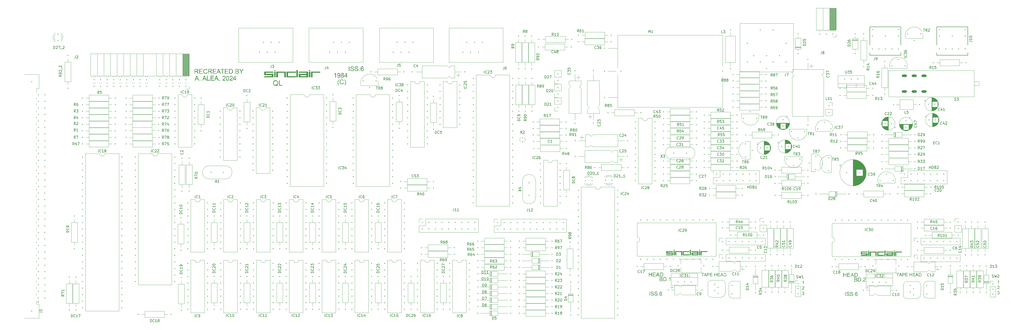
<source format=gto>
%TF.GenerationSoftware,KiCad,Pcbnew,8.0.6+1*%
%TF.CreationDate,2024-11-20T11:24:01+01:00*%
%TF.ProjectId,QL_schematic,514c5f73-6368-4656-9d61-7469632e6b69,0*%
%TF.SameCoordinates,Original*%
%TF.FileFunction,Legend,Top*%
%TF.FilePolarity,Positive*%
%FSLAX46Y46*%
G04 Gerber Fmt 4.6, Leading zero omitted, Abs format (unit mm)*
G04 Created by KiCad (PCBNEW 8.0.6+1) date 2024-11-20 11:24:01*
%MOMM*%
%LPD*%
G01*
G04 APERTURE LIST*
%ADD10C,0.000000*%
%ADD11C,0.100000*%
%ADD12C,0.150000*%
%ADD13C,0.120000*%
%ADD14C,0.203200*%
%ADD15C,0.350000*%
%ADD16O,2.000000X1.000000*%
G04 APERTURE END LIST*
D10*
G36*
X120483353Y-111389327D02*
G01*
X119922358Y-111389327D01*
X119922358Y-109164860D01*
X120483353Y-109164860D01*
X120483353Y-111389327D01*
G37*
G36*
X360108064Y-178773935D02*
G01*
X359697351Y-178773935D01*
X359697351Y-178482724D01*
X360108064Y-178482724D01*
X360108064Y-178773935D01*
G37*
G36*
X350253859Y-180584533D02*
G01*
X349842463Y-180584533D01*
X349842463Y-178953258D01*
X350253859Y-178953258D01*
X350253859Y-180584533D01*
G37*
G36*
X133920905Y-108920330D02*
G01*
X133360842Y-108920330D01*
X133360842Y-108523223D01*
X133920905Y-108523223D01*
X133920905Y-108920330D01*
G37*
G36*
X119634000Y-109601000D02*
G01*
X116684413Y-109601000D01*
X116684413Y-110016782D01*
X119634000Y-110016782D01*
X119634000Y-111389327D01*
X116045336Y-111389327D01*
X116045336Y-110910841D01*
X118972760Y-110910841D01*
X118972760Y-110490073D01*
X116974684Y-110507623D01*
X116045336Y-110490073D01*
X116045336Y-109164860D01*
X119634000Y-109164860D01*
X119634000Y-109601000D01*
G37*
G36*
X349631000Y-179273094D02*
G01*
X347467970Y-179273094D01*
X347467970Y-179578000D01*
X349631000Y-179578000D01*
X349631000Y-180584533D01*
X346999314Y-180584533D01*
X346999314Y-180233644D01*
X349146091Y-180233644D01*
X349146091Y-179925081D01*
X347680835Y-179937951D01*
X346999314Y-179925081D01*
X346999314Y-178953258D01*
X349631000Y-178953258D01*
X349631000Y-179273094D01*
G37*
G36*
X359459837Y-180584533D02*
G01*
X359008974Y-180584533D01*
X356822365Y-180584533D01*
X356820197Y-180233645D01*
X356818801Y-180007838D01*
X356819487Y-179925088D01*
X357319847Y-179925088D01*
X357319847Y-180233645D01*
X359008974Y-180233645D01*
X359008974Y-179925088D01*
X357319847Y-179925088D01*
X356819487Y-179925088D01*
X356822365Y-179578000D01*
X359008974Y-179578000D01*
X359008974Y-179273094D01*
X356822365Y-179273094D01*
X356822365Y-178953258D01*
X359459837Y-178953258D01*
X359459837Y-180584533D01*
G37*
G36*
X120483353Y-108920330D02*
G01*
X119922358Y-108920330D01*
X119922358Y-108523223D01*
X120483353Y-108523223D01*
X120483353Y-108920330D01*
G37*
G36*
X362900900Y-179273094D02*
G01*
X360727025Y-179273094D01*
X360727025Y-180584533D01*
X360310529Y-180584533D01*
X360310529Y-178953258D01*
X362900900Y-178953258D01*
X362900900Y-179273094D01*
G37*
G36*
X356585193Y-180584533D02*
G01*
X356162911Y-180584533D01*
X356162911Y-178482724D01*
X356585193Y-178482724D01*
X356585193Y-180584533D01*
G37*
G36*
X277814954Y-180381439D02*
G01*
X277398456Y-180381439D01*
X277398456Y-179070000D01*
X275593635Y-179070000D01*
X275593635Y-180381439D01*
X275119291Y-180381439D01*
X275119291Y-178750164D01*
X277814954Y-178750164D01*
X277814954Y-180381439D01*
G37*
G36*
X284797064Y-180381439D02*
G01*
X284386351Y-180381439D01*
X284386351Y-178750164D01*
X284797064Y-178750164D01*
X284797064Y-180381439D01*
G37*
G36*
X274942859Y-180381439D02*
G01*
X274531463Y-180381439D01*
X274531463Y-178750164D01*
X274942859Y-178750164D01*
X274942859Y-180381439D01*
G37*
G36*
X360108064Y-180584533D02*
G01*
X359697351Y-180584533D01*
X359697351Y-178953258D01*
X360108064Y-178953258D01*
X360108064Y-180584533D01*
G37*
G36*
X137729317Y-109601000D02*
G01*
X134764943Y-109601000D01*
X134764943Y-111389327D01*
X134196993Y-111389327D01*
X134196993Y-109164860D01*
X137729317Y-109164860D01*
X137729317Y-109601000D01*
G37*
G36*
X284797064Y-178570841D02*
G01*
X284386351Y-178570841D01*
X284386351Y-178279630D01*
X284797064Y-178279630D01*
X284797064Y-178570841D01*
G37*
G36*
X133036959Y-111389327D02*
G01*
X132422146Y-111389327D01*
X129440406Y-111389327D01*
X129437449Y-110910842D01*
X129435547Y-110602925D01*
X129436482Y-110490083D01*
X130118791Y-110490083D01*
X130118791Y-110910842D01*
X132422146Y-110910842D01*
X132422146Y-110490083D01*
X130118791Y-110490083D01*
X129436482Y-110490083D01*
X129440406Y-110016782D01*
X132422146Y-110016782D01*
X132422146Y-109601000D01*
X129440406Y-109601000D01*
X129440406Y-109164860D01*
X133036959Y-109164860D01*
X133036959Y-111389327D01*
G37*
G36*
X129116989Y-111389327D02*
G01*
X128541151Y-111389327D01*
X128541151Y-108523224D01*
X129116989Y-108523224D01*
X129116989Y-111389327D01*
G37*
G36*
X274320000Y-179070000D02*
G01*
X272156970Y-179070000D01*
X272156970Y-179374906D01*
X274320000Y-179374906D01*
X274320000Y-180381439D01*
X271688314Y-180381439D01*
X271688314Y-180030550D01*
X273835091Y-180030550D01*
X273835091Y-179721987D01*
X272369835Y-179734857D01*
X271688314Y-179721987D01*
X271688314Y-178750164D01*
X274320000Y-178750164D01*
X274320000Y-179070000D01*
G37*
G36*
X133920905Y-111389327D02*
G01*
X133360842Y-111389327D01*
X133360842Y-109164860D01*
X133920905Y-109164860D01*
X133920905Y-111389327D01*
G37*
G36*
X280684156Y-179070000D02*
G01*
X278457053Y-179070000D01*
X278457053Y-180030550D01*
X280684156Y-180030550D01*
X280684143Y-180381425D01*
X278043563Y-180381439D01*
X278043563Y-178750164D01*
X280684156Y-178750164D01*
X280684156Y-179070000D01*
G37*
G36*
X274942859Y-178570841D02*
G01*
X274531463Y-178570841D01*
X274531463Y-178279630D01*
X274942859Y-178279630D01*
X274942859Y-178570841D01*
G37*
G36*
X287589900Y-179070000D02*
G01*
X285416025Y-179070000D01*
X285416025Y-180381439D01*
X284999529Y-180381439D01*
X284999529Y-178750164D01*
X287589900Y-178750164D01*
X287589900Y-179070000D01*
G37*
G36*
X350253859Y-178773935D02*
G01*
X349842463Y-178773935D01*
X349842463Y-178482724D01*
X350253859Y-178482724D01*
X350253859Y-178773935D01*
G37*
G36*
X355995156Y-179273094D02*
G01*
X353768053Y-179273094D01*
X353768053Y-180233644D01*
X355995156Y-180233644D01*
X355995143Y-180584519D01*
X353354563Y-180584533D01*
X353354563Y-178953258D01*
X355995156Y-178953258D01*
X355995156Y-179273094D01*
G37*
G36*
X284148837Y-180381439D02*
G01*
X283697974Y-180381439D01*
X281511365Y-180381439D01*
X281509197Y-180030551D01*
X281507801Y-179804744D01*
X281508487Y-179721994D01*
X282008847Y-179721994D01*
X282008847Y-180030551D01*
X283697974Y-180030551D01*
X283697974Y-179721994D01*
X282008847Y-179721994D01*
X281508487Y-179721994D01*
X281511365Y-179374906D01*
X283697974Y-179374906D01*
X283697974Y-179070000D01*
X281511365Y-179070000D01*
X281511365Y-178750164D01*
X284148837Y-178750164D01*
X284148837Y-180381439D01*
G37*
G36*
X353125954Y-180584533D02*
G01*
X352709456Y-180584533D01*
X352709456Y-179273094D01*
X350904635Y-179273094D01*
X350904635Y-180584533D01*
X350430291Y-180584533D01*
X350430291Y-178953258D01*
X353125954Y-178953258D01*
X353125954Y-180584533D01*
G37*
G36*
X281274193Y-180381439D02*
G01*
X280851911Y-180381439D01*
X280851911Y-178279630D01*
X281274193Y-178279630D01*
X281274193Y-180381439D01*
G37*
G36*
X128312394Y-109601000D02*
G01*
X125275435Y-109601000D01*
X125275435Y-110910841D01*
X128312394Y-110910841D01*
X128312376Y-111389308D01*
X124711585Y-111389327D01*
X124711585Y-109164860D01*
X128312394Y-109164860D01*
X128312394Y-109601000D01*
G37*
G36*
X124399846Y-111389327D02*
G01*
X123831894Y-111389327D01*
X123831894Y-109601000D01*
X121370775Y-109601000D01*
X121370775Y-111389327D01*
X120723942Y-111389327D01*
X120723942Y-109164860D01*
X124399846Y-109164860D01*
X124399846Y-111389327D01*
G37*
D11*
G36*
X285697818Y-188509500D02*
G01*
X285697818Y-187395752D01*
X285283215Y-187395752D01*
X285283215Y-187239437D01*
X286280948Y-187239437D01*
X286280948Y-187395752D01*
X285864513Y-187395752D01*
X285864513Y-188509500D01*
X285697818Y-188509500D01*
G37*
G36*
X287421256Y-188509500D02*
G01*
X287231663Y-188509500D01*
X287084812Y-188118711D01*
X286558468Y-188118711D01*
X286420166Y-188509500D01*
X286243395Y-188509500D01*
X286451584Y-187962396D01*
X286606401Y-187962396D01*
X287033215Y-187962396D01*
X286901935Y-187642743D01*
X286877097Y-187576557D01*
X286855210Y-187517178D01*
X286833811Y-187457654D01*
X286812481Y-187395752D01*
X286797492Y-187455397D01*
X286779315Y-187517554D01*
X286757950Y-187582222D01*
X286744704Y-187619234D01*
X286606401Y-187962396D01*
X286451584Y-187962396D01*
X286726691Y-187239437D01*
X286906209Y-187239437D01*
X287421256Y-188509500D01*
G37*
G36*
X288023730Y-187240403D02*
G01*
X288085852Y-187243742D01*
X288149405Y-187251649D01*
X288209642Y-187265918D01*
X288267209Y-187289138D01*
X288304805Y-187311794D01*
X288351824Y-187353607D01*
X288390680Y-187407110D01*
X288405860Y-187435747D01*
X288429116Y-187497700D01*
X288441004Y-187558337D01*
X288444023Y-187610686D01*
X288439129Y-187680003D01*
X288424447Y-187744498D01*
X288399976Y-187804173D01*
X288365718Y-187859026D01*
X288341747Y-187888207D01*
X288289230Y-187932341D01*
X288231635Y-187961543D01*
X288162427Y-187982781D01*
X288095882Y-187994395D01*
X288021272Y-188000479D01*
X287972635Y-188001474D01*
X287649623Y-188001474D01*
X287649623Y-188509500D01*
X287482928Y-188509500D01*
X287482928Y-187845159D01*
X287649623Y-187845159D01*
X287975077Y-187845159D01*
X288041251Y-187842296D01*
X288105894Y-187832011D01*
X288164613Y-187811499D01*
X288204360Y-187785319D01*
X288245662Y-187733342D01*
X288266776Y-187673626D01*
X288272137Y-187616181D01*
X288264482Y-187551583D01*
X288239290Y-187491969D01*
X288232143Y-187481237D01*
X288189147Y-187436958D01*
X288131158Y-187408211D01*
X288127118Y-187407048D01*
X288062277Y-187398234D01*
X287998924Y-187395929D01*
X287971719Y-187395752D01*
X287649623Y-187395752D01*
X287649623Y-187845159D01*
X287482928Y-187845159D01*
X287482928Y-187239437D01*
X287957980Y-187239437D01*
X288023730Y-187240403D01*
G37*
G36*
X288652851Y-188509500D02*
G01*
X288652851Y-187239437D01*
X289562961Y-187239437D01*
X289562961Y-187395752D01*
X288819241Y-187395752D01*
X288819241Y-187767001D01*
X289515639Y-187767001D01*
X289515639Y-187923317D01*
X288819241Y-187923317D01*
X288819241Y-188353184D01*
X289592270Y-188353184D01*
X289592270Y-188509500D01*
X288652851Y-188509500D01*
G37*
G36*
X290306680Y-188509500D02*
G01*
X290306680Y-187239437D01*
X290473376Y-187239437D01*
X290473376Y-187747462D01*
X291127642Y-187747462D01*
X291127642Y-187239437D01*
X291294337Y-187239437D01*
X291294337Y-188509500D01*
X291127642Y-188509500D01*
X291127642Y-187903777D01*
X290473376Y-187903777D01*
X290473376Y-188509500D01*
X290306680Y-188509500D01*
G37*
G36*
X291567889Y-188509500D02*
G01*
X291567889Y-187239437D01*
X292477999Y-187239437D01*
X292477999Y-187395752D01*
X291734280Y-187395752D01*
X291734280Y-187767001D01*
X292430677Y-187767001D01*
X292430677Y-187923317D01*
X291734280Y-187923317D01*
X291734280Y-188353184D01*
X292507308Y-188353184D01*
X292507308Y-188509500D01*
X291567889Y-188509500D01*
G37*
G36*
X293770349Y-188509500D02*
G01*
X293580756Y-188509500D01*
X293433905Y-188118711D01*
X292907561Y-188118711D01*
X292769259Y-188509500D01*
X292592488Y-188509500D01*
X292800677Y-187962396D01*
X292955494Y-187962396D01*
X293382308Y-187962396D01*
X293251028Y-187642743D01*
X293226190Y-187576557D01*
X293204303Y-187517178D01*
X293182903Y-187457654D01*
X293161574Y-187395752D01*
X293146585Y-187455397D01*
X293128408Y-187517554D01*
X293107043Y-187582222D01*
X293093796Y-187619234D01*
X292955494Y-187962396D01*
X292800677Y-187962396D01*
X293075784Y-187239437D01*
X293255302Y-187239437D01*
X293770349Y-188509500D01*
G37*
G36*
X294399370Y-187240582D02*
G01*
X294466746Y-187244607D01*
X294528748Y-187252478D01*
X294554674Y-187257755D01*
X294619122Y-187277397D01*
X294677368Y-187305029D01*
X294729413Y-187340652D01*
X294739077Y-187348735D01*
X294785827Y-187394130D01*
X294826241Y-187445440D01*
X294860321Y-187502666D01*
X294888065Y-187565806D01*
X294907337Y-187625320D01*
X294921875Y-187688457D01*
X294931680Y-187755217D01*
X294936752Y-187825600D01*
X294937525Y-187867446D01*
X294935918Y-187929181D01*
X294930145Y-187995870D01*
X294920175Y-188058439D01*
X294903941Y-188123901D01*
X294883701Y-188183713D01*
X294857643Y-188243032D01*
X294824640Y-188299606D01*
X294818151Y-188308915D01*
X294777393Y-188359491D01*
X294730138Y-188404397D01*
X294703357Y-188424320D01*
X294648668Y-188454978D01*
X294590493Y-188477375D01*
X294553147Y-188487823D01*
X294489595Y-188500164D01*
X294426435Y-188506938D01*
X294365207Y-188509415D01*
X294351036Y-188509500D01*
X293896745Y-188509500D01*
X293896745Y-188353184D01*
X294063441Y-188353184D01*
X294332108Y-188353184D01*
X294397924Y-188351373D01*
X294461084Y-188345112D01*
X294523023Y-188331695D01*
X294527502Y-188330286D01*
X294583985Y-188306419D01*
X294635086Y-188270412D01*
X294640464Y-188265257D01*
X294681194Y-188215168D01*
X294712042Y-188159296D01*
X294732666Y-188106499D01*
X294748753Y-188047157D01*
X294759574Y-187981101D01*
X294764774Y-187916749D01*
X294765944Y-187865004D01*
X294763658Y-187794482D01*
X294756799Y-187730379D01*
X294743019Y-187663705D01*
X294723014Y-187605766D01*
X294700914Y-187563058D01*
X294662285Y-187509145D01*
X294614152Y-187462157D01*
X294560533Y-187428764D01*
X294543378Y-187421398D01*
X294481725Y-187405770D01*
X294420385Y-187398782D01*
X294354992Y-187395978D01*
X294327833Y-187395752D01*
X294063441Y-187395752D01*
X294063441Y-188353184D01*
X293896745Y-188353184D01*
X293896745Y-187239437D01*
X294330276Y-187239437D01*
X294399370Y-187240582D01*
G37*
G36*
X340937737Y-196087000D02*
G01*
X340937737Y-194562924D01*
X341137772Y-194562924D01*
X341137772Y-196087000D01*
X340937737Y-196087000D01*
G37*
G36*
X341419140Y-195571159D02*
G01*
X341607451Y-195571159D01*
X341620926Y-195644938D01*
X341645106Y-195714465D01*
X341669733Y-195759103D01*
X341718509Y-195814042D01*
X341779311Y-195856598D01*
X341821774Y-195877806D01*
X341895625Y-195903461D01*
X341968096Y-195917544D01*
X342045648Y-195922824D01*
X342053683Y-195922868D01*
X342129108Y-195918842D01*
X342204181Y-195905267D01*
X342255549Y-195888796D01*
X342323790Y-195853824D01*
X342380485Y-195802007D01*
X342385975Y-195794641D01*
X342419421Y-195728424D01*
X342428840Y-195666047D01*
X342415741Y-195593713D01*
X342387441Y-195545147D01*
X342328644Y-195494421D01*
X342257397Y-195459479D01*
X342251519Y-195457219D01*
X342177799Y-195433875D01*
X342098285Y-195412685D01*
X342020331Y-195393358D01*
X341982608Y-195384313D01*
X341908952Y-195365809D01*
X341834089Y-195344676D01*
X341763129Y-195321126D01*
X341690982Y-195289791D01*
X341623172Y-195247295D01*
X341568350Y-195198392D01*
X341529782Y-195148374D01*
X341497410Y-195082017D01*
X341479979Y-195009889D01*
X341476659Y-194958598D01*
X341484321Y-194881284D01*
X341507309Y-194807520D01*
X341541505Y-194743542D01*
X341587866Y-194685560D01*
X341645891Y-194637096D01*
X341715579Y-194598148D01*
X341730916Y-194591501D01*
X341803363Y-194566352D01*
X341880156Y-194549434D01*
X341961297Y-194540747D01*
X342008254Y-194539477D01*
X342089838Y-194542820D01*
X342166431Y-194552849D01*
X342238033Y-194569564D01*
X342304642Y-194592966D01*
X342372075Y-194627024D01*
X342435989Y-194674179D01*
X342488310Y-194731137D01*
X342501746Y-194750136D01*
X342538762Y-194817620D01*
X342563255Y-194890471D01*
X342575227Y-194968688D01*
X342576118Y-194984976D01*
X342384510Y-194984976D01*
X342367665Y-194911374D01*
X342332442Y-194844461D01*
X342279729Y-194792268D01*
X342208480Y-194755140D01*
X342135245Y-194736226D01*
X342058858Y-194728074D01*
X342016680Y-194727055D01*
X341942037Y-194730211D01*
X341868238Y-194741545D01*
X341793248Y-194767305D01*
X341752165Y-194793001D01*
X341698556Y-194850819D01*
X341671388Y-194923227D01*
X341669367Y-194951637D01*
X341684021Y-195025184D01*
X341727985Y-195084627D01*
X341797520Y-195124005D01*
X341872899Y-195150658D01*
X341944671Y-195170858D01*
X342029503Y-195191239D01*
X342101908Y-195207976D01*
X342178947Y-195227210D01*
X342255250Y-195248478D01*
X342331870Y-195273967D01*
X342363993Y-195287226D01*
X342432705Y-195324015D01*
X342496203Y-195370941D01*
X342550431Y-195429915D01*
X342558533Y-195441466D01*
X342594409Y-195509071D01*
X342615394Y-195583429D01*
X342621547Y-195656888D01*
X342614785Y-195731091D01*
X342594499Y-195802575D01*
X342560689Y-195871340D01*
X342552304Y-195884766D01*
X342503353Y-195946977D01*
X342442596Y-195999885D01*
X342377819Y-196039549D01*
X342354101Y-196051096D01*
X342278805Y-196079786D01*
X342207593Y-196097406D01*
X342132351Y-196107607D01*
X342063208Y-196110447D01*
X341988616Y-196108231D01*
X341907517Y-196100047D01*
X341832799Y-196085832D01*
X341755222Y-196062201D01*
X341719558Y-196047432D01*
X341654025Y-196011941D01*
X341589168Y-195962488D01*
X341533700Y-195902950D01*
X341501938Y-195857655D01*
X341467225Y-195792214D01*
X341441854Y-195722650D01*
X341425826Y-195648965D01*
X341419140Y-195571159D01*
G37*
G36*
X342818651Y-195571159D02*
G01*
X343006963Y-195571159D01*
X343020438Y-195644938D01*
X343044618Y-195714465D01*
X343069244Y-195759103D01*
X343118021Y-195814042D01*
X343178823Y-195856598D01*
X343221286Y-195877806D01*
X343295136Y-195903461D01*
X343367608Y-195917544D01*
X343445160Y-195922824D01*
X343453194Y-195922868D01*
X343528619Y-195918842D01*
X343603692Y-195905267D01*
X343655061Y-195888796D01*
X343723302Y-195853824D01*
X343779997Y-195802007D01*
X343785487Y-195794641D01*
X343818933Y-195728424D01*
X343828351Y-195666047D01*
X343815252Y-195593713D01*
X343786952Y-195545147D01*
X343728155Y-195494421D01*
X343656909Y-195459479D01*
X343651031Y-195457219D01*
X343577311Y-195433875D01*
X343497796Y-195412685D01*
X343419843Y-195393358D01*
X343382120Y-195384313D01*
X343308463Y-195365809D01*
X343233600Y-195344676D01*
X343162640Y-195321126D01*
X343090494Y-195289791D01*
X343022684Y-195247295D01*
X342967862Y-195198392D01*
X342929293Y-195148374D01*
X342896922Y-195082017D01*
X342879491Y-195009889D01*
X342876170Y-194958598D01*
X342883833Y-194881284D01*
X342906821Y-194807520D01*
X342941017Y-194743542D01*
X342987378Y-194685560D01*
X343045402Y-194637096D01*
X343115090Y-194598148D01*
X343130427Y-194591501D01*
X343202874Y-194566352D01*
X343279668Y-194549434D01*
X343360809Y-194540747D01*
X343407765Y-194539477D01*
X343489350Y-194542820D01*
X343565943Y-194552849D01*
X343637544Y-194569564D01*
X343704154Y-194592966D01*
X343771587Y-194627024D01*
X343835500Y-194674179D01*
X343887822Y-194731137D01*
X343901258Y-194750136D01*
X343938273Y-194817620D01*
X343962767Y-194890471D01*
X343974738Y-194968688D01*
X343975630Y-194984976D01*
X343784021Y-194984976D01*
X343767177Y-194911374D01*
X343731954Y-194844461D01*
X343679241Y-194792268D01*
X343607992Y-194755140D01*
X343534756Y-194736226D01*
X343458369Y-194728074D01*
X343416191Y-194727055D01*
X343341549Y-194730211D01*
X343267749Y-194741545D01*
X343192759Y-194767305D01*
X343151676Y-194793001D01*
X343098068Y-194850819D01*
X343070900Y-194923227D01*
X343068878Y-194951637D01*
X343083533Y-195025184D01*
X343127496Y-195084627D01*
X343197031Y-195124005D01*
X343272411Y-195150658D01*
X343344182Y-195170858D01*
X343429014Y-195191239D01*
X343501419Y-195207976D01*
X343578459Y-195227210D01*
X343654762Y-195248478D01*
X343731382Y-195273967D01*
X343763505Y-195287226D01*
X343832216Y-195324015D01*
X343895715Y-195370941D01*
X343949943Y-195429915D01*
X343958044Y-195441466D01*
X343993921Y-195509071D01*
X344014905Y-195583429D01*
X344021059Y-195656888D01*
X344014297Y-195731091D01*
X343994011Y-195802575D01*
X343960201Y-195871340D01*
X343951816Y-195884766D01*
X343902865Y-195946977D01*
X343842107Y-195999885D01*
X343777330Y-196039549D01*
X343753613Y-196051096D01*
X343678316Y-196079786D01*
X343607104Y-196097406D01*
X343531862Y-196107607D01*
X343462720Y-196110447D01*
X343388127Y-196108231D01*
X343307028Y-196100047D01*
X343232311Y-196085832D01*
X343154733Y-196062201D01*
X343119070Y-196047432D01*
X343053537Y-196011941D01*
X342988679Y-195962488D01*
X342933212Y-195902950D01*
X342901450Y-195857655D01*
X342866737Y-195792214D01*
X342841366Y-195722650D01*
X342825337Y-195648965D01*
X342818651Y-195571159D01*
G37*
G36*
X344314883Y-196087000D02*
G01*
X344314883Y-195899421D01*
X344526275Y-195899421D01*
X344526275Y-196087000D01*
X344314883Y-196087000D01*
G37*
G36*
X345402836Y-194567991D02*
G01*
X345480900Y-194586189D01*
X345550858Y-194617622D01*
X345612711Y-194662289D01*
X345619872Y-194668803D01*
X345671141Y-194726803D01*
X345711006Y-194794924D01*
X345739468Y-194873166D01*
X345755018Y-194949930D01*
X345756526Y-194961528D01*
X345572245Y-194984976D01*
X345550727Y-194912487D01*
X345515860Y-194845205D01*
X345502270Y-194828538D01*
X345440772Y-194780985D01*
X345369485Y-194755380D01*
X345316523Y-194750503D01*
X345243083Y-194759198D01*
X345173579Y-194787813D01*
X345160818Y-194795932D01*
X345100351Y-194847246D01*
X345054065Y-194907680D01*
X345022699Y-194966658D01*
X344998262Y-195038615D01*
X344982915Y-195117515D01*
X344974407Y-195198085D01*
X344970771Y-195275713D01*
X344970309Y-195303346D01*
X345015110Y-195244614D01*
X345071085Y-195191909D01*
X345134073Y-195151672D01*
X345201859Y-195123513D01*
X345278178Y-195106125D01*
X345337039Y-195102212D01*
X345415514Y-195108769D01*
X345488728Y-195128439D01*
X345556684Y-195161222D01*
X345619380Y-195207118D01*
X345652845Y-195239233D01*
X345703665Y-195302858D01*
X345742003Y-195374162D01*
X345767859Y-195453145D01*
X345780087Y-195526956D01*
X345783271Y-195592774D01*
X345778402Y-195671374D01*
X345763796Y-195746845D01*
X345739453Y-195819185D01*
X345721722Y-195858022D01*
X345683655Y-195922332D01*
X345632793Y-195983182D01*
X345572916Y-196032871D01*
X345553194Y-196045600D01*
X345483506Y-196079797D01*
X345408165Y-196101328D01*
X345327172Y-196110194D01*
X345310295Y-196110447D01*
X345226455Y-196104432D01*
X345148591Y-196086387D01*
X345076703Y-196056312D01*
X345010792Y-196014207D01*
X344950857Y-195960073D01*
X344932207Y-195939355D01*
X344882529Y-195867403D01*
X344848982Y-195795538D01*
X344822572Y-195712850D01*
X344806584Y-195638907D01*
X344799655Y-195589843D01*
X344999251Y-195589843D01*
X345007035Y-195665377D01*
X345030387Y-195738106D01*
X345039918Y-195758371D01*
X345081742Y-195821282D01*
X345140405Y-195872502D01*
X345153857Y-195880736D01*
X345224080Y-195910978D01*
X345297362Y-195922704D01*
X345307364Y-195922868D01*
X345384276Y-195912608D01*
X345453310Y-195881828D01*
X345509230Y-195836040D01*
X345553860Y-195775461D01*
X345581960Y-195702718D01*
X345593117Y-195626848D01*
X345593861Y-195599369D01*
X345587253Y-195523219D01*
X345564413Y-195449960D01*
X345520445Y-195383178D01*
X345510330Y-195372589D01*
X345447794Y-195325449D01*
X345375041Y-195297877D01*
X345300036Y-195289791D01*
X345225218Y-195297877D01*
X345151513Y-195325449D01*
X345086812Y-195372589D01*
X345036961Y-195435617D01*
X345007802Y-195510853D01*
X344999251Y-195589843D01*
X344799655Y-195589843D01*
X344795164Y-195558038D01*
X344788311Y-195470242D01*
X344786027Y-195375520D01*
X344787451Y-195295263D01*
X344791720Y-195219217D01*
X344801841Y-195124375D01*
X344817022Y-195037020D01*
X344837264Y-194957152D01*
X344862566Y-194884772D01*
X344901310Y-194804827D01*
X344947960Y-194736581D01*
X345004293Y-194677565D01*
X345067504Y-194630759D01*
X345137593Y-194596163D01*
X345214559Y-194573778D01*
X345298404Y-194563602D01*
X345327880Y-194562924D01*
X345402836Y-194567991D01*
G37*
G36*
X144908321Y-114498012D02*
G01*
X144852827Y-114425579D01*
X144800069Y-114349413D01*
X144750046Y-114269515D01*
X144702758Y-114185885D01*
X144658206Y-114098524D01*
X144616389Y-114007430D01*
X144600428Y-113969948D01*
X144564272Y-113874840D01*
X144534245Y-113778693D01*
X144510346Y-113681508D01*
X144492574Y-113583283D01*
X144480931Y-113484020D01*
X144475416Y-113383717D01*
X144474926Y-113343305D01*
X144477216Y-113254603D01*
X144484086Y-113167089D01*
X144495536Y-113080762D01*
X144515322Y-112978737D01*
X144541704Y-112878422D01*
X144568727Y-112796133D01*
X144605987Y-112701326D01*
X144649099Y-112606626D01*
X144698064Y-112512031D01*
X144741450Y-112436432D01*
X144788581Y-112360901D01*
X144839458Y-112285437D01*
X144894080Y-112210041D01*
X144908321Y-112191203D01*
X145065959Y-112191203D01*
X145014101Y-112279818D01*
X144969267Y-112358388D01*
X144925836Y-112437356D01*
X144884043Y-112518794D01*
X144870540Y-112547734D01*
X144835202Y-112631384D01*
X144803880Y-112716879D01*
X144776576Y-112804221D01*
X144753289Y-112893408D01*
X144732814Y-112991737D01*
X144717369Y-113090273D01*
X144706952Y-113189018D01*
X144701564Y-113287970D01*
X144700743Y-113344608D01*
X144703953Y-113452813D01*
X144713582Y-113561003D01*
X144729632Y-113669178D01*
X144752101Y-113777338D01*
X144780990Y-113885482D01*
X144816299Y-113993612D01*
X144858028Y-114101725D01*
X144906177Y-114209824D01*
X144960745Y-114317907D01*
X145021733Y-114425975D01*
X145065959Y-114498012D01*
X144908321Y-114498012D01*
G37*
G36*
X146622360Y-113356767D02*
G01*
X146859468Y-113415393D01*
X146833221Y-113504907D01*
X146801165Y-113587529D01*
X146755028Y-113677580D01*
X146700524Y-113757706D01*
X146637654Y-113827909D01*
X146591093Y-113869198D01*
X146515587Y-113922328D01*
X146434005Y-113964465D01*
X146346346Y-113995610D01*
X146252611Y-114015762D01*
X146152800Y-114024923D01*
X146118180Y-114025533D01*
X146030303Y-114022639D01*
X145931820Y-114011525D01*
X145840940Y-113992074D01*
X145757663Y-113964288D01*
X145670116Y-113921336D01*
X145647004Y-113906979D01*
X145571913Y-113850042D01*
X145505093Y-113782963D01*
X145446543Y-113705744D01*
X145396264Y-113618384D01*
X145371246Y-113563911D01*
X145339073Y-113478395D01*
X145313557Y-113390558D01*
X145294697Y-113300401D01*
X145282493Y-113207923D01*
X145276946Y-113113125D01*
X145276577Y-113081010D01*
X145280332Y-112978018D01*
X145291599Y-112880095D01*
X145310378Y-112787240D01*
X145336668Y-112699455D01*
X145370469Y-112616738D01*
X145383405Y-112590292D01*
X145434465Y-112503537D01*
X145494170Y-112426425D01*
X145562519Y-112358955D01*
X145639512Y-112301126D01*
X145687390Y-112272410D01*
X145775706Y-112229939D01*
X145867762Y-112197899D01*
X145963559Y-112176290D01*
X146063096Y-112165113D01*
X146121654Y-112163410D01*
X146219450Y-112168342D01*
X146311230Y-112183135D01*
X146396996Y-112207792D01*
X146476746Y-112242311D01*
X146562185Y-112295048D01*
X146573722Y-112303677D01*
X146648579Y-112370510D01*
X146712795Y-112448272D01*
X146759370Y-112523625D01*
X146798128Y-112607009D01*
X146829070Y-112698423D01*
X146595436Y-112752272D01*
X146560857Y-112663031D01*
X146513522Y-112578207D01*
X146457255Y-112509871D01*
X146414782Y-112473475D01*
X146334748Y-112427215D01*
X146242841Y-112398089D01*
X146149971Y-112386524D01*
X146116877Y-112385753D01*
X146029704Y-112390408D01*
X145938068Y-112407127D01*
X145854954Y-112436006D01*
X145771637Y-112483028D01*
X145700206Y-112542757D01*
X145641760Y-112612997D01*
X145596299Y-112693749D01*
X145576653Y-112743152D01*
X145549573Y-112835824D01*
X145531355Y-112930144D01*
X145522000Y-113026113D01*
X145520633Y-113080141D01*
X145523812Y-113175285D01*
X145533350Y-113265026D01*
X145552037Y-113360971D01*
X145579029Y-113449859D01*
X145587075Y-113470979D01*
X145625100Y-113549282D01*
X145678844Y-113624720D01*
X145744199Y-113686762D01*
X145794219Y-113720680D01*
X145874974Y-113760565D01*
X145959439Y-113787397D01*
X146047614Y-113801176D01*
X146098204Y-113803190D01*
X146194013Y-113796161D01*
X146282114Y-113775072D01*
X146362507Y-113739924D01*
X146435192Y-113690716D01*
X146498676Y-113627666D01*
X146551032Y-113550992D01*
X146592260Y-113460692D01*
X146619206Y-113370503D01*
X146622360Y-113356767D01*
G37*
G36*
X147257254Y-114498012D02*
G01*
X147099616Y-114498012D01*
X147164884Y-114389954D01*
X147223732Y-114281881D01*
X147276161Y-114173793D01*
X147322169Y-114065689D01*
X147361758Y-113957570D01*
X147394927Y-113849436D01*
X147421676Y-113741287D01*
X147442006Y-113633122D01*
X147455915Y-113524942D01*
X147463405Y-113416746D01*
X147464832Y-113344608D01*
X147462317Y-113246000D01*
X147454774Y-113147766D01*
X147442202Y-113049906D01*
X147424601Y-112952420D01*
X147412286Y-112896882D01*
X147389406Y-112807858D01*
X147362454Y-112720571D01*
X147331431Y-112635021D01*
X147296337Y-112551208D01*
X147256601Y-112469588D01*
X147210582Y-112384079D01*
X147167768Y-112308156D01*
X147117840Y-112222126D01*
X147099616Y-112191203D01*
X147257254Y-112191203D01*
X147312812Y-112266582D01*
X147364625Y-112342028D01*
X147412693Y-112417543D01*
X147457015Y-112493125D01*
X147507150Y-112587698D01*
X147551433Y-112682378D01*
X147589864Y-112777163D01*
X147596848Y-112796133D01*
X147628726Y-112895023D01*
X147654008Y-112995623D01*
X147672695Y-113097932D01*
X147683229Y-113184497D01*
X147689183Y-113272249D01*
X147690649Y-113343305D01*
X147687564Y-113444023D01*
X147678308Y-113543702D01*
X147662882Y-113642343D01*
X147641285Y-113739944D01*
X147613518Y-113836506D01*
X147579581Y-113932029D01*
X147564278Y-113969948D01*
X147523462Y-114062534D01*
X147479995Y-114151388D01*
X147433878Y-114236511D01*
X147385110Y-114317901D01*
X147333692Y-114395560D01*
X147279623Y-114469487D01*
X147257254Y-114498012D01*
G37*
G36*
X400451181Y-191294500D02*
G01*
X400296697Y-191294500D01*
X400296697Y-190304705D01*
X400249900Y-190344819D01*
X400198403Y-190381666D01*
X400150152Y-190411867D01*
X400095298Y-190442666D01*
X400039161Y-190470552D01*
X399987425Y-190492162D01*
X399987425Y-190341952D01*
X400042629Y-190313878D01*
X400101891Y-190278787D01*
X400157070Y-190240490D01*
X400208166Y-190198988D01*
X400214265Y-190193575D01*
X400259259Y-190150260D01*
X400301393Y-190102352D01*
X400337672Y-190050140D01*
X400351652Y-190024437D01*
X400451181Y-190024437D01*
X400451181Y-191294500D01*
G37*
G36*
X400681380Y-193238184D02*
G01*
X400681380Y-193394500D01*
X399849122Y-193394500D01*
X399854070Y-193331967D01*
X399867135Y-193285201D01*
X399893474Y-193226089D01*
X399925245Y-193172852D01*
X399964469Y-193120091D01*
X399968801Y-193114841D01*
X400013202Y-193065876D01*
X400060901Y-193019432D01*
X400108993Y-192976539D01*
X400163016Y-192931542D01*
X400171218Y-192924943D01*
X400220429Y-192884838D01*
X400276093Y-192837834D01*
X400325258Y-192794303D01*
X400375676Y-192746650D01*
X400422667Y-192697377D01*
X400448433Y-192666351D01*
X400483410Y-192614302D01*
X400508848Y-192558453D01*
X400520719Y-192494189D01*
X400520790Y-192488969D01*
X400511559Y-192427117D01*
X400480727Y-192368830D01*
X400455150Y-192341202D01*
X400400252Y-192304365D01*
X400339973Y-192285534D01*
X400283569Y-192280752D01*
X400218245Y-192286327D01*
X400156375Y-192305339D01*
X400104967Y-192337844D01*
X400064094Y-192386802D01*
X400041769Y-192448039D01*
X400037189Y-192495686D01*
X399878431Y-192476146D01*
X399887676Y-192414669D01*
X399906493Y-192350190D01*
X399933959Y-192293513D01*
X399975938Y-192238291D01*
X400001163Y-192214501D01*
X400051271Y-192179408D01*
X400108362Y-192152934D01*
X400172436Y-192135079D01*
X400232915Y-192126636D01*
X400287233Y-192124437D01*
X400352474Y-192128022D01*
X400421886Y-192141266D01*
X400484082Y-192164269D01*
X400539061Y-192197032D01*
X400573913Y-192226408D01*
X400615073Y-192273224D01*
X400649735Y-192332453D01*
X400671192Y-192397788D01*
X400679135Y-192459965D01*
X400679548Y-192478589D01*
X400674459Y-192540449D01*
X400659192Y-192601502D01*
X400648712Y-192629409D01*
X400619833Y-192685938D01*
X400583252Y-192739717D01*
X400546130Y-192785114D01*
X400498287Y-192835461D01*
X400450723Y-192880597D01*
X400402745Y-192923448D01*
X400348112Y-192970142D01*
X400307994Y-193003406D01*
X400259286Y-193043316D01*
X400211305Y-193083393D01*
X400163611Y-193124660D01*
X400129086Y-193156973D01*
X400087160Y-193205045D01*
X400064056Y-193238184D01*
X400681380Y-193238184D01*
G37*
G36*
X399869883Y-195162329D02*
G01*
X400024367Y-195142790D01*
X400042254Y-195201971D01*
X400072118Y-195260594D01*
X400114736Y-195307348D01*
X400171414Y-195339964D01*
X400231871Y-195355313D01*
X400270747Y-195357724D01*
X400335719Y-195350687D01*
X400394013Y-195329578D01*
X400445628Y-195294397D01*
X400455150Y-195285672D01*
X400494756Y-195237080D01*
X400521380Y-195175846D01*
X400530181Y-195113104D01*
X400530255Y-195106459D01*
X400522029Y-195040574D01*
X400497353Y-194983132D01*
X400460645Y-194938236D01*
X400408316Y-194900344D01*
X400347039Y-194878180D01*
X400283569Y-194871680D01*
X400220529Y-194878359D01*
X400174576Y-194888777D01*
X400191978Y-194732462D01*
X400216708Y-194733988D01*
X400282195Y-194728721D01*
X400343065Y-194712920D01*
X400394394Y-194689414D01*
X400442580Y-194648971D01*
X400469684Y-194589847D01*
X400473468Y-194551417D01*
X400460789Y-194487786D01*
X400422753Y-194435425D01*
X400415766Y-194429295D01*
X400359115Y-194396112D01*
X400295000Y-194381937D01*
X400267388Y-194380752D01*
X400204047Y-194387621D01*
X400144924Y-194410567D01*
X400117179Y-194429601D01*
X400075416Y-194477352D01*
X400049477Y-194535741D01*
X400039937Y-194576146D01*
X399885453Y-194556607D01*
X399901323Y-194490822D01*
X399924089Y-194431844D01*
X399958550Y-194372777D01*
X400002017Y-194322603D01*
X400014292Y-194311448D01*
X400067567Y-194273381D01*
X400126949Y-194246190D01*
X400192436Y-194229875D01*
X400254747Y-194224522D01*
X400264030Y-194224437D01*
X400326754Y-194228641D01*
X400392101Y-194242976D01*
X400453623Y-194267484D01*
X400508400Y-194300622D01*
X400557129Y-194345330D01*
X400586125Y-194384721D01*
X400614218Y-194441651D01*
X400629345Y-194501156D01*
X400632226Y-194542258D01*
X400625021Y-194604187D01*
X400603405Y-194661481D01*
X400588568Y-194686361D01*
X400546091Y-194734814D01*
X400494450Y-194771758D01*
X400458814Y-194789859D01*
X400517707Y-194809292D01*
X400573855Y-194841420D01*
X400620223Y-194884640D01*
X400632226Y-194899768D01*
X400664909Y-194955975D01*
X400685487Y-195020411D01*
X400693658Y-195085439D01*
X400694203Y-195108596D01*
X400689974Y-195170427D01*
X400674350Y-195237951D01*
X400647214Y-195300508D01*
X400608567Y-195358097D01*
X400573913Y-195396192D01*
X400526676Y-195436241D01*
X400465895Y-195472493D01*
X400408937Y-195494590D01*
X400347492Y-195508400D01*
X400281561Y-195513924D01*
X400270136Y-195514039D01*
X400200295Y-195509349D01*
X400135831Y-195495281D01*
X400076743Y-195471833D01*
X400023031Y-195439006D01*
X399994752Y-195416036D01*
X399951419Y-195370399D01*
X399917056Y-195319240D01*
X399891663Y-195262558D01*
X399875240Y-195200354D01*
X399869883Y-195162329D01*
G37*
G36*
X89989754Y-108129510D02*
G01*
X90077981Y-108136430D01*
X90165376Y-108149987D01*
X90254468Y-108175406D01*
X90334201Y-108217022D01*
X90402030Y-108276188D01*
X90453361Y-108345204D01*
X90492750Y-108423702D01*
X90517551Y-108507204D01*
X90527763Y-108595711D01*
X90528054Y-108614013D01*
X90520346Y-108705371D01*
X90497222Y-108789238D01*
X90452779Y-108874635D01*
X90404724Y-108934500D01*
X90334671Y-108993695D01*
X90247846Y-109041003D01*
X90158114Y-109072645D01*
X90070979Y-109092523D01*
X90023874Y-109099954D01*
X90102201Y-109143637D01*
X90166747Y-109192452D01*
X90230555Y-109258660D01*
X90286169Y-109325645D01*
X90340066Y-109399637D01*
X90363468Y-109434771D01*
X90674836Y-109933741D01*
X90376496Y-109933741D01*
X90139823Y-109552457D01*
X90090208Y-109474805D01*
X90039842Y-109399061D01*
X89986120Y-109323186D01*
X89968723Y-109300150D01*
X89908672Y-109230125D01*
X89847997Y-109180293D01*
X89767550Y-109143082D01*
X89740300Y-109135564D01*
X89650896Y-109128235D01*
X89608284Y-109127747D01*
X89333395Y-109127747D01*
X89333395Y-109933741D01*
X89096721Y-109933741D01*
X89096721Y-108905404D01*
X89333395Y-108905404D01*
X89842786Y-108905404D01*
X89937383Y-108902350D01*
X90025471Y-108891938D01*
X90096830Y-108874137D01*
X90177495Y-108833099D01*
X90236229Y-108773388D01*
X90274855Y-108691373D01*
X90283998Y-108622264D01*
X90268732Y-108532538D01*
X90222935Y-108456716D01*
X90191500Y-108426411D01*
X90115531Y-108382649D01*
X90024472Y-108358629D01*
X89936540Y-108350222D01*
X89900109Y-108349546D01*
X89333395Y-108349546D01*
X89333395Y-108905404D01*
X89096721Y-108905404D01*
X89096721Y-108127203D01*
X89890555Y-108127203D01*
X89989754Y-108129510D01*
G37*
G36*
X90894139Y-109933741D02*
G01*
X90894139Y-108127203D01*
X92188679Y-108127203D01*
X92188679Y-108349546D01*
X91130813Y-108349546D01*
X91130813Y-108877611D01*
X92121368Y-108877611D01*
X92121368Y-109099954D01*
X91130813Y-109099954D01*
X91130813Y-109711397D01*
X92230368Y-109711397D01*
X92230368Y-109933741D01*
X90894139Y-109933741D01*
G37*
G36*
X93825419Y-109292767D02*
G01*
X94062527Y-109351393D01*
X94036281Y-109440907D01*
X94004224Y-109523529D01*
X93958087Y-109613580D01*
X93903583Y-109693706D01*
X93840714Y-109763909D01*
X93794152Y-109805198D01*
X93718646Y-109858328D01*
X93637064Y-109900465D01*
X93549406Y-109931610D01*
X93455671Y-109951762D01*
X93355860Y-109960923D01*
X93321239Y-109961533D01*
X93233362Y-109958639D01*
X93134879Y-109947525D01*
X93043999Y-109928074D01*
X92960723Y-109900288D01*
X92873176Y-109857336D01*
X92850063Y-109842979D01*
X92774972Y-109786042D01*
X92708152Y-109718963D01*
X92649602Y-109641744D01*
X92599323Y-109554384D01*
X92574305Y-109499911D01*
X92542133Y-109414395D01*
X92516616Y-109326558D01*
X92497756Y-109236401D01*
X92485553Y-109143923D01*
X92480006Y-109049125D01*
X92479636Y-109017010D01*
X92483392Y-108914018D01*
X92494659Y-108816095D01*
X92513437Y-108723240D01*
X92539727Y-108635455D01*
X92573528Y-108552738D01*
X92586465Y-108526292D01*
X92637525Y-108439537D01*
X92697229Y-108362425D01*
X92765578Y-108294955D01*
X92842572Y-108237126D01*
X92890449Y-108208410D01*
X92978765Y-108165939D01*
X93070822Y-108133899D01*
X93166618Y-108112290D01*
X93266155Y-108101113D01*
X93324713Y-108099410D01*
X93422509Y-108104342D01*
X93514290Y-108119135D01*
X93600055Y-108143792D01*
X93679805Y-108178311D01*
X93765245Y-108231048D01*
X93776782Y-108239677D01*
X93851638Y-108306510D01*
X93915855Y-108384272D01*
X93962430Y-108459625D01*
X94001188Y-108543009D01*
X94032129Y-108634423D01*
X93798495Y-108688272D01*
X93763917Y-108599031D01*
X93716581Y-108514207D01*
X93660314Y-108445871D01*
X93617841Y-108409475D01*
X93537808Y-108363215D01*
X93445900Y-108334089D01*
X93353030Y-108322524D01*
X93319936Y-108321753D01*
X93232763Y-108326408D01*
X93141127Y-108343127D01*
X93058013Y-108372006D01*
X92974697Y-108419028D01*
X92903266Y-108478757D01*
X92844819Y-108548997D01*
X92799358Y-108629749D01*
X92779712Y-108679152D01*
X92752632Y-108771824D01*
X92734415Y-108866144D01*
X92725060Y-108962113D01*
X92723692Y-109016141D01*
X92726871Y-109111285D01*
X92736410Y-109201026D01*
X92755096Y-109296971D01*
X92782089Y-109385859D01*
X92790134Y-109406979D01*
X92828160Y-109485282D01*
X92881904Y-109560720D01*
X92947258Y-109622762D01*
X92997278Y-109656680D01*
X93078034Y-109696565D01*
X93162499Y-109723397D01*
X93250674Y-109737176D01*
X93301263Y-109739190D01*
X93397072Y-109732161D01*
X93485174Y-109711072D01*
X93565567Y-109675924D01*
X93638252Y-109626716D01*
X93701736Y-109563666D01*
X93754091Y-109486992D01*
X93795319Y-109396692D01*
X93822265Y-109306503D01*
X93825419Y-109292767D01*
G37*
G36*
X95240872Y-108129510D02*
G01*
X95329098Y-108136430D01*
X95416494Y-108149987D01*
X95505586Y-108175406D01*
X95585319Y-108217022D01*
X95653147Y-108276188D01*
X95704479Y-108345204D01*
X95743868Y-108423702D01*
X95768668Y-108507204D01*
X95778880Y-108595711D01*
X95779172Y-108614013D01*
X95771464Y-108705371D01*
X95748339Y-108789238D01*
X95703897Y-108874635D01*
X95655841Y-108934500D01*
X95585789Y-108993695D01*
X95498963Y-109041003D01*
X95409231Y-109072645D01*
X95322097Y-109092523D01*
X95274992Y-109099954D01*
X95353318Y-109143637D01*
X95417865Y-109192452D01*
X95481673Y-109258660D01*
X95537287Y-109325645D01*
X95591183Y-109399637D01*
X95614586Y-109434771D01*
X95925953Y-109933741D01*
X95627614Y-109933741D01*
X95390940Y-109552457D01*
X95341326Y-109474805D01*
X95290959Y-109399061D01*
X95237238Y-109323186D01*
X95219840Y-109300150D01*
X95159790Y-109230125D01*
X95099115Y-109180293D01*
X95018668Y-109143082D01*
X94991418Y-109135564D01*
X94902014Y-109128235D01*
X94859401Y-109127747D01*
X94584512Y-109127747D01*
X94584512Y-109933741D01*
X94347839Y-109933741D01*
X94347839Y-108905404D01*
X94584512Y-108905404D01*
X95093904Y-108905404D01*
X95188500Y-108902350D01*
X95276589Y-108891938D01*
X95347948Y-108874137D01*
X95428613Y-108833099D01*
X95487347Y-108773388D01*
X95525973Y-108691373D01*
X95535116Y-108622264D01*
X95519850Y-108532538D01*
X95474053Y-108456716D01*
X95442618Y-108426411D01*
X95366649Y-108382649D01*
X95275589Y-108358629D01*
X95187658Y-108350222D01*
X95151227Y-108349546D01*
X94584512Y-108349546D01*
X94584512Y-108905404D01*
X94347839Y-108905404D01*
X94347839Y-108127203D01*
X95141673Y-108127203D01*
X95240872Y-108129510D01*
G37*
G36*
X96145256Y-109933741D02*
G01*
X96145256Y-108127203D01*
X97439797Y-108127203D01*
X97439797Y-108349546D01*
X96381930Y-108349546D01*
X96381930Y-108877611D01*
X97372486Y-108877611D01*
X97372486Y-109099954D01*
X96381930Y-109099954D01*
X96381930Y-109711397D01*
X97481486Y-109711397D01*
X97481486Y-109933741D01*
X96145256Y-109933741D01*
G37*
G36*
X99278035Y-109933741D02*
G01*
X99008358Y-109933741D01*
X98799477Y-109377883D01*
X98050806Y-109377883D01*
X97854084Y-109933741D01*
X97602646Y-109933741D01*
X97898774Y-109155540D01*
X98118985Y-109155540D01*
X98726086Y-109155540D01*
X98539353Y-108700866D01*
X98504023Y-108606722D01*
X98472892Y-108522263D01*
X98442452Y-108437595D01*
X98412113Y-108349546D01*
X98390793Y-108434385D01*
X98364938Y-108522797D01*
X98334549Y-108614781D01*
X98315707Y-108667427D01*
X98118985Y-109155540D01*
X97898774Y-109155540D01*
X98290085Y-108127203D01*
X98545432Y-108127203D01*
X99278035Y-109933741D01*
G37*
G36*
X99821299Y-109933741D02*
G01*
X99821299Y-108349546D01*
X99231569Y-108349546D01*
X99231569Y-108127203D01*
X100650743Y-108127203D01*
X100650743Y-108349546D01*
X100058407Y-108349546D01*
X100058407Y-109933741D01*
X99821299Y-109933741D01*
G37*
G36*
X100798827Y-109933741D02*
G01*
X100798827Y-108127203D01*
X102093367Y-108127203D01*
X102093367Y-108349546D01*
X101035501Y-108349546D01*
X101035501Y-108877611D01*
X102026057Y-108877611D01*
X102026057Y-109099954D01*
X101035501Y-109099954D01*
X101035501Y-109711397D01*
X102135057Y-109711397D01*
X102135057Y-109933741D01*
X100798827Y-109933741D01*
G37*
G36*
X103167438Y-108128832D02*
G01*
X103263273Y-108134557D01*
X103351466Y-108145753D01*
X103388342Y-108153259D01*
X103480012Y-108181198D01*
X103562862Y-108220502D01*
X103636890Y-108271172D01*
X103650637Y-108282670D01*
X103717134Y-108347239D01*
X103774620Y-108420223D01*
X103823094Y-108501620D01*
X103862558Y-108591431D01*
X103889970Y-108676084D01*
X103910649Y-108765890D01*
X103924596Y-108860849D01*
X103931810Y-108960962D01*
X103932909Y-109020484D01*
X103930623Y-109108295D01*
X103922413Y-109203154D01*
X103908231Y-109292151D01*
X103885140Y-109385265D01*
X103856350Y-109470341D01*
X103819285Y-109554717D01*
X103772342Y-109635188D01*
X103763112Y-109648429D01*
X103705137Y-109720368D01*
X103637922Y-109784243D01*
X103599829Y-109812581D01*
X103522038Y-109856190D01*
X103439291Y-109888047D01*
X103386171Y-109902908D01*
X103295773Y-109920462D01*
X103205935Y-109930097D01*
X103118844Y-109933620D01*
X103098688Y-109933741D01*
X102452504Y-109933741D01*
X102452504Y-109711397D01*
X102689612Y-109711397D01*
X103071764Y-109711397D01*
X103165382Y-109708821D01*
X103255220Y-109699915D01*
X103343321Y-109680831D01*
X103349693Y-109678828D01*
X103430035Y-109644879D01*
X103502720Y-109593663D01*
X103510370Y-109586329D01*
X103568304Y-109515083D01*
X103612182Y-109435611D01*
X103641518Y-109360512D01*
X103664399Y-109276104D01*
X103679792Y-109182147D01*
X103687188Y-109090612D01*
X103688853Y-109017010D01*
X103685601Y-108916700D01*
X103675845Y-108825520D01*
X103656243Y-108730682D01*
X103627789Y-108648271D01*
X103596354Y-108587523D01*
X103541408Y-108510836D01*
X103472944Y-108444000D01*
X103396676Y-108396503D01*
X103372274Y-108386024D01*
X103284580Y-108363796D01*
X103197329Y-108353857D01*
X103104315Y-108349867D01*
X103065684Y-108349546D01*
X102689612Y-108349546D01*
X102689612Y-109711397D01*
X102452504Y-109711397D01*
X102452504Y-108127203D01*
X103069158Y-108127203D01*
X103167438Y-108128832D01*
G37*
G36*
X105699820Y-108130596D02*
G01*
X105787215Y-108140774D01*
X105873337Y-108160335D01*
X105931391Y-108181486D01*
X106010364Y-108225435D01*
X106076508Y-108283238D01*
X106125507Y-108347809D01*
X106165560Y-108426367D01*
X106190293Y-108514875D01*
X106195857Y-108583180D01*
X106185537Y-108673755D01*
X106154575Y-108759886D01*
X106133323Y-108798141D01*
X106077772Y-108868268D01*
X106004266Y-108927524D01*
X105945287Y-108960990D01*
X106030703Y-108993776D01*
X106111669Y-109042936D01*
X106177962Y-109105497D01*
X106194989Y-109126878D01*
X106241019Y-109204274D01*
X106270001Y-109289897D01*
X106281935Y-109383747D01*
X106282276Y-109403504D01*
X106274765Y-109497407D01*
X106252230Y-109586302D01*
X106228861Y-109642784D01*
X106185584Y-109718427D01*
X106126141Y-109788771D01*
X106097714Y-109813015D01*
X106021753Y-109859587D01*
X105937673Y-109893007D01*
X105901861Y-109903342D01*
X105814640Y-109920649D01*
X105724395Y-109930148D01*
X105634254Y-109933622D01*
X105613075Y-109933741D01*
X104930413Y-109933741D01*
X104930413Y-109711397D01*
X105167521Y-109711397D01*
X105613075Y-109711397D01*
X105700554Y-109709735D01*
X105774187Y-109702712D01*
X105862007Y-109678805D01*
X105910980Y-109654509D01*
X105977372Y-109592969D01*
X106001307Y-109555497D01*
X106031040Y-109471464D01*
X106036917Y-109405676D01*
X106025657Y-109318170D01*
X105988826Y-109237451D01*
X105985674Y-109232839D01*
X105924443Y-109170413D01*
X105843235Y-109129918D01*
X105756233Y-109110518D01*
X105661903Y-109101827D01*
X105581374Y-109099954D01*
X105167521Y-109099954D01*
X105167521Y-109711397D01*
X104930413Y-109711397D01*
X104930413Y-108877611D01*
X105167521Y-108877611D01*
X105554884Y-108877611D01*
X105644485Y-108875618D01*
X105735098Y-108867067D01*
X105780701Y-108857201D01*
X105864050Y-108819711D01*
X105916626Y-108770348D01*
X105954698Y-108687282D01*
X105962224Y-108617921D01*
X105950090Y-108531184D01*
X105919231Y-108464626D01*
X105855681Y-108400939D01*
X105797203Y-108374299D01*
X105706269Y-108357378D01*
X105614650Y-108351093D01*
X105525354Y-108349546D01*
X105167521Y-108349546D01*
X105167521Y-108877611D01*
X104930413Y-108877611D01*
X104930413Y-108127203D01*
X105602219Y-108127203D01*
X105699820Y-108130596D01*
G37*
G36*
X107103469Y-109933741D02*
G01*
X107103469Y-109168568D01*
X106413424Y-108127203D01*
X106701775Y-108127203D01*
X107054397Y-108681324D01*
X107102437Y-108755637D01*
X107154536Y-108835736D01*
X107204574Y-108912125D01*
X107236788Y-108960990D01*
X107290392Y-108881669D01*
X107344438Y-108800417D01*
X107397092Y-108720350D01*
X107432206Y-108666559D01*
X107778749Y-108127203D01*
X108054941Y-108127203D01*
X107340577Y-109168568D01*
X107340577Y-109933741D01*
X107103469Y-109933741D01*
G37*
G36*
X120587080Y-112497893D02*
G01*
X120687436Y-112512026D01*
X120799534Y-112540423D01*
X120906264Y-112581644D01*
X120993476Y-112627184D01*
X121087938Y-112690915D01*
X121171999Y-112764859D01*
X121245657Y-112849014D01*
X121308914Y-112943382D01*
X121340390Y-113001891D01*
X121381039Y-113094320D01*
X121413277Y-113191075D01*
X121437105Y-113292158D01*
X121452523Y-113397567D01*
X121459532Y-113507304D01*
X121459999Y-113544845D01*
X121456318Y-113652291D01*
X121445275Y-113754893D01*
X121426869Y-113852650D01*
X121396820Y-113958439D01*
X121383072Y-113996479D01*
X121339739Y-114093475D01*
X121286666Y-114183957D01*
X121223853Y-114267925D01*
X121151299Y-114345379D01*
X121232385Y-114405053D01*
X121321564Y-114464121D01*
X121417441Y-114518930D01*
X121498710Y-114557300D01*
X121419302Y-114745894D01*
X121322943Y-114708470D01*
X121226679Y-114662638D01*
X121130510Y-114608399D01*
X121034436Y-114545753D01*
X120979579Y-114506181D01*
X120877853Y-114551046D01*
X120771567Y-114584891D01*
X120660721Y-114607717D01*
X120545315Y-114619524D01*
X120477322Y-114621323D01*
X120374913Y-114616594D01*
X120276134Y-114602409D01*
X120165478Y-114573907D01*
X120059762Y-114532533D01*
X119973080Y-114486825D01*
X119879248Y-114422564D01*
X119795344Y-114347901D01*
X119721366Y-114262837D01*
X119657316Y-114167370D01*
X119625172Y-114108147D01*
X119583681Y-114014398D01*
X119550774Y-113916288D01*
X119526451Y-113813815D01*
X119510713Y-113706980D01*
X119503559Y-113595784D01*
X119503082Y-113557749D01*
X119503101Y-113557252D01*
X119782004Y-113557252D01*
X119786826Y-113675032D01*
X119801294Y-113783942D01*
X119825406Y-113883983D01*
X119867072Y-113992324D01*
X119922627Y-114087893D01*
X119979532Y-114157777D01*
X120057461Y-114228954D01*
X120143102Y-114285404D01*
X120236455Y-114327128D01*
X120337520Y-114354126D01*
X120446297Y-114366398D01*
X120484270Y-114367216D01*
X120590657Y-114359679D01*
X120692438Y-114337066D01*
X120757732Y-114313616D01*
X120668741Y-114263794D01*
X120576466Y-114224881D01*
X120489730Y-114198970D01*
X120555241Y-114001939D01*
X120653809Y-114033687D01*
X120756861Y-114077532D01*
X120849678Y-114129442D01*
X120932257Y-114189417D01*
X120941860Y-114197481D01*
X121010632Y-114125544D01*
X121067748Y-114043114D01*
X121113208Y-113950191D01*
X121147011Y-113846775D01*
X121169158Y-113732865D01*
X121179649Y-113608463D01*
X121180581Y-113555764D01*
X121176544Y-113452120D01*
X121162043Y-113340941D01*
X121136995Y-113237517D01*
X121101401Y-113141847D01*
X121096210Y-113130433D01*
X121042548Y-113034456D01*
X120976481Y-112951433D01*
X120898008Y-112881366D01*
X120849052Y-112848038D01*
X120754383Y-112799336D01*
X120653511Y-112766572D01*
X120546436Y-112749748D01*
X120484270Y-112747288D01*
X120374202Y-112754442D01*
X120271427Y-112775903D01*
X120175945Y-112811672D01*
X120087756Y-112861748D01*
X120006861Y-112926131D01*
X119981517Y-112950772D01*
X119913714Y-113033941D01*
X119859939Y-113131209D01*
X119820192Y-113242574D01*
X119797785Y-113346148D01*
X119785121Y-113459512D01*
X119782004Y-113557252D01*
X119503101Y-113557252D01*
X119507392Y-113445581D01*
X119520321Y-113337251D01*
X119541869Y-113232760D01*
X119572037Y-113132108D01*
X119610824Y-113035295D01*
X119625669Y-113003876D01*
X119675471Y-112914449D01*
X119742792Y-112820702D01*
X119820041Y-112738355D01*
X119907216Y-112667407D01*
X119975561Y-112623709D01*
X120077355Y-112572850D01*
X120184279Y-112534482D01*
X120296333Y-112508606D01*
X120396462Y-112496369D01*
X120482781Y-112493182D01*
X120587080Y-112497893D01*
G37*
G36*
X121800958Y-114589560D02*
G01*
X121800958Y-112524945D01*
X122071939Y-112524945D01*
X122071939Y-114335453D01*
X123079431Y-114335453D01*
X123079431Y-114589560D01*
X121800958Y-114589560D01*
G37*
G36*
X345100711Y-188977786D02*
G01*
X345174442Y-188986373D01*
X345247098Y-189002876D01*
X345296075Y-189020720D01*
X345362700Y-189057797D01*
X345418502Y-189106562D01*
X345459840Y-189161037D01*
X345493630Y-189227312D01*
X345514496Y-189301982D01*
X345519191Y-189359607D01*
X345510484Y-189436020D01*
X345484363Y-189508684D01*
X345466434Y-189540957D01*
X345419568Y-189600119D01*
X345357555Y-189650111D01*
X345307799Y-189678344D01*
X345379859Y-189706003D01*
X345448166Y-189747477D01*
X345504094Y-189800256D01*
X345518458Y-189818295D01*
X345557291Y-189883589D01*
X345581742Y-189955824D01*
X345591810Y-190035001D01*
X345592097Y-190051669D01*
X345585760Y-190130889D01*
X345566749Y-190205885D01*
X345547034Y-190253535D01*
X345510524Y-190317352D01*
X345460375Y-190376697D01*
X345436392Y-190397150D01*
X345372309Y-190436440D01*
X345301375Y-190464635D01*
X345271162Y-190473354D01*
X345197579Y-190487955D01*
X345121444Y-190495969D01*
X345045397Y-190498899D01*
X345027530Y-190499000D01*
X344451605Y-190499000D01*
X344451605Y-190311421D01*
X344651640Y-190311421D01*
X345027530Y-190311421D01*
X345101331Y-190310019D01*
X345163451Y-190304094D01*
X345237540Y-190283925D01*
X345278856Y-190263427D01*
X345334867Y-190211509D01*
X345355060Y-190179896D01*
X345380143Y-190109002D01*
X345385101Y-190053501D01*
X345375602Y-189979677D01*
X345344530Y-189911579D01*
X345341870Y-189907688D01*
X345290213Y-189855023D01*
X345221703Y-189820859D01*
X345148304Y-189804492D01*
X345068723Y-189797160D01*
X345000785Y-189795580D01*
X344651640Y-189795580D01*
X344651640Y-190311421D01*
X344451605Y-190311421D01*
X344451605Y-189608002D01*
X344651640Y-189608002D01*
X344978437Y-189608002D01*
X345054028Y-189606320D01*
X345130474Y-189599106D01*
X345168946Y-189590782D01*
X345239263Y-189559155D01*
X345283618Y-189517510D01*
X345315738Y-189447431D01*
X345322087Y-189388916D01*
X345311850Y-189315741D01*
X345285817Y-189259589D01*
X345232203Y-189205860D01*
X345182868Y-189183385D01*
X345106152Y-189169110D01*
X345028858Y-189163808D01*
X344953524Y-189162503D01*
X344651640Y-189162503D01*
X344651640Y-189608002D01*
X344451605Y-189608002D01*
X344451605Y-188974924D01*
X345018371Y-188974924D01*
X345100711Y-188977786D01*
G37*
G36*
X346462327Y-188976298D02*
G01*
X346543178Y-188981128D01*
X346617581Y-188990573D01*
X346648692Y-188996906D01*
X346726029Y-189020476D01*
X346795924Y-189053635D01*
X346858378Y-189096382D01*
X346869976Y-189106083D01*
X346926075Y-189160556D01*
X346974573Y-189222128D01*
X347015468Y-189290799D01*
X347048762Y-189366568D01*
X347071888Y-189437984D01*
X347089334Y-189513749D01*
X347101099Y-189593861D01*
X347107185Y-189678321D01*
X347108113Y-189728535D01*
X347106184Y-189802617D01*
X347099258Y-189882645D01*
X347087293Y-189957726D01*
X347067812Y-190036281D01*
X347043524Y-190108055D01*
X347012254Y-190179239D01*
X346972651Y-190247127D01*
X346964864Y-190258298D01*
X346915954Y-190318989D01*
X346859248Y-190372876D01*
X346827111Y-190396784D01*
X346761484Y-190433574D01*
X346691674Y-190460450D01*
X346646860Y-190472988D01*
X346570597Y-190487797D01*
X346494805Y-190495926D01*
X346421331Y-190498898D01*
X346404327Y-190499000D01*
X345859177Y-190499000D01*
X345859177Y-190311421D01*
X346059212Y-190311421D01*
X346381612Y-190311421D01*
X346460592Y-190309247D01*
X346536384Y-190301734D01*
X346610710Y-190285634D01*
X346616085Y-190283944D01*
X346683866Y-190255303D01*
X346745186Y-190212095D01*
X346751640Y-190205908D01*
X346800515Y-190145801D01*
X346837533Y-190078755D01*
X346862282Y-190015399D01*
X346881586Y-189944188D01*
X346894572Y-189864922D01*
X346900812Y-189787699D01*
X346902216Y-189725605D01*
X346899472Y-189640979D01*
X346891242Y-189564055D01*
X346874705Y-189484046D01*
X346850700Y-189414520D01*
X346824180Y-189363270D01*
X346777825Y-189298574D01*
X346720066Y-189242188D01*
X346655723Y-189202117D01*
X346635136Y-189193277D01*
X346561154Y-189174524D01*
X346487544Y-189166139D01*
X346409074Y-189162773D01*
X346376483Y-189162503D01*
X346059212Y-189162503D01*
X346059212Y-190311421D01*
X345859177Y-190311421D01*
X345859177Y-188974924D01*
X346379414Y-188974924D01*
X346462327Y-188976298D01*
G37*
G36*
X347403402Y-190499000D02*
G01*
X347403402Y-190311421D01*
X347614794Y-190311421D01*
X347614794Y-190499000D01*
X347403402Y-190499000D01*
G37*
G36*
X348857502Y-190311421D02*
G01*
X348857502Y-190499000D01*
X347858793Y-190499000D01*
X347864731Y-190423961D01*
X347880408Y-190367841D01*
X347912015Y-190296907D01*
X347950140Y-190233022D01*
X347997209Y-190169710D01*
X348002408Y-190163410D01*
X348055689Y-190104651D01*
X348112928Y-190048918D01*
X348170638Y-189997447D01*
X348235465Y-189943451D01*
X348245307Y-189935531D01*
X348304361Y-189887406D01*
X348371158Y-189831000D01*
X348430155Y-189778763D01*
X348490657Y-189721580D01*
X348547047Y-189662453D01*
X348577966Y-189625221D01*
X348619939Y-189562762D01*
X348650464Y-189495744D01*
X348664710Y-189418627D01*
X348664794Y-189412363D01*
X348653718Y-189338140D01*
X348616718Y-189268197D01*
X348586026Y-189235043D01*
X348520149Y-189190839D01*
X348447814Y-189168241D01*
X348380129Y-189162503D01*
X348301740Y-189169193D01*
X348227496Y-189192007D01*
X348165806Y-189231013D01*
X348116759Y-189289763D01*
X348089969Y-189363247D01*
X348084473Y-189420423D01*
X347893964Y-189396976D01*
X347905058Y-189323203D01*
X347927638Y-189245829D01*
X347960596Y-189177816D01*
X348010971Y-189111549D01*
X348041242Y-189083002D01*
X348101372Y-189040889D01*
X348169881Y-189009121D01*
X348246769Y-188987695D01*
X348319344Y-188977563D01*
X348384526Y-188974924D01*
X348462815Y-188979226D01*
X348546110Y-188995119D01*
X348620745Y-189022723D01*
X348686719Y-189062038D01*
X348728542Y-189097290D01*
X348777934Y-189153469D01*
X348819528Y-189224544D01*
X348845277Y-189302946D01*
X348854809Y-189377558D01*
X348855304Y-189399907D01*
X348849197Y-189474138D01*
X348830876Y-189547403D01*
X348818301Y-189580891D01*
X348783645Y-189648725D01*
X348739748Y-189713260D01*
X348695203Y-189767736D01*
X348637790Y-189828153D01*
X348580714Y-189882317D01*
X348523140Y-189933738D01*
X348457581Y-189989770D01*
X348409438Y-190029687D01*
X348350989Y-190077579D01*
X348293412Y-190125672D01*
X348236180Y-190175192D01*
X348194749Y-190213968D01*
X348144439Y-190271654D01*
X348116713Y-190311421D01*
X348857502Y-190311421D01*
G37*
G36*
X143806930Y-111457741D02*
G01*
X143587192Y-111457741D01*
X143587192Y-110049857D01*
X143520628Y-110106916D01*
X143447379Y-110159326D01*
X143378745Y-110202284D01*
X143300722Y-110246092D01*
X143220872Y-110285758D01*
X143147283Y-110316495D01*
X143147283Y-110102837D01*
X143225805Y-110062904D01*
X143310100Y-110012991D01*
X143388586Y-109958518D01*
X143461265Y-109899485D01*
X143469941Y-109891785D01*
X143533941Y-109830174D01*
X143593871Y-109762029D01*
X143645474Y-109687764D01*
X143665360Y-109651203D01*
X143806930Y-109651203D01*
X143806930Y-111457741D01*
G37*
G36*
X145022065Y-109658692D02*
G01*
X145113293Y-109681157D01*
X145199713Y-109718600D01*
X145245645Y-109745873D01*
X145321492Y-109805235D01*
X145386347Y-109877307D01*
X145434767Y-109952041D01*
X145465383Y-110014682D01*
X145494656Y-110098539D01*
X145516740Y-110197358D01*
X145529946Y-110293968D01*
X145536916Y-110382873D01*
X145540217Y-110479412D01*
X145540511Y-110520165D01*
X145538687Y-110624231D01*
X145533216Y-110721470D01*
X145524098Y-110811881D01*
X145508343Y-110911361D01*
X145487335Y-111001010D01*
X145465817Y-111068206D01*
X145429838Y-111152847D01*
X145380169Y-111238179D01*
X145321380Y-111311353D01*
X145253472Y-111372367D01*
X145244343Y-111379139D01*
X145167587Y-111425686D01*
X145084534Y-111458935D01*
X144995184Y-111478884D01*
X144899537Y-111485533D01*
X144811260Y-111479611D01*
X144719379Y-111458339D01*
X144637107Y-111421596D01*
X144564442Y-111369383D01*
X144556035Y-111361768D01*
X144496215Y-111293399D01*
X144449640Y-111212490D01*
X144416310Y-111119042D01*
X144398012Y-111026989D01*
X144396226Y-111013054D01*
X144607712Y-110985262D01*
X144631970Y-111076382D01*
X144671542Y-111154132D01*
X144710198Y-111197616D01*
X144784758Y-111242442D01*
X144875442Y-111262166D01*
X144904314Y-111263190D01*
X144993951Y-111253935D01*
X145077153Y-111223658D01*
X145081928Y-111221067D01*
X145155291Y-111167883D01*
X145206996Y-111107724D01*
X145249470Y-111030008D01*
X145280570Y-110944285D01*
X145289072Y-110914477D01*
X145307862Y-110828343D01*
X145318853Y-110738925D01*
X145322076Y-110654787D01*
X145320773Y-110610492D01*
X145264488Y-110683754D01*
X145194647Y-110745901D01*
X145140554Y-110781158D01*
X145059827Y-110818244D01*
X144974687Y-110839936D01*
X144893458Y-110846297D01*
X144799445Y-110838567D01*
X144711957Y-110815376D01*
X144630995Y-110776725D01*
X144556557Y-110722613D01*
X144516951Y-110684751D01*
X144457050Y-110608960D01*
X144411862Y-110523318D01*
X144381387Y-110427828D01*
X144366975Y-110338138D01*
X144363769Y-110269595D01*
X144589039Y-110269595D01*
X144599089Y-110362351D01*
X144633363Y-110451059D01*
X144691959Y-110525810D01*
X144768711Y-110581687D01*
X144856856Y-110614370D01*
X144946872Y-110623954D01*
X145037067Y-110614370D01*
X145123937Y-110581687D01*
X145197876Y-110525810D01*
X145254000Y-110449058D01*
X145284806Y-110363698D01*
X145296069Y-110274183D01*
X145296454Y-110252659D01*
X145288485Y-110160373D01*
X145260936Y-110071128D01*
X145213710Y-109995878D01*
X145195705Y-109976032D01*
X145121565Y-109917683D01*
X145037676Y-109883555D01*
X144952952Y-109873546D01*
X144865132Y-109884318D01*
X144776955Y-109921050D01*
X144704454Y-109977063D01*
X144697605Y-109983849D01*
X144640353Y-110059150D01*
X144604306Y-110147173D01*
X144589993Y-110237272D01*
X144589039Y-110269595D01*
X144363769Y-110269595D01*
X144363221Y-110257870D01*
X144368870Y-110159178D01*
X144385817Y-110067967D01*
X144414061Y-109984238D01*
X144461291Y-109896008D01*
X144523899Y-109817960D01*
X144598061Y-109752984D01*
X144679952Y-109703966D01*
X144769574Y-109670908D01*
X144866927Y-109653809D01*
X144926027Y-109651203D01*
X145022065Y-109658692D01*
G37*
G36*
X146429684Y-109657500D02*
G01*
X146519253Y-109676389D01*
X146610828Y-109713396D01*
X146690896Y-109766851D01*
X146709114Y-109782785D01*
X146771621Y-109852159D01*
X146816269Y-109928698D01*
X146843058Y-110012402D01*
X146851987Y-110103272D01*
X146841165Y-110195920D01*
X146808698Y-110278390D01*
X146786413Y-110313021D01*
X146722235Y-110378616D01*
X146643019Y-110427206D01*
X146587955Y-110450249D01*
X146674527Y-110486909D01*
X146748595Y-110534355D01*
X146816228Y-110599723D01*
X146838959Y-110629599D01*
X146884303Y-110711618D01*
X146912852Y-110802966D01*
X146924188Y-110893156D01*
X146924944Y-110924899D01*
X146917172Y-111025187D01*
X146893856Y-111118202D01*
X146854997Y-111203944D01*
X146800595Y-111282413D01*
X146762529Y-111323987D01*
X146686548Y-111386933D01*
X146600716Y-111434419D01*
X146505035Y-111466444D01*
X146415184Y-111481589D01*
X146334779Y-111485533D01*
X146239044Y-111479839D01*
X146150516Y-111462755D01*
X146056340Y-111428429D01*
X145971972Y-111378601D01*
X145907463Y-111323553D01*
X145844179Y-111248673D01*
X145796438Y-111166146D01*
X145764240Y-111075972D01*
X145747587Y-110978150D01*
X145745049Y-110918819D01*
X145745520Y-110912305D01*
X145971300Y-110912305D01*
X145982374Y-111000786D01*
X146015595Y-111086445D01*
X146066975Y-111157125D01*
X146137248Y-111211203D01*
X146148046Y-111217158D01*
X146233649Y-111250199D01*
X146325169Y-111263011D01*
X146337819Y-111263190D01*
X146430957Y-111253733D01*
X146513323Y-111225362D01*
X146591484Y-111172307D01*
X146597943Y-111166350D01*
X146656292Y-111093264D01*
X146690421Y-111007760D01*
X146700429Y-110919253D01*
X146690081Y-110829390D01*
X146654796Y-110742393D01*
X146600988Y-110674081D01*
X146594469Y-110667815D01*
X146523341Y-110615372D01*
X146441866Y-110582353D01*
X146350043Y-110568757D01*
X146330436Y-110568368D01*
X146238715Y-110577995D01*
X146149773Y-110610822D01*
X146073352Y-110666946D01*
X146015250Y-110740218D01*
X145981266Y-110825088D01*
X145971300Y-110912305D01*
X145745520Y-110912305D01*
X145752056Y-110821873D01*
X145773079Y-110734271D01*
X145812875Y-110647893D01*
X145833639Y-110616572D01*
X145896344Y-110547895D01*
X145973723Y-110494401D01*
X146055909Y-110459237D01*
X146085946Y-110450249D01*
X146000265Y-110412183D01*
X145925873Y-110359420D01*
X145883145Y-110312153D01*
X145840407Y-110233310D01*
X145819457Y-110142856D01*
X145817468Y-110103706D01*
X146042085Y-110103706D01*
X146057712Y-110189700D01*
X146109137Y-110265234D01*
X146123727Y-110278280D01*
X146204853Y-110324590D01*
X146296856Y-110344371D01*
X146336516Y-110346025D01*
X146425208Y-110336560D01*
X146506818Y-110304942D01*
X146544528Y-110278714D01*
X146602817Y-110208931D01*
X146625656Y-110119771D01*
X146625736Y-110113694D01*
X146607320Y-110025584D01*
X146552072Y-109951787D01*
X146541923Y-109943028D01*
X146467369Y-109898041D01*
X146379198Y-109875989D01*
X146333911Y-109873546D01*
X146245504Y-109883073D01*
X146163375Y-109914895D01*
X146125030Y-109941291D01*
X146065494Y-110010718D01*
X146042166Y-110097815D01*
X146042085Y-110103706D01*
X145817468Y-110103706D01*
X145817137Y-110097192D01*
X145825903Y-110006512D01*
X145852203Y-109923378D01*
X145896037Y-109847789D01*
X145957404Y-109779745D01*
X146033536Y-109723508D01*
X146121230Y-109683339D01*
X146207447Y-109661371D01*
X146302516Y-109651705D01*
X146331305Y-109651203D01*
X146429684Y-109657500D01*
G37*
G36*
X148056635Y-110818504D02*
G01*
X148298520Y-110818504D01*
X148298520Y-111040847D01*
X148056635Y-111040847D01*
X148056635Y-111457741D01*
X147836897Y-111457741D01*
X147836897Y-111040847D01*
X147060000Y-111040847D01*
X147060000Y-110818504D01*
X147276263Y-110818504D01*
X147836897Y-110818504D01*
X147836897Y-110036829D01*
X147276263Y-110818504D01*
X147060000Y-110818504D01*
X147877284Y-109678996D01*
X148056635Y-109678996D01*
X148056635Y-110818504D01*
G37*
G36*
X264963893Y-188594000D02*
G01*
X264963893Y-187069924D01*
X265163928Y-187069924D01*
X265163928Y-187679554D01*
X265949047Y-187679554D01*
X265949047Y-187069924D01*
X266149082Y-187069924D01*
X266149082Y-188594000D01*
X265949047Y-188594000D01*
X265949047Y-187867133D01*
X265163928Y-187867133D01*
X265163928Y-188594000D01*
X264963893Y-188594000D01*
G37*
G36*
X266477344Y-188594000D02*
G01*
X266477344Y-187069924D01*
X267569476Y-187069924D01*
X267569476Y-187257503D01*
X266677013Y-187257503D01*
X266677013Y-187703002D01*
X267512690Y-187703002D01*
X267512690Y-187890580D01*
X266677013Y-187890580D01*
X266677013Y-188406421D01*
X267604647Y-188406421D01*
X267604647Y-188594000D01*
X266477344Y-188594000D01*
G37*
G36*
X269120296Y-188594000D02*
G01*
X268892784Y-188594000D01*
X268716563Y-188125053D01*
X268084951Y-188125053D01*
X267918988Y-188594000D01*
X267706863Y-188594000D01*
X267956689Y-187937475D01*
X268142470Y-187937475D01*
X268654647Y-187937475D01*
X268497110Y-187553891D01*
X268467305Y-187474468D01*
X268441041Y-187403214D01*
X268415361Y-187331784D01*
X268389766Y-187257503D01*
X268371779Y-187329077D01*
X268349967Y-187403665D01*
X268324329Y-187481267D01*
X268308433Y-187525681D01*
X268142470Y-187937475D01*
X267956689Y-187937475D01*
X268286817Y-187069924D01*
X268502240Y-187069924D01*
X269120296Y-188594000D01*
G37*
G36*
X269875121Y-187071298D02*
G01*
X269955972Y-187076128D01*
X270030375Y-187085573D01*
X270061486Y-187091906D01*
X270138823Y-187115476D01*
X270208719Y-187148635D01*
X270271172Y-187191382D01*
X270282770Y-187201083D01*
X270338869Y-187255556D01*
X270387367Y-187317128D01*
X270428262Y-187385799D01*
X270461556Y-187461568D01*
X270484682Y-187532984D01*
X270502128Y-187608749D01*
X270513894Y-187688861D01*
X270519979Y-187773321D01*
X270520907Y-187823535D01*
X270518978Y-187897617D01*
X270512052Y-187977645D01*
X270500088Y-188052726D01*
X270480607Y-188131281D01*
X270456318Y-188203055D01*
X270425048Y-188274239D01*
X270385445Y-188342127D01*
X270377658Y-188353298D01*
X270328749Y-188413989D01*
X270272042Y-188467876D01*
X270239905Y-188491784D01*
X270174278Y-188528574D01*
X270104469Y-188555450D01*
X270059654Y-188567988D01*
X269983391Y-188582797D01*
X269907599Y-188590926D01*
X269834125Y-188593898D01*
X269817121Y-188594000D01*
X269271971Y-188594000D01*
X269271971Y-188406421D01*
X269472006Y-188406421D01*
X269794406Y-188406421D01*
X269873386Y-188404247D01*
X269949178Y-188396734D01*
X270023504Y-188380634D01*
X270028879Y-188378944D01*
X270096660Y-188350303D01*
X270157980Y-188307095D01*
X270164434Y-188300908D01*
X270213310Y-188240801D01*
X270250327Y-188173755D01*
X270275076Y-188110399D01*
X270294380Y-188039188D01*
X270307366Y-187959922D01*
X270313606Y-187882699D01*
X270315010Y-187820605D01*
X270312267Y-187735979D01*
X270304036Y-187659055D01*
X270287499Y-187579046D01*
X270263494Y-187509520D01*
X270236974Y-187458270D01*
X270190619Y-187393574D01*
X270132860Y-187337188D01*
X270068517Y-187297117D01*
X270047930Y-187288277D01*
X269973948Y-187269524D01*
X269900339Y-187261139D01*
X269821868Y-187257773D01*
X269789277Y-187257503D01*
X269472006Y-187257503D01*
X269472006Y-188406421D01*
X269271971Y-188406421D01*
X269271971Y-187069924D01*
X269792208Y-187069924D01*
X269875121Y-187071298D01*
G37*
G36*
X340274893Y-188721000D02*
G01*
X340274893Y-187196924D01*
X340474928Y-187196924D01*
X340474928Y-187806554D01*
X341260047Y-187806554D01*
X341260047Y-187196924D01*
X341460082Y-187196924D01*
X341460082Y-188721000D01*
X341260047Y-188721000D01*
X341260047Y-187994133D01*
X340474928Y-187994133D01*
X340474928Y-188721000D01*
X340274893Y-188721000D01*
G37*
G36*
X341788344Y-188721000D02*
G01*
X341788344Y-187196924D01*
X342880476Y-187196924D01*
X342880476Y-187384503D01*
X341988013Y-187384503D01*
X341988013Y-187830002D01*
X342823690Y-187830002D01*
X342823690Y-188017580D01*
X341988013Y-188017580D01*
X341988013Y-188533421D01*
X342915647Y-188533421D01*
X342915647Y-188721000D01*
X341788344Y-188721000D01*
G37*
G36*
X344431296Y-188721000D02*
G01*
X344203784Y-188721000D01*
X344027563Y-188252053D01*
X343395951Y-188252053D01*
X343229988Y-188721000D01*
X343017863Y-188721000D01*
X343267689Y-188064475D01*
X343453470Y-188064475D01*
X343965647Y-188064475D01*
X343808110Y-187680891D01*
X343778305Y-187601468D01*
X343752041Y-187530214D01*
X343726361Y-187458784D01*
X343700766Y-187384503D01*
X343682779Y-187456077D01*
X343660967Y-187530665D01*
X343635329Y-187608267D01*
X343619433Y-187652681D01*
X343453470Y-188064475D01*
X343267689Y-188064475D01*
X343597817Y-187196924D01*
X343813240Y-187196924D01*
X344431296Y-188721000D01*
G37*
G36*
X345186121Y-187198298D02*
G01*
X345266972Y-187203128D01*
X345341375Y-187212573D01*
X345372486Y-187218906D01*
X345449823Y-187242476D01*
X345519719Y-187275635D01*
X345582172Y-187318382D01*
X345593770Y-187328083D01*
X345649869Y-187382556D01*
X345698367Y-187444128D01*
X345739262Y-187512799D01*
X345772556Y-187588568D01*
X345795682Y-187659984D01*
X345813128Y-187735749D01*
X345824894Y-187815861D01*
X345830979Y-187900321D01*
X345831907Y-187950535D01*
X345829978Y-188024617D01*
X345823052Y-188104645D01*
X345811088Y-188179726D01*
X345791607Y-188258281D01*
X345767318Y-188330055D01*
X345736048Y-188401239D01*
X345696445Y-188469127D01*
X345688658Y-188480298D01*
X345639749Y-188540989D01*
X345583042Y-188594876D01*
X345550905Y-188618784D01*
X345485278Y-188655574D01*
X345415469Y-188682450D01*
X345370654Y-188694988D01*
X345294391Y-188709797D01*
X345218599Y-188717926D01*
X345145125Y-188720898D01*
X345128121Y-188721000D01*
X344582971Y-188721000D01*
X344582971Y-188533421D01*
X344783006Y-188533421D01*
X345105406Y-188533421D01*
X345184386Y-188531247D01*
X345260178Y-188523734D01*
X345334504Y-188507634D01*
X345339879Y-188505944D01*
X345407660Y-188477303D01*
X345468980Y-188434095D01*
X345475434Y-188427908D01*
X345524310Y-188367801D01*
X345561327Y-188300755D01*
X345586076Y-188237399D01*
X345605380Y-188166188D01*
X345618366Y-188086922D01*
X345624606Y-188009699D01*
X345626010Y-187947605D01*
X345623267Y-187862979D01*
X345615036Y-187786055D01*
X345598499Y-187706046D01*
X345574494Y-187636520D01*
X345547974Y-187585270D01*
X345501619Y-187520574D01*
X345443860Y-187464188D01*
X345379517Y-187424117D01*
X345358930Y-187415277D01*
X345284948Y-187396524D01*
X345211339Y-187388139D01*
X345132868Y-187384773D01*
X345100277Y-187384503D01*
X344783006Y-187384503D01*
X344783006Y-188533421D01*
X344582971Y-188533421D01*
X344582971Y-187196924D01*
X345103208Y-187196924D01*
X345186121Y-187198298D01*
G37*
G36*
X324886181Y-191548500D02*
G01*
X324731697Y-191548500D01*
X324731697Y-190558705D01*
X324684900Y-190598819D01*
X324633403Y-190635666D01*
X324585152Y-190665867D01*
X324530298Y-190696666D01*
X324474161Y-190724552D01*
X324422425Y-190746162D01*
X324422425Y-190595952D01*
X324477629Y-190567878D01*
X324536891Y-190532787D01*
X324592070Y-190494490D01*
X324643166Y-190452988D01*
X324649265Y-190447575D01*
X324694259Y-190404260D01*
X324736393Y-190356352D01*
X324772672Y-190304140D01*
X324786652Y-190278437D01*
X324886181Y-190278437D01*
X324886181Y-191548500D01*
G37*
G36*
X325116380Y-193492184D02*
G01*
X325116380Y-193648500D01*
X324284122Y-193648500D01*
X324289070Y-193585967D01*
X324302135Y-193539201D01*
X324328474Y-193480089D01*
X324360245Y-193426852D01*
X324399469Y-193374091D01*
X324403801Y-193368841D01*
X324448202Y-193319876D01*
X324495901Y-193273432D01*
X324543993Y-193230539D01*
X324598016Y-193185542D01*
X324606218Y-193178943D01*
X324655429Y-193138838D01*
X324711093Y-193091834D01*
X324760258Y-193048303D01*
X324810676Y-193000650D01*
X324857667Y-192951377D01*
X324883433Y-192920351D01*
X324918410Y-192868302D01*
X324943848Y-192812453D01*
X324955719Y-192748189D01*
X324955790Y-192742969D01*
X324946559Y-192681117D01*
X324915727Y-192622830D01*
X324890150Y-192595202D01*
X324835252Y-192558365D01*
X324774973Y-192539534D01*
X324718569Y-192534752D01*
X324653245Y-192540327D01*
X324591375Y-192559339D01*
X324539967Y-192591844D01*
X324499094Y-192640802D01*
X324476769Y-192702039D01*
X324472189Y-192749686D01*
X324313431Y-192730146D01*
X324322676Y-192668669D01*
X324341493Y-192604190D01*
X324368959Y-192547513D01*
X324410938Y-192492291D01*
X324436163Y-192468501D01*
X324486271Y-192433408D01*
X324543362Y-192406934D01*
X324607436Y-192389079D01*
X324667915Y-192380636D01*
X324722233Y-192378437D01*
X324787474Y-192382022D01*
X324856886Y-192395266D01*
X324919082Y-192418269D01*
X324974061Y-192451032D01*
X325008913Y-192480408D01*
X325050073Y-192527224D01*
X325084735Y-192586453D01*
X325106192Y-192651788D01*
X325114135Y-192713965D01*
X325114548Y-192732589D01*
X325109459Y-192794449D01*
X325094192Y-192855502D01*
X325083712Y-192883409D01*
X325054833Y-192939938D01*
X325018252Y-192993717D01*
X324981130Y-193039114D01*
X324933287Y-193089461D01*
X324885723Y-193134597D01*
X324837745Y-193177448D01*
X324783112Y-193224142D01*
X324742994Y-193257406D01*
X324694286Y-193297316D01*
X324646305Y-193337393D01*
X324598611Y-193378660D01*
X324564086Y-193410973D01*
X324522160Y-193459045D01*
X324499056Y-193492184D01*
X325116380Y-193492184D01*
G37*
G36*
X324304883Y-195416329D02*
G01*
X324459367Y-195396790D01*
X324477254Y-195455971D01*
X324507118Y-195514594D01*
X324549736Y-195561348D01*
X324606414Y-195593964D01*
X324666871Y-195609313D01*
X324705747Y-195611724D01*
X324770719Y-195604687D01*
X324829013Y-195583578D01*
X324880628Y-195548397D01*
X324890150Y-195539672D01*
X324929756Y-195491080D01*
X324956380Y-195429846D01*
X324965181Y-195367104D01*
X324965255Y-195360459D01*
X324957029Y-195294574D01*
X324932353Y-195237132D01*
X324895645Y-195192236D01*
X324843316Y-195154344D01*
X324782039Y-195132180D01*
X324718569Y-195125680D01*
X324655529Y-195132359D01*
X324609576Y-195142777D01*
X324626978Y-194986462D01*
X324651708Y-194987988D01*
X324717195Y-194982721D01*
X324778065Y-194966920D01*
X324829394Y-194943414D01*
X324877580Y-194902971D01*
X324904684Y-194843847D01*
X324908468Y-194805417D01*
X324895789Y-194741786D01*
X324857753Y-194689425D01*
X324850766Y-194683295D01*
X324794115Y-194650112D01*
X324730000Y-194635937D01*
X324702388Y-194634752D01*
X324639047Y-194641621D01*
X324579924Y-194664567D01*
X324552179Y-194683601D01*
X324510416Y-194731352D01*
X324484477Y-194789741D01*
X324474937Y-194830146D01*
X324320453Y-194810607D01*
X324336323Y-194744822D01*
X324359089Y-194685844D01*
X324393550Y-194626777D01*
X324437017Y-194576603D01*
X324449292Y-194565448D01*
X324502567Y-194527381D01*
X324561949Y-194500190D01*
X324627436Y-194483875D01*
X324689747Y-194478522D01*
X324699030Y-194478437D01*
X324761754Y-194482641D01*
X324827101Y-194496976D01*
X324888623Y-194521484D01*
X324943400Y-194554622D01*
X324992129Y-194599330D01*
X325021125Y-194638721D01*
X325049218Y-194695651D01*
X325064345Y-194755156D01*
X325067226Y-194796258D01*
X325060021Y-194858187D01*
X325038405Y-194915481D01*
X325023568Y-194940361D01*
X324981091Y-194988814D01*
X324929450Y-195025758D01*
X324893814Y-195043859D01*
X324952707Y-195063292D01*
X325008855Y-195095420D01*
X325055223Y-195138640D01*
X325067226Y-195153768D01*
X325099909Y-195209975D01*
X325120487Y-195274411D01*
X325128658Y-195339439D01*
X325129203Y-195362596D01*
X325124974Y-195424427D01*
X325109350Y-195491951D01*
X325082214Y-195554508D01*
X325043567Y-195612097D01*
X325008913Y-195650192D01*
X324961676Y-195690241D01*
X324900895Y-195726493D01*
X324843937Y-195748590D01*
X324782492Y-195762400D01*
X324716561Y-195767924D01*
X324705136Y-195768039D01*
X324635295Y-195763349D01*
X324570831Y-195749281D01*
X324511743Y-195725833D01*
X324458031Y-195693006D01*
X324429752Y-195670036D01*
X324386419Y-195624399D01*
X324352056Y-195573240D01*
X324326663Y-195516558D01*
X324310240Y-195454354D01*
X324304883Y-195416329D01*
G37*
G36*
X90825915Y-112600741D02*
G01*
X90556237Y-112600741D01*
X90347356Y-112044883D01*
X89598686Y-112044883D01*
X89401964Y-112600741D01*
X89150525Y-112600741D01*
X89446653Y-111822540D01*
X89666865Y-111822540D01*
X90273966Y-111822540D01*
X90087232Y-111367866D01*
X90051903Y-111273722D01*
X90020771Y-111189263D01*
X89990332Y-111104595D01*
X89959993Y-111016546D01*
X89938673Y-111101385D01*
X89912818Y-111189797D01*
X89882429Y-111281781D01*
X89863587Y-111334427D01*
X89666865Y-111822540D01*
X89446653Y-111822540D01*
X89837965Y-110794203D01*
X90093312Y-110794203D01*
X90825915Y-112600741D01*
G37*
G36*
X91040007Y-112600741D02*
G01*
X91040007Y-112378397D01*
X91290577Y-112378397D01*
X91290577Y-112600741D01*
X91040007Y-112600741D01*
G37*
G36*
X93798016Y-112600741D02*
G01*
X93528339Y-112600741D01*
X93319458Y-112044883D01*
X92570787Y-112044883D01*
X92374065Y-112600741D01*
X92122627Y-112600741D01*
X92418755Y-111822540D01*
X92638966Y-111822540D01*
X93246067Y-111822540D01*
X93059334Y-111367866D01*
X93024004Y-111273722D01*
X92992873Y-111189263D01*
X92962433Y-111104595D01*
X92932094Y-111016546D01*
X92910774Y-111101385D01*
X92884919Y-111189797D01*
X92854530Y-111281781D01*
X92835688Y-111334427D01*
X92638966Y-111822540D01*
X92418755Y-111822540D01*
X92810066Y-110794203D01*
X93065413Y-110794203D01*
X93798016Y-112600741D01*
G37*
G36*
X93900503Y-112600741D02*
G01*
X93900503Y-110794203D01*
X94137611Y-110794203D01*
X94137611Y-112378397D01*
X95019166Y-112378397D01*
X95019166Y-112600741D01*
X93900503Y-112600741D01*
G37*
G36*
X95299701Y-112600741D02*
G01*
X95299701Y-110794203D01*
X96594241Y-110794203D01*
X96594241Y-111016546D01*
X95536374Y-111016546D01*
X95536374Y-111544611D01*
X96526930Y-111544611D01*
X96526930Y-111766954D01*
X95536374Y-111766954D01*
X95536374Y-112378397D01*
X96635930Y-112378397D01*
X96635930Y-112600741D01*
X95299701Y-112600741D01*
G37*
G36*
X98432479Y-112600741D02*
G01*
X98162802Y-112600741D01*
X97953921Y-112044883D01*
X97205250Y-112044883D01*
X97008529Y-112600741D01*
X96757090Y-112600741D01*
X97053218Y-111822540D01*
X97273429Y-111822540D01*
X97880530Y-111822540D01*
X97693797Y-111367866D01*
X97658467Y-111273722D01*
X97627336Y-111189263D01*
X97596897Y-111104595D01*
X97566557Y-111016546D01*
X97545237Y-111101385D01*
X97519382Y-111189797D01*
X97488993Y-111281781D01*
X97470151Y-111334427D01*
X97273429Y-111822540D01*
X97053218Y-111822540D01*
X97444529Y-110794203D01*
X97699876Y-110794203D01*
X98432479Y-112600741D01*
G37*
G36*
X98641795Y-112600741D02*
G01*
X98641795Y-112378397D01*
X98891931Y-112378397D01*
X98891931Y-112600741D01*
X98886132Y-112691058D01*
X98864328Y-112781259D01*
X98842859Y-112827860D01*
X98789329Y-112896293D01*
X98713855Y-112949597D01*
X98688261Y-112962048D01*
X98627030Y-112878669D01*
X98700006Y-112825913D01*
X98729950Y-112782697D01*
X98756683Y-112699767D01*
X98766182Y-112608096D01*
X98766428Y-112600741D01*
X98641795Y-112600741D01*
G37*
G36*
X101061512Y-112378397D02*
G01*
X101061512Y-112600741D01*
X99877709Y-112600741D01*
X99884747Y-112511794D01*
X99903331Y-112445274D01*
X99940795Y-112361193D01*
X99985986Y-112285468D01*
X100041778Y-112210422D01*
X100047941Y-112202955D01*
X100111097Y-112133306D01*
X100178944Y-112067244D01*
X100247349Y-112006233D01*
X100324191Y-111942230D01*
X100335858Y-111932843D01*
X100405856Y-111875798D01*
X100485032Y-111808939D01*
X100554964Y-111747020D01*
X100626679Y-111679240D01*
X100693520Y-111609154D01*
X100730169Y-111565021D01*
X100779921Y-111490987D01*
X100816104Y-111411548D01*
X100832989Y-111320139D01*
X100833090Y-111312714D01*
X100819960Y-111224735D01*
X100776103Y-111141829D01*
X100739723Y-111102530D01*
X100661637Y-111050134D01*
X100575895Y-111023348D01*
X100495667Y-111016546D01*
X100402750Y-111024477D01*
X100314745Y-111051519D01*
X100241622Y-111097754D01*
X100183485Y-111167392D01*
X100151730Y-111254496D01*
X100145216Y-111322268D01*
X99919399Y-111294475D01*
X99932549Y-111207030D01*
X99959314Y-111115315D01*
X99998380Y-111034697D01*
X100058092Y-110956150D01*
X100093973Y-110922311D01*
X100165246Y-110872394D01*
X100246452Y-110834737D01*
X100337591Y-110809341D01*
X100423616Y-110797331D01*
X100500878Y-110794203D01*
X100593676Y-110799302D01*
X100692409Y-110818141D01*
X100780876Y-110850861D01*
X100859078Y-110897462D01*
X100908652Y-110939247D01*
X100967198Y-111005839D01*
X101016501Y-111090086D01*
X101047021Y-111183019D01*
X101058320Y-111271459D01*
X101058907Y-111297949D01*
X101051668Y-111385938D01*
X101029952Y-111472781D01*
X101015046Y-111512475D01*
X100973968Y-111592882D01*
X100921935Y-111669378D01*
X100869134Y-111733950D01*
X100801081Y-111805564D01*
X100733426Y-111869766D01*
X100665182Y-111930717D01*
X100587473Y-111997134D01*
X100530408Y-112044449D01*
X100461126Y-112101217D01*
X100392878Y-112158223D01*
X100325038Y-112216921D01*
X100275929Y-112262883D01*
X100216295Y-112331260D01*
X100183431Y-112378397D01*
X101061512Y-112378397D01*
G37*
G36*
X101968933Y-110801079D02*
G01*
X102055430Y-110821708D01*
X102126761Y-110852395D01*
X102203138Y-110903305D01*
X102268766Y-110968750D01*
X102306547Y-111020455D01*
X102351619Y-111101387D01*
X102386360Y-111184847D01*
X102412551Y-111268010D01*
X102417718Y-111287527D01*
X102435387Y-111372995D01*
X102448008Y-111472197D01*
X102454910Y-111570265D01*
X102457750Y-111662692D01*
X102458105Y-111711803D01*
X102456525Y-111807629D01*
X102451786Y-111897518D01*
X102441928Y-111997548D01*
X102427521Y-112089028D01*
X102404963Y-112184950D01*
X102393399Y-112222497D01*
X102357030Y-112314045D01*
X102312626Y-112394574D01*
X102260189Y-112464083D01*
X102199718Y-112522573D01*
X102121810Y-112573794D01*
X102033184Y-112608252D01*
X101945409Y-112624808D01*
X101874020Y-112628533D01*
X101780870Y-112621984D01*
X101695538Y-112602335D01*
X101605862Y-112562856D01*
X101526826Y-112505547D01*
X101467549Y-112442234D01*
X101416506Y-112365318D01*
X101374114Y-112274619D01*
X101346430Y-112192136D01*
X101324283Y-112100832D01*
X101307672Y-112000707D01*
X101296598Y-111891761D01*
X101291927Y-111804263D01*
X101290369Y-111711803D01*
X101290376Y-111711368D01*
X101516187Y-111711368D01*
X101517802Y-111811548D01*
X101522646Y-111902987D01*
X101533244Y-112004997D01*
X101548889Y-112093351D01*
X101574324Y-112181350D01*
X101613183Y-112259163D01*
X101619541Y-112268094D01*
X101681491Y-112334850D01*
X101759269Y-112383399D01*
X101846461Y-112404977D01*
X101874454Y-112406190D01*
X101964242Y-112392620D01*
X102044699Y-112351907D01*
X102109134Y-112292060D01*
X102128933Y-112267226D01*
X102174151Y-112180373D01*
X102199585Y-112092435D01*
X102215230Y-112004225D01*
X102225828Y-111902444D01*
X102230673Y-111811249D01*
X102232288Y-111711368D01*
X102230673Y-111610999D01*
X102225828Y-111519424D01*
X102215230Y-111417321D01*
X102199585Y-111328958D01*
X102174151Y-111241061D01*
X102128933Y-111154642D01*
X102066811Y-111087887D01*
X101988440Y-111039337D01*
X101900230Y-111017760D01*
X101871849Y-111016546D01*
X101783104Y-111028421D01*
X101699299Y-111068912D01*
X101635669Y-111130659D01*
X101629964Y-111138140D01*
X101585631Y-111218559D01*
X101556297Y-111307536D01*
X101537964Y-111395818D01*
X101525187Y-111496950D01*
X101518964Y-111587107D01*
X101516298Y-111685488D01*
X101516187Y-111711368D01*
X101290376Y-111711368D01*
X101291960Y-111615361D01*
X101296731Y-111524984D01*
X101306654Y-111424537D01*
X101321158Y-111332823D01*
X101343868Y-111236860D01*
X101355509Y-111199371D01*
X101392231Y-111107687D01*
X101436825Y-111027186D01*
X101489289Y-110957866D01*
X101549625Y-110899729D01*
X101627430Y-110848718D01*
X101715746Y-110814402D01*
X101803074Y-110797913D01*
X101874020Y-110794203D01*
X101968933Y-110801079D01*
G37*
G36*
X103830378Y-112378397D02*
G01*
X103830378Y-112600741D01*
X102646575Y-112600741D01*
X102653613Y-112511794D01*
X102672197Y-112445274D01*
X102709661Y-112361193D01*
X102754852Y-112285468D01*
X102810644Y-112210422D01*
X102816807Y-112202955D01*
X102879963Y-112133306D01*
X102947810Y-112067244D01*
X103016215Y-112006233D01*
X103093057Y-111942230D01*
X103104724Y-111932843D01*
X103174721Y-111875798D01*
X103253898Y-111808939D01*
X103323830Y-111747020D01*
X103395545Y-111679240D01*
X103462386Y-111609154D01*
X103499035Y-111565021D01*
X103548787Y-111490987D01*
X103584970Y-111411548D01*
X103601855Y-111320139D01*
X103601956Y-111312714D01*
X103588826Y-111224735D01*
X103544969Y-111141829D01*
X103508589Y-111102530D01*
X103430503Y-111050134D01*
X103344761Y-111023348D01*
X103264533Y-111016546D01*
X103171615Y-111024477D01*
X103083611Y-111051519D01*
X103010488Y-111097754D01*
X102952351Y-111167392D01*
X102920596Y-111254496D01*
X102914082Y-111322268D01*
X102688265Y-111294475D01*
X102701415Y-111207030D01*
X102728179Y-111115315D01*
X102767246Y-111034697D01*
X102826958Y-110956150D01*
X102862839Y-110922311D01*
X102934112Y-110872394D01*
X103015318Y-110834737D01*
X103106457Y-110809341D01*
X103192482Y-110797331D01*
X103269744Y-110794203D01*
X103362542Y-110799302D01*
X103461275Y-110818141D01*
X103549742Y-110850861D01*
X103627944Y-110897462D01*
X103677517Y-110939247D01*
X103736064Y-111005839D01*
X103785367Y-111090086D01*
X103815887Y-111183019D01*
X103827186Y-111271459D01*
X103827773Y-111297949D01*
X103820534Y-111385938D01*
X103798818Y-111472781D01*
X103783912Y-111512475D01*
X103742833Y-111592882D01*
X103690801Y-111669378D01*
X103637999Y-111733950D01*
X103569946Y-111805564D01*
X103502292Y-111869766D01*
X103434048Y-111930717D01*
X103356339Y-111997134D01*
X103299274Y-112044449D01*
X103229992Y-112101217D01*
X103161744Y-112158223D01*
X103093904Y-112216921D01*
X103044795Y-112262883D01*
X102985161Y-112331260D01*
X102952297Y-112378397D01*
X103830378Y-112378397D01*
G37*
G36*
X104983783Y-111961504D02*
G01*
X105225668Y-111961504D01*
X105225668Y-112183847D01*
X104983783Y-112183847D01*
X104983783Y-112600741D01*
X104764045Y-112600741D01*
X104764045Y-112183847D01*
X103987148Y-112183847D01*
X103987148Y-111961504D01*
X104203411Y-111961504D01*
X104764045Y-111961504D01*
X104764045Y-111179829D01*
X104203411Y-111961504D01*
X103987148Y-111961504D01*
X104804432Y-110821996D01*
X104983783Y-110821996D01*
X104983783Y-111961504D01*
G37*
G36*
X265245737Y-195960000D02*
G01*
X265245737Y-194435924D01*
X265445772Y-194435924D01*
X265445772Y-195960000D01*
X265245737Y-195960000D01*
G37*
G36*
X265727140Y-195444159D02*
G01*
X265915451Y-195444159D01*
X265928926Y-195517938D01*
X265953106Y-195587465D01*
X265977733Y-195632103D01*
X266026509Y-195687042D01*
X266087311Y-195729598D01*
X266129774Y-195750806D01*
X266203625Y-195776461D01*
X266276096Y-195790544D01*
X266353648Y-195795824D01*
X266361683Y-195795868D01*
X266437108Y-195791842D01*
X266512181Y-195778267D01*
X266563549Y-195761796D01*
X266631790Y-195726824D01*
X266688485Y-195675007D01*
X266693975Y-195667641D01*
X266727421Y-195601424D01*
X266736840Y-195539047D01*
X266723741Y-195466713D01*
X266695441Y-195418147D01*
X266636644Y-195367421D01*
X266565397Y-195332479D01*
X266559519Y-195330219D01*
X266485799Y-195306875D01*
X266406285Y-195285685D01*
X266328331Y-195266358D01*
X266290608Y-195257313D01*
X266216952Y-195238809D01*
X266142089Y-195217676D01*
X266071129Y-195194126D01*
X265998982Y-195162791D01*
X265931172Y-195120295D01*
X265876350Y-195071392D01*
X265837782Y-195021374D01*
X265805410Y-194955017D01*
X265787979Y-194882889D01*
X265784659Y-194831598D01*
X265792321Y-194754284D01*
X265815309Y-194680520D01*
X265849505Y-194616542D01*
X265895866Y-194558560D01*
X265953891Y-194510096D01*
X266023579Y-194471148D01*
X266038916Y-194464501D01*
X266111363Y-194439352D01*
X266188156Y-194422434D01*
X266269297Y-194413747D01*
X266316254Y-194412477D01*
X266397838Y-194415820D01*
X266474431Y-194425849D01*
X266546033Y-194442564D01*
X266612642Y-194465966D01*
X266680075Y-194500024D01*
X266743989Y-194547179D01*
X266796310Y-194604137D01*
X266809746Y-194623136D01*
X266846762Y-194690620D01*
X266871255Y-194763471D01*
X266883227Y-194841688D01*
X266884118Y-194857976D01*
X266692510Y-194857976D01*
X266675665Y-194784374D01*
X266640442Y-194717461D01*
X266587729Y-194665268D01*
X266516480Y-194628140D01*
X266443245Y-194609226D01*
X266366858Y-194601074D01*
X266324680Y-194600055D01*
X266250037Y-194603211D01*
X266176238Y-194614545D01*
X266101248Y-194640305D01*
X266060165Y-194666001D01*
X266006556Y-194723819D01*
X265979388Y-194796227D01*
X265977367Y-194824637D01*
X265992021Y-194898184D01*
X266035985Y-194957627D01*
X266105520Y-194997005D01*
X266180899Y-195023658D01*
X266252671Y-195043858D01*
X266337503Y-195064239D01*
X266409908Y-195080976D01*
X266486947Y-195100210D01*
X266563250Y-195121478D01*
X266639870Y-195146967D01*
X266671993Y-195160226D01*
X266740705Y-195197015D01*
X266804203Y-195243941D01*
X266858431Y-195302915D01*
X266866533Y-195314466D01*
X266902409Y-195382071D01*
X266923394Y-195456429D01*
X266929547Y-195529888D01*
X266922785Y-195604091D01*
X266902499Y-195675575D01*
X266868689Y-195744340D01*
X266860304Y-195757766D01*
X266811353Y-195819977D01*
X266750596Y-195872885D01*
X266685819Y-195912549D01*
X266662101Y-195924096D01*
X266586805Y-195952786D01*
X266515593Y-195970406D01*
X266440351Y-195980607D01*
X266371208Y-195983447D01*
X266296616Y-195981231D01*
X266215517Y-195973047D01*
X266140799Y-195958832D01*
X266063222Y-195935201D01*
X266027558Y-195920432D01*
X265962025Y-195884941D01*
X265897168Y-195835488D01*
X265841700Y-195775950D01*
X265809938Y-195730655D01*
X265775225Y-195665214D01*
X265749854Y-195595650D01*
X265733826Y-195521965D01*
X265727140Y-195444159D01*
G37*
G36*
X267126651Y-195444159D02*
G01*
X267314963Y-195444159D01*
X267328438Y-195517938D01*
X267352618Y-195587465D01*
X267377244Y-195632103D01*
X267426021Y-195687042D01*
X267486823Y-195729598D01*
X267529286Y-195750806D01*
X267603136Y-195776461D01*
X267675608Y-195790544D01*
X267753160Y-195795824D01*
X267761194Y-195795868D01*
X267836619Y-195791842D01*
X267911692Y-195778267D01*
X267963061Y-195761796D01*
X268031302Y-195726824D01*
X268087997Y-195675007D01*
X268093487Y-195667641D01*
X268126933Y-195601424D01*
X268136351Y-195539047D01*
X268123252Y-195466713D01*
X268094952Y-195418147D01*
X268036155Y-195367421D01*
X267964909Y-195332479D01*
X267959031Y-195330219D01*
X267885311Y-195306875D01*
X267805796Y-195285685D01*
X267727843Y-195266358D01*
X267690120Y-195257313D01*
X267616463Y-195238809D01*
X267541600Y-195217676D01*
X267470640Y-195194126D01*
X267398494Y-195162791D01*
X267330684Y-195120295D01*
X267275862Y-195071392D01*
X267237293Y-195021374D01*
X267204922Y-194955017D01*
X267187491Y-194882889D01*
X267184170Y-194831598D01*
X267191833Y-194754284D01*
X267214821Y-194680520D01*
X267249017Y-194616542D01*
X267295378Y-194558560D01*
X267353402Y-194510096D01*
X267423090Y-194471148D01*
X267438427Y-194464501D01*
X267510874Y-194439352D01*
X267587668Y-194422434D01*
X267668809Y-194413747D01*
X267715765Y-194412477D01*
X267797350Y-194415820D01*
X267873943Y-194425849D01*
X267945544Y-194442564D01*
X268012154Y-194465966D01*
X268079587Y-194500024D01*
X268143500Y-194547179D01*
X268195822Y-194604137D01*
X268209258Y-194623136D01*
X268246273Y-194690620D01*
X268270767Y-194763471D01*
X268282738Y-194841688D01*
X268283630Y-194857976D01*
X268092021Y-194857976D01*
X268075177Y-194784374D01*
X268039954Y-194717461D01*
X267987241Y-194665268D01*
X267915992Y-194628140D01*
X267842756Y-194609226D01*
X267766369Y-194601074D01*
X267724191Y-194600055D01*
X267649549Y-194603211D01*
X267575749Y-194614545D01*
X267500759Y-194640305D01*
X267459676Y-194666001D01*
X267406068Y-194723819D01*
X267378900Y-194796227D01*
X267376878Y-194824637D01*
X267391533Y-194898184D01*
X267435496Y-194957627D01*
X267505031Y-194997005D01*
X267580411Y-195023658D01*
X267652182Y-195043858D01*
X267737014Y-195064239D01*
X267809419Y-195080976D01*
X267886459Y-195100210D01*
X267962762Y-195121478D01*
X268039382Y-195146967D01*
X268071505Y-195160226D01*
X268140216Y-195197015D01*
X268203715Y-195243941D01*
X268257943Y-195302915D01*
X268266044Y-195314466D01*
X268301921Y-195382071D01*
X268322905Y-195456429D01*
X268329059Y-195529888D01*
X268322297Y-195604091D01*
X268302011Y-195675575D01*
X268268201Y-195744340D01*
X268259816Y-195757766D01*
X268210865Y-195819977D01*
X268150107Y-195872885D01*
X268085330Y-195912549D01*
X268061613Y-195924096D01*
X267986316Y-195952786D01*
X267915104Y-195970406D01*
X267839862Y-195980607D01*
X267770720Y-195983447D01*
X267696127Y-195981231D01*
X267615028Y-195973047D01*
X267540311Y-195958832D01*
X267462733Y-195935201D01*
X267427070Y-195920432D01*
X267361537Y-195884941D01*
X267296679Y-195835488D01*
X267241212Y-195775950D01*
X267209450Y-195730655D01*
X267174737Y-195665214D01*
X267149366Y-195595650D01*
X267133337Y-195521965D01*
X267126651Y-195444159D01*
G37*
G36*
X268622883Y-195960000D02*
G01*
X268622883Y-195772421D01*
X268834275Y-195772421D01*
X268834275Y-195960000D01*
X268622883Y-195960000D01*
G37*
G36*
X269710836Y-194440991D02*
G01*
X269788900Y-194459189D01*
X269858858Y-194490622D01*
X269920711Y-194535289D01*
X269927872Y-194541803D01*
X269979141Y-194599803D01*
X270019006Y-194667924D01*
X270047468Y-194746166D01*
X270063018Y-194822930D01*
X270064526Y-194834528D01*
X269880245Y-194857976D01*
X269858727Y-194785487D01*
X269823860Y-194718205D01*
X269810270Y-194701538D01*
X269748772Y-194653985D01*
X269677485Y-194628380D01*
X269624523Y-194623503D01*
X269551083Y-194632198D01*
X269481579Y-194660813D01*
X269468818Y-194668932D01*
X269408351Y-194720246D01*
X269362065Y-194780680D01*
X269330699Y-194839658D01*
X269306262Y-194911615D01*
X269290915Y-194990515D01*
X269282407Y-195071085D01*
X269278771Y-195148713D01*
X269278309Y-195176346D01*
X269323110Y-195117614D01*
X269379085Y-195064909D01*
X269442073Y-195024672D01*
X269509859Y-194996513D01*
X269586178Y-194979125D01*
X269645039Y-194975212D01*
X269723514Y-194981769D01*
X269796728Y-195001439D01*
X269864684Y-195034222D01*
X269927380Y-195080118D01*
X269960845Y-195112233D01*
X270011665Y-195175858D01*
X270050003Y-195247162D01*
X270075859Y-195326145D01*
X270088087Y-195399956D01*
X270091271Y-195465774D01*
X270086402Y-195544374D01*
X270071796Y-195619845D01*
X270047453Y-195692185D01*
X270029722Y-195731022D01*
X269991655Y-195795332D01*
X269940793Y-195856182D01*
X269880916Y-195905871D01*
X269861194Y-195918600D01*
X269791506Y-195952797D01*
X269716165Y-195974328D01*
X269635172Y-195983194D01*
X269618295Y-195983447D01*
X269534455Y-195977432D01*
X269456591Y-195959387D01*
X269384703Y-195929312D01*
X269318792Y-195887207D01*
X269258857Y-195833073D01*
X269240207Y-195812355D01*
X269190529Y-195740403D01*
X269156982Y-195668538D01*
X269130572Y-195585850D01*
X269114584Y-195511907D01*
X269107655Y-195462843D01*
X269307251Y-195462843D01*
X269315035Y-195538377D01*
X269338387Y-195611106D01*
X269347918Y-195631371D01*
X269389742Y-195694282D01*
X269448405Y-195745502D01*
X269461857Y-195753736D01*
X269532080Y-195783978D01*
X269605362Y-195795704D01*
X269615364Y-195795868D01*
X269692276Y-195785608D01*
X269761310Y-195754828D01*
X269817230Y-195709040D01*
X269861860Y-195648461D01*
X269889960Y-195575718D01*
X269901117Y-195499848D01*
X269901861Y-195472369D01*
X269895253Y-195396219D01*
X269872413Y-195322960D01*
X269828445Y-195256178D01*
X269818330Y-195245589D01*
X269755794Y-195198449D01*
X269683041Y-195170877D01*
X269608036Y-195162791D01*
X269533218Y-195170877D01*
X269459513Y-195198449D01*
X269394812Y-195245589D01*
X269344961Y-195308617D01*
X269315802Y-195383853D01*
X269307251Y-195462843D01*
X269107655Y-195462843D01*
X269103164Y-195431038D01*
X269096311Y-195343242D01*
X269094027Y-195248520D01*
X269095451Y-195168263D01*
X269099720Y-195092217D01*
X269109841Y-194997375D01*
X269125022Y-194910020D01*
X269145264Y-194830152D01*
X269170566Y-194757772D01*
X269209310Y-194677827D01*
X269255960Y-194609581D01*
X269312293Y-194550565D01*
X269375504Y-194503759D01*
X269445593Y-194469163D01*
X269522559Y-194446778D01*
X269606404Y-194436602D01*
X269635880Y-194435924D01*
X269710836Y-194440991D01*
G37*
G36*
X269789711Y-188850786D02*
G01*
X269863442Y-188859373D01*
X269936098Y-188875876D01*
X269985075Y-188893720D01*
X270051700Y-188930797D01*
X270107502Y-188979562D01*
X270148840Y-189034037D01*
X270182630Y-189100312D01*
X270203496Y-189174982D01*
X270208191Y-189232607D01*
X270199484Y-189309020D01*
X270173363Y-189381684D01*
X270155434Y-189413957D01*
X270108568Y-189473119D01*
X270046555Y-189523111D01*
X269996799Y-189551344D01*
X270068859Y-189579003D01*
X270137166Y-189620477D01*
X270193094Y-189673256D01*
X270207458Y-189691295D01*
X270246291Y-189756589D01*
X270270742Y-189828824D01*
X270280810Y-189908001D01*
X270281097Y-189924669D01*
X270274760Y-190003889D01*
X270255749Y-190078885D01*
X270236034Y-190126535D01*
X270199524Y-190190352D01*
X270149375Y-190249697D01*
X270125392Y-190270150D01*
X270061309Y-190309440D01*
X269990375Y-190337635D01*
X269960162Y-190346354D01*
X269886579Y-190360955D01*
X269810444Y-190368969D01*
X269734397Y-190371899D01*
X269716530Y-190372000D01*
X269140605Y-190372000D01*
X269140605Y-190184421D01*
X269340640Y-190184421D01*
X269716530Y-190184421D01*
X269790331Y-190183019D01*
X269852451Y-190177094D01*
X269926540Y-190156925D01*
X269967856Y-190136427D01*
X270023867Y-190084509D01*
X270044060Y-190052896D01*
X270069143Y-189982002D01*
X270074101Y-189926501D01*
X270064602Y-189852677D01*
X270033530Y-189784579D01*
X270030870Y-189780688D01*
X269979213Y-189728023D01*
X269910703Y-189693859D01*
X269837304Y-189677492D01*
X269757723Y-189670160D01*
X269689785Y-189668580D01*
X269340640Y-189668580D01*
X269340640Y-190184421D01*
X269140605Y-190184421D01*
X269140605Y-189481002D01*
X269340640Y-189481002D01*
X269667437Y-189481002D01*
X269743028Y-189479320D01*
X269819474Y-189472106D01*
X269857946Y-189463782D01*
X269928263Y-189432155D01*
X269972618Y-189390510D01*
X270004738Y-189320431D01*
X270011087Y-189261916D01*
X270000850Y-189188741D01*
X269974817Y-189132589D01*
X269921203Y-189078860D01*
X269871868Y-189056385D01*
X269795152Y-189042110D01*
X269717858Y-189036808D01*
X269642524Y-189035503D01*
X269340640Y-189035503D01*
X269340640Y-189481002D01*
X269140605Y-189481002D01*
X269140605Y-188847924D01*
X269707371Y-188847924D01*
X269789711Y-188850786D01*
G37*
G36*
X271151327Y-188849298D02*
G01*
X271232178Y-188854128D01*
X271306581Y-188863573D01*
X271337692Y-188869906D01*
X271415029Y-188893476D01*
X271484924Y-188926635D01*
X271547378Y-188969382D01*
X271558976Y-188979083D01*
X271615075Y-189033556D01*
X271663573Y-189095128D01*
X271704468Y-189163799D01*
X271737762Y-189239568D01*
X271760888Y-189310984D01*
X271778334Y-189386749D01*
X271790099Y-189466861D01*
X271796185Y-189551321D01*
X271797113Y-189601535D01*
X271795184Y-189675617D01*
X271788258Y-189755645D01*
X271776293Y-189830726D01*
X271756812Y-189909281D01*
X271732524Y-189981055D01*
X271701254Y-190052239D01*
X271661651Y-190120127D01*
X271653864Y-190131298D01*
X271604954Y-190191989D01*
X271548248Y-190245876D01*
X271516111Y-190269784D01*
X271450484Y-190306574D01*
X271380674Y-190333450D01*
X271335860Y-190345988D01*
X271259597Y-190360797D01*
X271183805Y-190368926D01*
X271110331Y-190371898D01*
X271093327Y-190372000D01*
X270548177Y-190372000D01*
X270548177Y-190184421D01*
X270748212Y-190184421D01*
X271070612Y-190184421D01*
X271149592Y-190182247D01*
X271225384Y-190174734D01*
X271299710Y-190158634D01*
X271305085Y-190156944D01*
X271372866Y-190128303D01*
X271434186Y-190085095D01*
X271440640Y-190078908D01*
X271489515Y-190018801D01*
X271526533Y-189951755D01*
X271551282Y-189888399D01*
X271570586Y-189817188D01*
X271583572Y-189737922D01*
X271589812Y-189660699D01*
X271591216Y-189598605D01*
X271588472Y-189513979D01*
X271580242Y-189437055D01*
X271563705Y-189357046D01*
X271539700Y-189287520D01*
X271513180Y-189236270D01*
X271466825Y-189171574D01*
X271409066Y-189115188D01*
X271344723Y-189075117D01*
X271324136Y-189066277D01*
X271250154Y-189047524D01*
X271176544Y-189039139D01*
X271098074Y-189035773D01*
X271065483Y-189035503D01*
X270748212Y-189035503D01*
X270748212Y-190184421D01*
X270548177Y-190184421D01*
X270548177Y-188847924D01*
X271068414Y-188847924D01*
X271151327Y-188849298D01*
G37*
G36*
X272092402Y-190372000D02*
G01*
X272092402Y-190184421D01*
X272303794Y-190184421D01*
X272303794Y-190372000D01*
X272092402Y-190372000D01*
G37*
G36*
X273270263Y-190372000D02*
G01*
X273084883Y-190372000D01*
X273084883Y-189184247D01*
X273028726Y-189232383D01*
X272966930Y-189276599D01*
X272909028Y-189312840D01*
X272843204Y-189349799D01*
X272775839Y-189383263D01*
X272713756Y-189409194D01*
X272713756Y-189228943D01*
X272780001Y-189195253D01*
X272851116Y-189153144D01*
X272917330Y-189107188D01*
X272978645Y-189057386D01*
X272985965Y-189050890D01*
X273039958Y-188998912D01*
X273090518Y-188941422D01*
X273134052Y-188878768D01*
X273150829Y-188847924D01*
X273270263Y-188847924D01*
X273270263Y-190372000D01*
G37*
G36*
X361262818Y-188509500D02*
G01*
X361262818Y-187395752D01*
X360848215Y-187395752D01*
X360848215Y-187239437D01*
X361845948Y-187239437D01*
X361845948Y-187395752D01*
X361429513Y-187395752D01*
X361429513Y-188509500D01*
X361262818Y-188509500D01*
G37*
G36*
X362986256Y-188509500D02*
G01*
X362796663Y-188509500D01*
X362649812Y-188118711D01*
X362123468Y-188118711D01*
X361985166Y-188509500D01*
X361808395Y-188509500D01*
X362016584Y-187962396D01*
X362171401Y-187962396D01*
X362598215Y-187962396D01*
X362466935Y-187642743D01*
X362442097Y-187576557D01*
X362420210Y-187517178D01*
X362398811Y-187457654D01*
X362377481Y-187395752D01*
X362362492Y-187455397D01*
X362344315Y-187517554D01*
X362322950Y-187582222D01*
X362309704Y-187619234D01*
X362171401Y-187962396D01*
X362016584Y-187962396D01*
X362291691Y-187239437D01*
X362471209Y-187239437D01*
X362986256Y-188509500D01*
G37*
G36*
X363588730Y-187240403D02*
G01*
X363650852Y-187243742D01*
X363714405Y-187251649D01*
X363774642Y-187265918D01*
X363832209Y-187289138D01*
X363869805Y-187311794D01*
X363916824Y-187353607D01*
X363955680Y-187407110D01*
X363970860Y-187435747D01*
X363994116Y-187497700D01*
X364006004Y-187558337D01*
X364009023Y-187610686D01*
X364004129Y-187680003D01*
X363989447Y-187744498D01*
X363964976Y-187804173D01*
X363930718Y-187859026D01*
X363906747Y-187888207D01*
X363854230Y-187932341D01*
X363796635Y-187961543D01*
X363727427Y-187982781D01*
X363660882Y-187994395D01*
X363586272Y-188000479D01*
X363537635Y-188001474D01*
X363214623Y-188001474D01*
X363214623Y-188509500D01*
X363047928Y-188509500D01*
X363047928Y-187845159D01*
X363214623Y-187845159D01*
X363540077Y-187845159D01*
X363606251Y-187842296D01*
X363670894Y-187832011D01*
X363729613Y-187811499D01*
X363769360Y-187785319D01*
X363810662Y-187733342D01*
X363831776Y-187673626D01*
X363837137Y-187616181D01*
X363829482Y-187551583D01*
X363804290Y-187491969D01*
X363797143Y-187481237D01*
X363754147Y-187436958D01*
X363696158Y-187408211D01*
X363692118Y-187407048D01*
X363627277Y-187398234D01*
X363563924Y-187395929D01*
X363536719Y-187395752D01*
X363214623Y-187395752D01*
X363214623Y-187845159D01*
X363047928Y-187845159D01*
X363047928Y-187239437D01*
X363522980Y-187239437D01*
X363588730Y-187240403D01*
G37*
G36*
X364217851Y-188509500D02*
G01*
X364217851Y-187239437D01*
X365127961Y-187239437D01*
X365127961Y-187395752D01*
X364384241Y-187395752D01*
X364384241Y-187767001D01*
X365080639Y-187767001D01*
X365080639Y-187923317D01*
X364384241Y-187923317D01*
X364384241Y-188353184D01*
X365157270Y-188353184D01*
X365157270Y-188509500D01*
X364217851Y-188509500D01*
G37*
G36*
X365871680Y-188509500D02*
G01*
X365871680Y-187239437D01*
X366038376Y-187239437D01*
X366038376Y-187747462D01*
X366692642Y-187747462D01*
X366692642Y-187239437D01*
X366859337Y-187239437D01*
X366859337Y-188509500D01*
X366692642Y-188509500D01*
X366692642Y-187903777D01*
X366038376Y-187903777D01*
X366038376Y-188509500D01*
X365871680Y-188509500D01*
G37*
G36*
X367132889Y-188509500D02*
G01*
X367132889Y-187239437D01*
X368042999Y-187239437D01*
X368042999Y-187395752D01*
X367299280Y-187395752D01*
X367299280Y-187767001D01*
X367995677Y-187767001D01*
X367995677Y-187923317D01*
X367299280Y-187923317D01*
X367299280Y-188353184D01*
X368072308Y-188353184D01*
X368072308Y-188509500D01*
X367132889Y-188509500D01*
G37*
G36*
X369335349Y-188509500D02*
G01*
X369145756Y-188509500D01*
X368998905Y-188118711D01*
X368472561Y-188118711D01*
X368334259Y-188509500D01*
X368157488Y-188509500D01*
X368365677Y-187962396D01*
X368520494Y-187962396D01*
X368947308Y-187962396D01*
X368816028Y-187642743D01*
X368791190Y-187576557D01*
X368769303Y-187517178D01*
X368747903Y-187457654D01*
X368726574Y-187395752D01*
X368711585Y-187455397D01*
X368693408Y-187517554D01*
X368672043Y-187582222D01*
X368658796Y-187619234D01*
X368520494Y-187962396D01*
X368365677Y-187962396D01*
X368640784Y-187239437D01*
X368820302Y-187239437D01*
X369335349Y-188509500D01*
G37*
G36*
X369964370Y-187240582D02*
G01*
X370031746Y-187244607D01*
X370093748Y-187252478D01*
X370119674Y-187257755D01*
X370184122Y-187277397D01*
X370242368Y-187305029D01*
X370294413Y-187340652D01*
X370304077Y-187348735D01*
X370350827Y-187394130D01*
X370391241Y-187445440D01*
X370425321Y-187502666D01*
X370453065Y-187565806D01*
X370472337Y-187625320D01*
X370486875Y-187688457D01*
X370496680Y-187755217D01*
X370501752Y-187825600D01*
X370502525Y-187867446D01*
X370500918Y-187929181D01*
X370495145Y-187995870D01*
X370485175Y-188058439D01*
X370468941Y-188123901D01*
X370448701Y-188183713D01*
X370422643Y-188243032D01*
X370389640Y-188299606D01*
X370383151Y-188308915D01*
X370342393Y-188359491D01*
X370295138Y-188404397D01*
X370268357Y-188424320D01*
X370213668Y-188454978D01*
X370155493Y-188477375D01*
X370118147Y-188487823D01*
X370054595Y-188500164D01*
X369991435Y-188506938D01*
X369930207Y-188509415D01*
X369916036Y-188509500D01*
X369461745Y-188509500D01*
X369461745Y-188353184D01*
X369628441Y-188353184D01*
X369897108Y-188353184D01*
X369962924Y-188351373D01*
X370026084Y-188345112D01*
X370088023Y-188331695D01*
X370092502Y-188330286D01*
X370148985Y-188306419D01*
X370200086Y-188270412D01*
X370205464Y-188265257D01*
X370246194Y-188215168D01*
X370277042Y-188159296D01*
X370297666Y-188106499D01*
X370313753Y-188047157D01*
X370324574Y-187981101D01*
X370329774Y-187916749D01*
X370330944Y-187865004D01*
X370328658Y-187794482D01*
X370321799Y-187730379D01*
X370308019Y-187663705D01*
X370288014Y-187605766D01*
X370265914Y-187563058D01*
X370227285Y-187509145D01*
X370179152Y-187462157D01*
X370125533Y-187428764D01*
X370108378Y-187421398D01*
X370046725Y-187405770D01*
X369985385Y-187398782D01*
X369919992Y-187395978D01*
X369892833Y-187395752D01*
X369628441Y-187395752D01*
X369628441Y-188353184D01*
X369461745Y-188353184D01*
X369461745Y-187239437D01*
X369895276Y-187239437D01*
X369964370Y-187240582D01*
G37*
G36*
X148823199Y-108917741D02*
G01*
X148823199Y-107111203D01*
X149060307Y-107111203D01*
X149060307Y-108917741D01*
X148823199Y-108917741D01*
G37*
G36*
X149393822Y-108306297D02*
G01*
X149617033Y-108306297D01*
X149633006Y-108393751D01*
X149661668Y-108476163D01*
X149690858Y-108529074D01*
X149748674Y-108594195D01*
X149820745Y-108644638D01*
X149871078Y-108669776D01*
X149958615Y-108700187D01*
X150044518Y-108716879D01*
X150136443Y-108723138D01*
X150145967Y-108723190D01*
X150235370Y-108718418D01*
X150324357Y-108702327D01*
X150385246Y-108682804D01*
X150466134Y-108641350D01*
X150533337Y-108579929D01*
X150539844Y-108571198D01*
X150579489Y-108492709D01*
X150590653Y-108418771D01*
X150575126Y-108333031D01*
X150541581Y-108275464D01*
X150471887Y-108215337D01*
X150387436Y-108173920D01*
X150380469Y-108171241D01*
X150293086Y-108143571D01*
X150198835Y-108118453D01*
X150106434Y-108095544D01*
X150061719Y-108084823D01*
X149974412Y-108062889D01*
X149885675Y-108037840D01*
X149801563Y-108009925D01*
X149716045Y-107972783D01*
X149635669Y-107922410D01*
X149570686Y-107864444D01*
X149524969Y-107805157D01*
X149486598Y-107726501D01*
X149465937Y-107641005D01*
X149462001Y-107580208D01*
X149471084Y-107488565D01*
X149498332Y-107401130D01*
X149538866Y-107325295D01*
X149593819Y-107256568D01*
X149662597Y-107199121D01*
X149745201Y-107152955D01*
X149763380Y-107145076D01*
X149849254Y-107115267D01*
X149940280Y-107095213D01*
X150036459Y-107084916D01*
X150092118Y-107083410D01*
X150188823Y-107087373D01*
X150279611Y-107099261D01*
X150364483Y-107119074D01*
X150443437Y-107146813D01*
X150523368Y-107187183D01*
X150599127Y-107243077D01*
X150661145Y-107310592D01*
X150677071Y-107333112D01*
X150720947Y-107413103D01*
X150749980Y-107499455D01*
X150764170Y-107592169D01*
X150765227Y-107611475D01*
X150538107Y-107611475D01*
X150518141Y-107524232D01*
X150476390Y-107444919D01*
X150413907Y-107383052D01*
X150329453Y-107339043D01*
X150242645Y-107316624D01*
X150152101Y-107306961D01*
X150102106Y-107305753D01*
X150013630Y-107309494D01*
X149926153Y-107322929D01*
X149837264Y-107353463D01*
X149788568Y-107383921D01*
X149725023Y-107452454D01*
X149692820Y-107538283D01*
X149690424Y-107571957D01*
X149707794Y-107659135D01*
X149759906Y-107729595D01*
X149842328Y-107776271D01*
X149931678Y-107807864D01*
X150016751Y-107831808D01*
X150117305Y-107855966D01*
X150203130Y-107875804D01*
X150294447Y-107898603D01*
X150384891Y-107923812D01*
X150475712Y-107954026D01*
X150513788Y-107969743D01*
X150595234Y-108013349D01*
X150670501Y-108068972D01*
X150734779Y-108138877D01*
X150744382Y-108152568D01*
X150786908Y-108232702D01*
X150811781Y-108320842D01*
X150819075Y-108407915D01*
X150811060Y-108495870D01*
X150787015Y-108580603D01*
X150746939Y-108662112D01*
X150737000Y-108678027D01*
X150678976Y-108751767D01*
X150606958Y-108814481D01*
X150530176Y-108861496D01*
X150502063Y-108875183D01*
X150412812Y-108909190D01*
X150328402Y-108930075D01*
X150239215Y-108942167D01*
X150157257Y-108945533D01*
X150068841Y-108942907D01*
X149972711Y-108933206D01*
X149884146Y-108916356D01*
X149792191Y-108888346D01*
X149749918Y-108870840D01*
X149672239Y-108828771D01*
X149595362Y-108770153D01*
X149529614Y-108699581D01*
X149491965Y-108645891D01*
X149450819Y-108568321D01*
X149420746Y-108485865D01*
X149401747Y-108398524D01*
X149393822Y-108306297D01*
G37*
G36*
X151052709Y-108306297D02*
G01*
X151275921Y-108306297D01*
X151291894Y-108393751D01*
X151320555Y-108476163D01*
X151349746Y-108529074D01*
X151407562Y-108594195D01*
X151479633Y-108644638D01*
X151529965Y-108669776D01*
X151617503Y-108700187D01*
X151703406Y-108716879D01*
X151795331Y-108723138D01*
X151804854Y-108723190D01*
X151894258Y-108718418D01*
X151983245Y-108702327D01*
X152044134Y-108682804D01*
X152125022Y-108641350D01*
X152192224Y-108579929D01*
X152198732Y-108571198D01*
X152238376Y-108492709D01*
X152249540Y-108418771D01*
X152234014Y-108333031D01*
X152200469Y-108275464D01*
X152130775Y-108215337D01*
X152046324Y-108173920D01*
X152039357Y-108171241D01*
X151951974Y-108143571D01*
X151857723Y-108118453D01*
X151765322Y-108095544D01*
X151720607Y-108084823D01*
X151633300Y-108062889D01*
X151544562Y-108037840D01*
X151460451Y-108009925D01*
X151374933Y-107972783D01*
X151294556Y-107922410D01*
X151229574Y-107864444D01*
X151183857Y-107805157D01*
X151145486Y-107726501D01*
X151124824Y-107641005D01*
X151120889Y-107580208D01*
X151129971Y-107488565D01*
X151157219Y-107401130D01*
X151197754Y-107325295D01*
X151252707Y-107256568D01*
X151321485Y-107199121D01*
X151404088Y-107152955D01*
X151422268Y-107145076D01*
X151508141Y-107115267D01*
X151599168Y-107095213D01*
X151695346Y-107084916D01*
X151751006Y-107083410D01*
X151847711Y-107087373D01*
X151938499Y-107099261D01*
X152023370Y-107119074D01*
X152102325Y-107146813D01*
X152182256Y-107187183D01*
X152258014Y-107243077D01*
X152320033Y-107310592D01*
X152335959Y-107333112D01*
X152379835Y-107413103D01*
X152408868Y-107499455D01*
X152423058Y-107592169D01*
X152424114Y-107611475D01*
X152196994Y-107611475D01*
X152177029Y-107524232D01*
X152135277Y-107444919D01*
X152072795Y-107383052D01*
X151988341Y-107339043D01*
X151901532Y-107316624D01*
X151810988Y-107306961D01*
X151760994Y-107305753D01*
X151672517Y-107309494D01*
X151585040Y-107322929D01*
X151496152Y-107353463D01*
X151447455Y-107383921D01*
X151383911Y-107452454D01*
X151351708Y-107538283D01*
X151349312Y-107571957D01*
X151366682Y-107659135D01*
X151418794Y-107729595D01*
X151501216Y-107776271D01*
X151590565Y-107807864D01*
X151675639Y-107831808D01*
X151776193Y-107855966D01*
X151862017Y-107875804D01*
X151953335Y-107898603D01*
X152043779Y-107923812D01*
X152134599Y-107954026D01*
X152172676Y-107969743D01*
X152254122Y-108013349D01*
X152329389Y-108068972D01*
X152393667Y-108138877D01*
X152403270Y-108152568D01*
X152445795Y-108232702D01*
X152470669Y-108320842D01*
X152477963Y-108407915D01*
X152469948Y-108495870D01*
X152445902Y-108580603D01*
X152405826Y-108662112D01*
X152395887Y-108678027D01*
X152337864Y-108751767D01*
X152265846Y-108814481D01*
X152189064Y-108861496D01*
X152160951Y-108875183D01*
X152071699Y-108909190D01*
X151987289Y-108930075D01*
X151898102Y-108942167D01*
X151816145Y-108945533D01*
X151727728Y-108942907D01*
X151631599Y-108933206D01*
X151543034Y-108916356D01*
X151451079Y-108888346D01*
X151408806Y-108870840D01*
X151331127Y-108828771D01*
X151254249Y-108770153D01*
X151188502Y-108699581D01*
X151150853Y-108645891D01*
X151109707Y-108568321D01*
X151079634Y-108485865D01*
X151060635Y-108398524D01*
X151052709Y-108306297D01*
G37*
G36*
X152826243Y-108917741D02*
G01*
X152826243Y-108695397D01*
X153076813Y-108695397D01*
X153076813Y-108917741D01*
X152826243Y-108917741D01*
G37*
G36*
X154115829Y-107117209D02*
G01*
X154208361Y-107138779D01*
X154291285Y-107176038D01*
X154364601Y-107228984D01*
X154373090Y-107236705D01*
X154433860Y-107305455D01*
X154481113Y-107386201D01*
X154514850Y-107478943D01*
X154533282Y-107569934D01*
X154535071Y-107583682D01*
X154316636Y-107611475D01*
X154291130Y-107525552D01*
X154249801Y-107445800D01*
X154233692Y-107426044D01*
X154160796Y-107369678D01*
X154076298Y-107339327D01*
X154013520Y-107333546D01*
X153926469Y-107343853D01*
X153844084Y-107377772D01*
X153828958Y-107387395D01*
X153757284Y-107448219D01*
X153702419Y-107519854D01*
X153665240Y-107589762D01*
X153636275Y-107675055D01*
X153618083Y-107768578D01*
X153607999Y-107864081D01*
X153603689Y-107956096D01*
X153603141Y-107988850D01*
X153656245Y-107919232D01*
X153722594Y-107856759D01*
X153797257Y-107809065D01*
X153877605Y-107775687D01*
X153968068Y-107755077D01*
X154037839Y-107750439D01*
X154130857Y-107758211D01*
X154217641Y-107781527D01*
X154298191Y-107820386D01*
X154372507Y-107874788D01*
X154412174Y-107912854D01*
X154472413Y-107988271D01*
X154517856Y-108072790D01*
X154548504Y-108166411D01*
X154562998Y-108253902D01*
X154566772Y-108331919D01*
X154561001Y-108425086D01*
X154543688Y-108514544D01*
X154514833Y-108600291D01*
X154493816Y-108646326D01*
X154448694Y-108722554D01*
X154388406Y-108794683D01*
X154317431Y-108853580D01*
X154294054Y-108868669D01*
X154211451Y-108909203D01*
X154122147Y-108934724D01*
X154026142Y-108945233D01*
X154006137Y-108945533D01*
X153906759Y-108938404D01*
X153814464Y-108917014D01*
X153729254Y-108881366D01*
X153651127Y-108831458D01*
X153580084Y-108767290D01*
X153557977Y-108742732D01*
X153499092Y-108657445D01*
X153459328Y-108572261D01*
X153428024Y-108474249D01*
X153409072Y-108386602D01*
X153400859Y-108328445D01*
X153637447Y-108328445D01*
X153646674Y-108417978D01*
X153674353Y-108504186D01*
X153685651Y-108528206D01*
X153735226Y-108602777D01*
X153804762Y-108663489D01*
X153820707Y-108673250D01*
X153903944Y-108709096D01*
X153990808Y-108722995D01*
X154002663Y-108723190D01*
X154093830Y-108711029D01*
X154175658Y-108674544D01*
X154241943Y-108620270D01*
X154294843Y-108548464D01*
X154328151Y-108462239D01*
X154341376Y-108372308D01*
X154342258Y-108339735D01*
X154334426Y-108249473D01*
X154307352Y-108162637D01*
X154255235Y-108083477D01*
X154243245Y-108070926D01*
X154169119Y-108015049D01*
X154082883Y-107982367D01*
X153993978Y-107972783D01*
X153905293Y-107982367D01*
X153817928Y-108015049D01*
X153741236Y-108070926D01*
X153682146Y-108145635D01*
X153647583Y-108234815D01*
X153637447Y-108328445D01*
X153400859Y-108328445D01*
X153395535Y-108290745D01*
X153387413Y-108186678D01*
X153384706Y-108074400D01*
X153386393Y-107979268D01*
X153391454Y-107889129D01*
X153403451Y-107776709D01*
X153421445Y-107673164D01*
X153445438Y-107578495D01*
X153475430Y-107492701D01*
X153521354Y-107397939D01*
X153576651Y-107317044D01*
X153643424Y-107247090D01*
X153718349Y-107191610D01*
X153801428Y-107150602D01*
X153892659Y-107124068D01*
X153992042Y-107112007D01*
X154026982Y-107111203D01*
X154115829Y-107117209D01*
G37*
D12*
X277312619Y-188668819D02*
X277312619Y-187668819D01*
X278360237Y-188573580D02*
X278312618Y-188621200D01*
X278312618Y-188621200D02*
X278169761Y-188668819D01*
X278169761Y-188668819D02*
X278074523Y-188668819D01*
X278074523Y-188668819D02*
X277931666Y-188621200D01*
X277931666Y-188621200D02*
X277836428Y-188525961D01*
X277836428Y-188525961D02*
X277788809Y-188430723D01*
X277788809Y-188430723D02*
X277741190Y-188240247D01*
X277741190Y-188240247D02*
X277741190Y-188097390D01*
X277741190Y-188097390D02*
X277788809Y-187906914D01*
X277788809Y-187906914D02*
X277836428Y-187811676D01*
X277836428Y-187811676D02*
X277931666Y-187716438D01*
X277931666Y-187716438D02*
X278074523Y-187668819D01*
X278074523Y-187668819D02*
X278169761Y-187668819D01*
X278169761Y-187668819D02*
X278312618Y-187716438D01*
X278312618Y-187716438D02*
X278360237Y-187764057D01*
X278693571Y-187668819D02*
X279312618Y-187668819D01*
X279312618Y-187668819D02*
X278979285Y-188049771D01*
X278979285Y-188049771D02*
X279122142Y-188049771D01*
X279122142Y-188049771D02*
X279217380Y-188097390D01*
X279217380Y-188097390D02*
X279264999Y-188145009D01*
X279264999Y-188145009D02*
X279312618Y-188240247D01*
X279312618Y-188240247D02*
X279312618Y-188478342D01*
X279312618Y-188478342D02*
X279264999Y-188573580D01*
X279264999Y-188573580D02*
X279217380Y-188621200D01*
X279217380Y-188621200D02*
X279122142Y-188668819D01*
X279122142Y-188668819D02*
X278836428Y-188668819D01*
X278836428Y-188668819D02*
X278741190Y-188621200D01*
X278741190Y-188621200D02*
X278693571Y-188573580D01*
X280264999Y-188668819D02*
X279693571Y-188668819D01*
X279979285Y-188668819D02*
X279979285Y-187668819D01*
X279979285Y-187668819D02*
X279884047Y-187811676D01*
X279884047Y-187811676D02*
X279788809Y-187906914D01*
X279788809Y-187906914D02*
X279693571Y-187954533D01*
X42537142Y-137614819D02*
X42203809Y-137138628D01*
X41965714Y-137614819D02*
X41965714Y-136614819D01*
X41965714Y-136614819D02*
X42346666Y-136614819D01*
X42346666Y-136614819D02*
X42441904Y-136662438D01*
X42441904Y-136662438D02*
X42489523Y-136710057D01*
X42489523Y-136710057D02*
X42537142Y-136805295D01*
X42537142Y-136805295D02*
X42537142Y-136948152D01*
X42537142Y-136948152D02*
X42489523Y-137043390D01*
X42489523Y-137043390D02*
X42441904Y-137091009D01*
X42441904Y-137091009D02*
X42346666Y-137138628D01*
X42346666Y-137138628D02*
X41965714Y-137138628D01*
X43394285Y-136948152D02*
X43394285Y-137614819D01*
X43156190Y-136567200D02*
X42918095Y-137281485D01*
X42918095Y-137281485D02*
X43537142Y-137281485D01*
X43822857Y-136614819D02*
X44489523Y-136614819D01*
X44489523Y-136614819D02*
X44060952Y-137614819D01*
X356989142Y-125835580D02*
X356941523Y-125883200D01*
X356941523Y-125883200D02*
X356798666Y-125930819D01*
X356798666Y-125930819D02*
X356703428Y-125930819D01*
X356703428Y-125930819D02*
X356560571Y-125883200D01*
X356560571Y-125883200D02*
X356465333Y-125787961D01*
X356465333Y-125787961D02*
X356417714Y-125692723D01*
X356417714Y-125692723D02*
X356370095Y-125502247D01*
X356370095Y-125502247D02*
X356370095Y-125359390D01*
X356370095Y-125359390D02*
X356417714Y-125168914D01*
X356417714Y-125168914D02*
X356465333Y-125073676D01*
X356465333Y-125073676D02*
X356560571Y-124978438D01*
X356560571Y-124978438D02*
X356703428Y-124930819D01*
X356703428Y-124930819D02*
X356798666Y-124930819D01*
X356798666Y-124930819D02*
X356941523Y-124978438D01*
X356941523Y-124978438D02*
X356989142Y-125026057D01*
X357370095Y-125026057D02*
X357417714Y-124978438D01*
X357417714Y-124978438D02*
X357512952Y-124930819D01*
X357512952Y-124930819D02*
X357751047Y-124930819D01*
X357751047Y-124930819D02*
X357846285Y-124978438D01*
X357846285Y-124978438D02*
X357893904Y-125026057D01*
X357893904Y-125026057D02*
X357941523Y-125121295D01*
X357941523Y-125121295D02*
X357941523Y-125216533D01*
X357941523Y-125216533D02*
X357893904Y-125359390D01*
X357893904Y-125359390D02*
X357322476Y-125930819D01*
X357322476Y-125930819D02*
X357941523Y-125930819D01*
X358322476Y-125026057D02*
X358370095Y-124978438D01*
X358370095Y-124978438D02*
X358465333Y-124930819D01*
X358465333Y-124930819D02*
X358703428Y-124930819D01*
X358703428Y-124930819D02*
X358798666Y-124978438D01*
X358798666Y-124978438D02*
X358846285Y-125026057D01*
X358846285Y-125026057D02*
X358893904Y-125121295D01*
X358893904Y-125121295D02*
X358893904Y-125216533D01*
X358893904Y-125216533D02*
X358846285Y-125359390D01*
X358846285Y-125359390D02*
X358274857Y-125930819D01*
X358274857Y-125930819D02*
X358893904Y-125930819D01*
X312817142Y-116018819D02*
X312483809Y-115542628D01*
X312245714Y-116018819D02*
X312245714Y-115018819D01*
X312245714Y-115018819D02*
X312626666Y-115018819D01*
X312626666Y-115018819D02*
X312721904Y-115066438D01*
X312721904Y-115066438D02*
X312769523Y-115114057D01*
X312769523Y-115114057D02*
X312817142Y-115209295D01*
X312817142Y-115209295D02*
X312817142Y-115352152D01*
X312817142Y-115352152D02*
X312769523Y-115447390D01*
X312769523Y-115447390D02*
X312721904Y-115495009D01*
X312721904Y-115495009D02*
X312626666Y-115542628D01*
X312626666Y-115542628D02*
X312245714Y-115542628D01*
X313721904Y-115018819D02*
X313245714Y-115018819D01*
X313245714Y-115018819D02*
X313198095Y-115495009D01*
X313198095Y-115495009D02*
X313245714Y-115447390D01*
X313245714Y-115447390D02*
X313340952Y-115399771D01*
X313340952Y-115399771D02*
X313579047Y-115399771D01*
X313579047Y-115399771D02*
X313674285Y-115447390D01*
X313674285Y-115447390D02*
X313721904Y-115495009D01*
X313721904Y-115495009D02*
X313769523Y-115590247D01*
X313769523Y-115590247D02*
X313769523Y-115828342D01*
X313769523Y-115828342D02*
X313721904Y-115923580D01*
X313721904Y-115923580D02*
X313674285Y-115971200D01*
X313674285Y-115971200D02*
X313579047Y-116018819D01*
X313579047Y-116018819D02*
X313340952Y-116018819D01*
X313340952Y-116018819D02*
X313245714Y-115971200D01*
X313245714Y-115971200D02*
X313198095Y-115923580D01*
X314626666Y-115018819D02*
X314436190Y-115018819D01*
X314436190Y-115018819D02*
X314340952Y-115066438D01*
X314340952Y-115066438D02*
X314293333Y-115114057D01*
X314293333Y-115114057D02*
X314198095Y-115256914D01*
X314198095Y-115256914D02*
X314150476Y-115447390D01*
X314150476Y-115447390D02*
X314150476Y-115828342D01*
X314150476Y-115828342D02*
X314198095Y-115923580D01*
X314198095Y-115923580D02*
X314245714Y-115971200D01*
X314245714Y-115971200D02*
X314340952Y-116018819D01*
X314340952Y-116018819D02*
X314531428Y-116018819D01*
X314531428Y-116018819D02*
X314626666Y-115971200D01*
X314626666Y-115971200D02*
X314674285Y-115923580D01*
X314674285Y-115923580D02*
X314721904Y-115828342D01*
X314721904Y-115828342D02*
X314721904Y-115590247D01*
X314721904Y-115590247D02*
X314674285Y-115495009D01*
X314674285Y-115495009D02*
X314626666Y-115447390D01*
X314626666Y-115447390D02*
X314531428Y-115399771D01*
X314531428Y-115399771D02*
X314340952Y-115399771D01*
X314340952Y-115399771D02*
X314245714Y-115447390D01*
X314245714Y-115447390D02*
X314198095Y-115495009D01*
X314198095Y-115495009D02*
X314150476Y-115590247D01*
X204208142Y-185366819D02*
X203874809Y-184890628D01*
X203636714Y-185366819D02*
X203636714Y-184366819D01*
X203636714Y-184366819D02*
X204017666Y-184366819D01*
X204017666Y-184366819D02*
X204112904Y-184414438D01*
X204112904Y-184414438D02*
X204160523Y-184462057D01*
X204160523Y-184462057D02*
X204208142Y-184557295D01*
X204208142Y-184557295D02*
X204208142Y-184700152D01*
X204208142Y-184700152D02*
X204160523Y-184795390D01*
X204160523Y-184795390D02*
X204112904Y-184843009D01*
X204112904Y-184843009D02*
X204017666Y-184890628D01*
X204017666Y-184890628D02*
X203636714Y-184890628D01*
X205065285Y-184366819D02*
X204874809Y-184366819D01*
X204874809Y-184366819D02*
X204779571Y-184414438D01*
X204779571Y-184414438D02*
X204731952Y-184462057D01*
X204731952Y-184462057D02*
X204636714Y-184604914D01*
X204636714Y-184604914D02*
X204589095Y-184795390D01*
X204589095Y-184795390D02*
X204589095Y-185176342D01*
X204589095Y-185176342D02*
X204636714Y-185271580D01*
X204636714Y-185271580D02*
X204684333Y-185319200D01*
X204684333Y-185319200D02*
X204779571Y-185366819D01*
X204779571Y-185366819D02*
X204970047Y-185366819D01*
X204970047Y-185366819D02*
X205065285Y-185319200D01*
X205065285Y-185319200D02*
X205112904Y-185271580D01*
X205112904Y-185271580D02*
X205160523Y-185176342D01*
X205160523Y-185176342D02*
X205160523Y-184938247D01*
X205160523Y-184938247D02*
X205112904Y-184843009D01*
X205112904Y-184843009D02*
X205065285Y-184795390D01*
X205065285Y-184795390D02*
X204970047Y-184747771D01*
X204970047Y-184747771D02*
X204779571Y-184747771D01*
X204779571Y-184747771D02*
X204684333Y-184795390D01*
X204684333Y-184795390D02*
X204636714Y-184843009D01*
X204636714Y-184843009D02*
X204589095Y-184938247D01*
X205541476Y-184462057D02*
X205589095Y-184414438D01*
X205589095Y-184414438D02*
X205684333Y-184366819D01*
X205684333Y-184366819D02*
X205922428Y-184366819D01*
X205922428Y-184366819D02*
X206017666Y-184414438D01*
X206017666Y-184414438D02*
X206065285Y-184462057D01*
X206065285Y-184462057D02*
X206112904Y-184557295D01*
X206112904Y-184557295D02*
X206112904Y-184652533D01*
X206112904Y-184652533D02*
X206065285Y-184795390D01*
X206065285Y-184795390D02*
X205493857Y-185366819D01*
X205493857Y-185366819D02*
X206112904Y-185366819D01*
X389013819Y-97294506D02*
X389728104Y-97294506D01*
X389728104Y-97294506D02*
X389870961Y-97342125D01*
X389870961Y-97342125D02*
X389966200Y-97437363D01*
X389966200Y-97437363D02*
X390013819Y-97580220D01*
X390013819Y-97580220D02*
X390013819Y-97675458D01*
X390013819Y-96294506D02*
X390013819Y-96865934D01*
X390013819Y-96580220D02*
X389013819Y-96580220D01*
X389013819Y-96580220D02*
X389156676Y-96675458D01*
X389156676Y-96675458D02*
X389251914Y-96770696D01*
X389251914Y-96770696D02*
X389299533Y-96865934D01*
X389013819Y-95675458D02*
X389013819Y-95580220D01*
X389013819Y-95580220D02*
X389061438Y-95484982D01*
X389061438Y-95484982D02*
X389109057Y-95437363D01*
X389109057Y-95437363D02*
X389204295Y-95389744D01*
X389204295Y-95389744D02*
X389394771Y-95342125D01*
X389394771Y-95342125D02*
X389632866Y-95342125D01*
X389632866Y-95342125D02*
X389823342Y-95389744D01*
X389823342Y-95389744D02*
X389918580Y-95437363D01*
X389918580Y-95437363D02*
X389966200Y-95484982D01*
X389966200Y-95484982D02*
X390013819Y-95580220D01*
X390013819Y-95580220D02*
X390013819Y-95675458D01*
X390013819Y-95675458D02*
X389966200Y-95770696D01*
X389966200Y-95770696D02*
X389918580Y-95818315D01*
X389918580Y-95818315D02*
X389823342Y-95865934D01*
X389823342Y-95865934D02*
X389632866Y-95913553D01*
X389632866Y-95913553D02*
X389394771Y-95913553D01*
X389394771Y-95913553D02*
X389204295Y-95865934D01*
X389204295Y-95865934D02*
X389109057Y-95818315D01*
X389109057Y-95818315D02*
X389061438Y-95770696D01*
X389061438Y-95770696D02*
X389013819Y-95675458D01*
X276344142Y-137773580D02*
X276296523Y-137821200D01*
X276296523Y-137821200D02*
X276153666Y-137868819D01*
X276153666Y-137868819D02*
X276058428Y-137868819D01*
X276058428Y-137868819D02*
X275915571Y-137821200D01*
X275915571Y-137821200D02*
X275820333Y-137725961D01*
X275820333Y-137725961D02*
X275772714Y-137630723D01*
X275772714Y-137630723D02*
X275725095Y-137440247D01*
X275725095Y-137440247D02*
X275725095Y-137297390D01*
X275725095Y-137297390D02*
X275772714Y-137106914D01*
X275772714Y-137106914D02*
X275820333Y-137011676D01*
X275820333Y-137011676D02*
X275915571Y-136916438D01*
X275915571Y-136916438D02*
X276058428Y-136868819D01*
X276058428Y-136868819D02*
X276153666Y-136868819D01*
X276153666Y-136868819D02*
X276296523Y-136916438D01*
X276296523Y-136916438D02*
X276344142Y-136964057D01*
X276677476Y-136868819D02*
X277296523Y-136868819D01*
X277296523Y-136868819D02*
X276963190Y-137249771D01*
X276963190Y-137249771D02*
X277106047Y-137249771D01*
X277106047Y-137249771D02*
X277201285Y-137297390D01*
X277201285Y-137297390D02*
X277248904Y-137345009D01*
X277248904Y-137345009D02*
X277296523Y-137440247D01*
X277296523Y-137440247D02*
X277296523Y-137678342D01*
X277296523Y-137678342D02*
X277248904Y-137773580D01*
X277248904Y-137773580D02*
X277201285Y-137821200D01*
X277201285Y-137821200D02*
X277106047Y-137868819D01*
X277106047Y-137868819D02*
X276820333Y-137868819D01*
X276820333Y-137868819D02*
X276725095Y-137821200D01*
X276725095Y-137821200D02*
X276677476Y-137773580D01*
X278248904Y-137868819D02*
X277677476Y-137868819D01*
X277963190Y-137868819D02*
X277963190Y-136868819D01*
X277963190Y-136868819D02*
X277867952Y-137011676D01*
X277867952Y-137011676D02*
X277772714Y-137106914D01*
X277772714Y-137106914D02*
X277677476Y-137154533D01*
X359910142Y-195939580D02*
X359862523Y-195987200D01*
X359862523Y-195987200D02*
X359719666Y-196034819D01*
X359719666Y-196034819D02*
X359624428Y-196034819D01*
X359624428Y-196034819D02*
X359481571Y-195987200D01*
X359481571Y-195987200D02*
X359386333Y-195891961D01*
X359386333Y-195891961D02*
X359338714Y-195796723D01*
X359338714Y-195796723D02*
X359291095Y-195606247D01*
X359291095Y-195606247D02*
X359291095Y-195463390D01*
X359291095Y-195463390D02*
X359338714Y-195272914D01*
X359338714Y-195272914D02*
X359386333Y-195177676D01*
X359386333Y-195177676D02*
X359481571Y-195082438D01*
X359481571Y-195082438D02*
X359624428Y-195034819D01*
X359624428Y-195034819D02*
X359719666Y-195034819D01*
X359719666Y-195034819D02*
X359862523Y-195082438D01*
X359862523Y-195082438D02*
X359910142Y-195130057D01*
X360862523Y-196034819D02*
X360291095Y-196034819D01*
X360576809Y-196034819D02*
X360576809Y-195034819D01*
X360576809Y-195034819D02*
X360481571Y-195177676D01*
X360481571Y-195177676D02*
X360386333Y-195272914D01*
X360386333Y-195272914D02*
X360291095Y-195320533D01*
X361481571Y-195034819D02*
X361576809Y-195034819D01*
X361576809Y-195034819D02*
X361672047Y-195082438D01*
X361672047Y-195082438D02*
X361719666Y-195130057D01*
X361719666Y-195130057D02*
X361767285Y-195225295D01*
X361767285Y-195225295D02*
X361814904Y-195415771D01*
X361814904Y-195415771D02*
X361814904Y-195653866D01*
X361814904Y-195653866D02*
X361767285Y-195844342D01*
X361767285Y-195844342D02*
X361719666Y-195939580D01*
X361719666Y-195939580D02*
X361672047Y-195987200D01*
X361672047Y-195987200D02*
X361576809Y-196034819D01*
X361576809Y-196034819D02*
X361481571Y-196034819D01*
X361481571Y-196034819D02*
X361386333Y-195987200D01*
X361386333Y-195987200D02*
X361338714Y-195939580D01*
X361338714Y-195939580D02*
X361291095Y-195844342D01*
X361291095Y-195844342D02*
X361243476Y-195653866D01*
X361243476Y-195653866D02*
X361243476Y-195415771D01*
X361243476Y-195415771D02*
X361291095Y-195225295D01*
X361291095Y-195225295D02*
X361338714Y-195130057D01*
X361338714Y-195130057D02*
X361386333Y-195082438D01*
X361386333Y-195082438D02*
X361481571Y-195034819D01*
X229258905Y-182953819D02*
X229258905Y-181953819D01*
X229258905Y-181953819D02*
X229497000Y-181953819D01*
X229497000Y-181953819D02*
X229639857Y-182001438D01*
X229639857Y-182001438D02*
X229735095Y-182096676D01*
X229735095Y-182096676D02*
X229782714Y-182191914D01*
X229782714Y-182191914D02*
X229830333Y-182382390D01*
X229830333Y-182382390D02*
X229830333Y-182525247D01*
X229830333Y-182525247D02*
X229782714Y-182715723D01*
X229782714Y-182715723D02*
X229735095Y-182810961D01*
X229735095Y-182810961D02*
X229639857Y-182906200D01*
X229639857Y-182906200D02*
X229497000Y-182953819D01*
X229497000Y-182953819D02*
X229258905Y-182953819D01*
X230211286Y-182049057D02*
X230258905Y-182001438D01*
X230258905Y-182001438D02*
X230354143Y-181953819D01*
X230354143Y-181953819D02*
X230592238Y-181953819D01*
X230592238Y-181953819D02*
X230687476Y-182001438D01*
X230687476Y-182001438D02*
X230735095Y-182049057D01*
X230735095Y-182049057D02*
X230782714Y-182144295D01*
X230782714Y-182144295D02*
X230782714Y-182239533D01*
X230782714Y-182239533D02*
X230735095Y-182382390D01*
X230735095Y-182382390D02*
X230163667Y-182953819D01*
X230163667Y-182953819D02*
X230782714Y-182953819D01*
X240911142Y-146758819D02*
X240577809Y-146282628D01*
X240339714Y-146758819D02*
X240339714Y-145758819D01*
X240339714Y-145758819D02*
X240720666Y-145758819D01*
X240720666Y-145758819D02*
X240815904Y-145806438D01*
X240815904Y-145806438D02*
X240863523Y-145854057D01*
X240863523Y-145854057D02*
X240911142Y-145949295D01*
X240911142Y-145949295D02*
X240911142Y-146092152D01*
X240911142Y-146092152D02*
X240863523Y-146187390D01*
X240863523Y-146187390D02*
X240815904Y-146235009D01*
X240815904Y-146235009D02*
X240720666Y-146282628D01*
X240720666Y-146282628D02*
X240339714Y-146282628D01*
X241482571Y-146187390D02*
X241387333Y-146139771D01*
X241387333Y-146139771D02*
X241339714Y-146092152D01*
X241339714Y-146092152D02*
X241292095Y-145996914D01*
X241292095Y-145996914D02*
X241292095Y-145949295D01*
X241292095Y-145949295D02*
X241339714Y-145854057D01*
X241339714Y-145854057D02*
X241387333Y-145806438D01*
X241387333Y-145806438D02*
X241482571Y-145758819D01*
X241482571Y-145758819D02*
X241673047Y-145758819D01*
X241673047Y-145758819D02*
X241768285Y-145806438D01*
X241768285Y-145806438D02*
X241815904Y-145854057D01*
X241815904Y-145854057D02*
X241863523Y-145949295D01*
X241863523Y-145949295D02*
X241863523Y-145996914D01*
X241863523Y-145996914D02*
X241815904Y-146092152D01*
X241815904Y-146092152D02*
X241768285Y-146139771D01*
X241768285Y-146139771D02*
X241673047Y-146187390D01*
X241673047Y-146187390D02*
X241482571Y-146187390D01*
X241482571Y-146187390D02*
X241387333Y-146235009D01*
X241387333Y-146235009D02*
X241339714Y-146282628D01*
X241339714Y-146282628D02*
X241292095Y-146377866D01*
X241292095Y-146377866D02*
X241292095Y-146568342D01*
X241292095Y-146568342D02*
X241339714Y-146663580D01*
X241339714Y-146663580D02*
X241387333Y-146711200D01*
X241387333Y-146711200D02*
X241482571Y-146758819D01*
X241482571Y-146758819D02*
X241673047Y-146758819D01*
X241673047Y-146758819D02*
X241768285Y-146711200D01*
X241768285Y-146711200D02*
X241815904Y-146663580D01*
X241815904Y-146663580D02*
X241863523Y-146568342D01*
X241863523Y-146568342D02*
X241863523Y-146377866D01*
X241863523Y-146377866D02*
X241815904Y-146282628D01*
X241815904Y-146282628D02*
X241768285Y-146235009D01*
X241768285Y-146235009D02*
X241673047Y-146187390D01*
X242720666Y-145758819D02*
X242530190Y-145758819D01*
X242530190Y-145758819D02*
X242434952Y-145806438D01*
X242434952Y-145806438D02*
X242387333Y-145854057D01*
X242387333Y-145854057D02*
X242292095Y-145996914D01*
X242292095Y-145996914D02*
X242244476Y-146187390D01*
X242244476Y-146187390D02*
X242244476Y-146568342D01*
X242244476Y-146568342D02*
X242292095Y-146663580D01*
X242292095Y-146663580D02*
X242339714Y-146711200D01*
X242339714Y-146711200D02*
X242434952Y-146758819D01*
X242434952Y-146758819D02*
X242625428Y-146758819D01*
X242625428Y-146758819D02*
X242720666Y-146711200D01*
X242720666Y-146711200D02*
X242768285Y-146663580D01*
X242768285Y-146663580D02*
X242815904Y-146568342D01*
X242815904Y-146568342D02*
X242815904Y-146330247D01*
X242815904Y-146330247D02*
X242768285Y-146235009D01*
X242768285Y-146235009D02*
X242720666Y-146187390D01*
X242720666Y-146187390D02*
X242625428Y-146139771D01*
X242625428Y-146139771D02*
X242434952Y-146139771D01*
X242434952Y-146139771D02*
X242339714Y-146187390D01*
X242339714Y-146187390D02*
X242292095Y-146235009D01*
X242292095Y-146235009D02*
X242244476Y-146330247D01*
X232148142Y-141424819D02*
X231814809Y-140948628D01*
X231576714Y-141424819D02*
X231576714Y-140424819D01*
X231576714Y-140424819D02*
X231957666Y-140424819D01*
X231957666Y-140424819D02*
X232052904Y-140472438D01*
X232052904Y-140472438D02*
X232100523Y-140520057D01*
X232100523Y-140520057D02*
X232148142Y-140615295D01*
X232148142Y-140615295D02*
X232148142Y-140758152D01*
X232148142Y-140758152D02*
X232100523Y-140853390D01*
X232100523Y-140853390D02*
X232052904Y-140901009D01*
X232052904Y-140901009D02*
X231957666Y-140948628D01*
X231957666Y-140948628D02*
X231576714Y-140948628D01*
X233005285Y-140758152D02*
X233005285Y-141424819D01*
X232767190Y-140377200D02*
X232529095Y-141091485D01*
X232529095Y-141091485D02*
X233148142Y-141091485D01*
X233671952Y-140853390D02*
X233576714Y-140805771D01*
X233576714Y-140805771D02*
X233529095Y-140758152D01*
X233529095Y-140758152D02*
X233481476Y-140662914D01*
X233481476Y-140662914D02*
X233481476Y-140615295D01*
X233481476Y-140615295D02*
X233529095Y-140520057D01*
X233529095Y-140520057D02*
X233576714Y-140472438D01*
X233576714Y-140472438D02*
X233671952Y-140424819D01*
X233671952Y-140424819D02*
X233862428Y-140424819D01*
X233862428Y-140424819D02*
X233957666Y-140472438D01*
X233957666Y-140472438D02*
X234005285Y-140520057D01*
X234005285Y-140520057D02*
X234052904Y-140615295D01*
X234052904Y-140615295D02*
X234052904Y-140662914D01*
X234052904Y-140662914D02*
X234005285Y-140758152D01*
X234005285Y-140758152D02*
X233957666Y-140805771D01*
X233957666Y-140805771D02*
X233862428Y-140853390D01*
X233862428Y-140853390D02*
X233671952Y-140853390D01*
X233671952Y-140853390D02*
X233576714Y-140901009D01*
X233576714Y-140901009D02*
X233529095Y-140948628D01*
X233529095Y-140948628D02*
X233481476Y-141043866D01*
X233481476Y-141043866D02*
X233481476Y-141234342D01*
X233481476Y-141234342D02*
X233529095Y-141329580D01*
X233529095Y-141329580D02*
X233576714Y-141377200D01*
X233576714Y-141377200D02*
X233671952Y-141424819D01*
X233671952Y-141424819D02*
X233862428Y-141424819D01*
X233862428Y-141424819D02*
X233957666Y-141377200D01*
X233957666Y-141377200D02*
X234005285Y-141329580D01*
X234005285Y-141329580D02*
X234052904Y-141234342D01*
X234052904Y-141234342D02*
X234052904Y-141043866D01*
X234052904Y-141043866D02*
X234005285Y-140948628D01*
X234005285Y-140948628D02*
X233957666Y-140901009D01*
X233957666Y-140901009D02*
X233862428Y-140853390D01*
X229354142Y-195653819D02*
X229020809Y-195177628D01*
X228782714Y-195653819D02*
X228782714Y-194653819D01*
X228782714Y-194653819D02*
X229163666Y-194653819D01*
X229163666Y-194653819D02*
X229258904Y-194701438D01*
X229258904Y-194701438D02*
X229306523Y-194749057D01*
X229306523Y-194749057D02*
X229354142Y-194844295D01*
X229354142Y-194844295D02*
X229354142Y-194987152D01*
X229354142Y-194987152D02*
X229306523Y-195082390D01*
X229306523Y-195082390D02*
X229258904Y-195130009D01*
X229258904Y-195130009D02*
X229163666Y-195177628D01*
X229163666Y-195177628D02*
X228782714Y-195177628D01*
X229735095Y-194749057D02*
X229782714Y-194701438D01*
X229782714Y-194701438D02*
X229877952Y-194653819D01*
X229877952Y-194653819D02*
X230116047Y-194653819D01*
X230116047Y-194653819D02*
X230211285Y-194701438D01*
X230211285Y-194701438D02*
X230258904Y-194749057D01*
X230258904Y-194749057D02*
X230306523Y-194844295D01*
X230306523Y-194844295D02*
X230306523Y-194939533D01*
X230306523Y-194939533D02*
X230258904Y-195082390D01*
X230258904Y-195082390D02*
X229687476Y-195653819D01*
X229687476Y-195653819D02*
X230306523Y-195653819D01*
X231258904Y-195653819D02*
X230687476Y-195653819D01*
X230973190Y-195653819D02*
X230973190Y-194653819D01*
X230973190Y-194653819D02*
X230877952Y-194796676D01*
X230877952Y-194796676D02*
X230782714Y-194891914D01*
X230782714Y-194891914D02*
X230687476Y-194939533D01*
X397827667Y-188875200D02*
X397970524Y-188922819D01*
X397970524Y-188922819D02*
X398208619Y-188922819D01*
X398208619Y-188922819D02*
X398303857Y-188875200D01*
X398303857Y-188875200D02*
X398351476Y-188827580D01*
X398351476Y-188827580D02*
X398399095Y-188732342D01*
X398399095Y-188732342D02*
X398399095Y-188637104D01*
X398399095Y-188637104D02*
X398351476Y-188541866D01*
X398351476Y-188541866D02*
X398303857Y-188494247D01*
X398303857Y-188494247D02*
X398208619Y-188446628D01*
X398208619Y-188446628D02*
X398018143Y-188399009D01*
X398018143Y-188399009D02*
X397922905Y-188351390D01*
X397922905Y-188351390D02*
X397875286Y-188303771D01*
X397875286Y-188303771D02*
X397827667Y-188208533D01*
X397827667Y-188208533D02*
X397827667Y-188113295D01*
X397827667Y-188113295D02*
X397875286Y-188018057D01*
X397875286Y-188018057D02*
X397922905Y-187970438D01*
X397922905Y-187970438D02*
X398018143Y-187922819D01*
X398018143Y-187922819D02*
X398256238Y-187922819D01*
X398256238Y-187922819D02*
X398399095Y-187970438D01*
X398732429Y-187922819D02*
X398970524Y-188922819D01*
X398970524Y-188922819D02*
X399161000Y-188208533D01*
X399161000Y-188208533D02*
X399351476Y-188922819D01*
X399351476Y-188922819D02*
X399589572Y-187922819D01*
X399922905Y-188018057D02*
X399970524Y-187970438D01*
X399970524Y-187970438D02*
X400065762Y-187922819D01*
X400065762Y-187922819D02*
X400303857Y-187922819D01*
X400303857Y-187922819D02*
X400399095Y-187970438D01*
X400399095Y-187970438D02*
X400446714Y-188018057D01*
X400446714Y-188018057D02*
X400494333Y-188113295D01*
X400494333Y-188113295D02*
X400494333Y-188208533D01*
X400494333Y-188208533D02*
X400446714Y-188351390D01*
X400446714Y-188351390D02*
X399875286Y-188922819D01*
X399875286Y-188922819D02*
X400494333Y-188922819D01*
X229258905Y-185493819D02*
X229258905Y-184493819D01*
X229258905Y-184493819D02*
X229497000Y-184493819D01*
X229497000Y-184493819D02*
X229639857Y-184541438D01*
X229639857Y-184541438D02*
X229735095Y-184636676D01*
X229735095Y-184636676D02*
X229782714Y-184731914D01*
X229782714Y-184731914D02*
X229830333Y-184922390D01*
X229830333Y-184922390D02*
X229830333Y-185065247D01*
X229830333Y-185065247D02*
X229782714Y-185255723D01*
X229782714Y-185255723D02*
X229735095Y-185350961D01*
X229735095Y-185350961D02*
X229639857Y-185446200D01*
X229639857Y-185446200D02*
X229497000Y-185493819D01*
X229497000Y-185493819D02*
X229258905Y-185493819D01*
X230782714Y-185493819D02*
X230211286Y-185493819D01*
X230497000Y-185493819D02*
X230497000Y-184493819D01*
X230497000Y-184493819D02*
X230401762Y-184636676D01*
X230401762Y-184636676D02*
X230306524Y-184731914D01*
X230306524Y-184731914D02*
X230211286Y-184779533D01*
X140120810Y-158144819D02*
X140120810Y-157144819D01*
X141168428Y-158049580D02*
X141120809Y-158097200D01*
X141120809Y-158097200D02*
X140977952Y-158144819D01*
X140977952Y-158144819D02*
X140882714Y-158144819D01*
X140882714Y-158144819D02*
X140739857Y-158097200D01*
X140739857Y-158097200D02*
X140644619Y-158001961D01*
X140644619Y-158001961D02*
X140597000Y-157906723D01*
X140597000Y-157906723D02*
X140549381Y-157716247D01*
X140549381Y-157716247D02*
X140549381Y-157573390D01*
X140549381Y-157573390D02*
X140597000Y-157382914D01*
X140597000Y-157382914D02*
X140644619Y-157287676D01*
X140644619Y-157287676D02*
X140739857Y-157192438D01*
X140739857Y-157192438D02*
X140882714Y-157144819D01*
X140882714Y-157144819D02*
X140977952Y-157144819D01*
X140977952Y-157144819D02*
X141120809Y-157192438D01*
X141120809Y-157192438D02*
X141168428Y-157240057D01*
X142073190Y-157144819D02*
X141597000Y-157144819D01*
X141597000Y-157144819D02*
X141549381Y-157621009D01*
X141549381Y-157621009D02*
X141597000Y-157573390D01*
X141597000Y-157573390D02*
X141692238Y-157525771D01*
X141692238Y-157525771D02*
X141930333Y-157525771D01*
X141930333Y-157525771D02*
X142025571Y-157573390D01*
X142025571Y-157573390D02*
X142073190Y-157621009D01*
X142073190Y-157621009D02*
X142120809Y-157716247D01*
X142120809Y-157716247D02*
X142120809Y-157954342D01*
X142120809Y-157954342D02*
X142073190Y-158049580D01*
X142073190Y-158049580D02*
X142025571Y-158097200D01*
X142025571Y-158097200D02*
X141930333Y-158144819D01*
X141930333Y-158144819D02*
X141692238Y-158144819D01*
X141692238Y-158144819D02*
X141597000Y-158097200D01*
X141597000Y-158097200D02*
X141549381Y-158049580D01*
X228084142Y-95196819D02*
X227750809Y-94720628D01*
X227512714Y-95196819D02*
X227512714Y-94196819D01*
X227512714Y-94196819D02*
X227893666Y-94196819D01*
X227893666Y-94196819D02*
X227988904Y-94244438D01*
X227988904Y-94244438D02*
X228036523Y-94292057D01*
X228036523Y-94292057D02*
X228084142Y-94387295D01*
X228084142Y-94387295D02*
X228084142Y-94530152D01*
X228084142Y-94530152D02*
X228036523Y-94625390D01*
X228036523Y-94625390D02*
X227988904Y-94673009D01*
X227988904Y-94673009D02*
X227893666Y-94720628D01*
X227893666Y-94720628D02*
X227512714Y-94720628D01*
X229036523Y-95196819D02*
X228465095Y-95196819D01*
X228750809Y-95196819D02*
X228750809Y-94196819D01*
X228750809Y-94196819D02*
X228655571Y-94339676D01*
X228655571Y-94339676D02*
X228560333Y-94434914D01*
X228560333Y-94434914D02*
X228465095Y-94482533D01*
X229655571Y-94196819D02*
X229750809Y-94196819D01*
X229750809Y-94196819D02*
X229846047Y-94244438D01*
X229846047Y-94244438D02*
X229893666Y-94292057D01*
X229893666Y-94292057D02*
X229941285Y-94387295D01*
X229941285Y-94387295D02*
X229988904Y-94577771D01*
X229988904Y-94577771D02*
X229988904Y-94815866D01*
X229988904Y-94815866D02*
X229941285Y-95006342D01*
X229941285Y-95006342D02*
X229893666Y-95101580D01*
X229893666Y-95101580D02*
X229846047Y-95149200D01*
X229846047Y-95149200D02*
X229750809Y-95196819D01*
X229750809Y-95196819D02*
X229655571Y-95196819D01*
X229655571Y-95196819D02*
X229560333Y-95149200D01*
X229560333Y-95149200D02*
X229512714Y-95101580D01*
X229512714Y-95101580D02*
X229465095Y-95006342D01*
X229465095Y-95006342D02*
X229417476Y-94815866D01*
X229417476Y-94815866D02*
X229417476Y-94577771D01*
X229417476Y-94577771D02*
X229465095Y-94387295D01*
X229465095Y-94387295D02*
X229512714Y-94292057D01*
X229512714Y-94292057D02*
X229560333Y-94244438D01*
X229560333Y-94244438D02*
X229655571Y-94196819D01*
X377603142Y-124184580D02*
X377555523Y-124232200D01*
X377555523Y-124232200D02*
X377412666Y-124279819D01*
X377412666Y-124279819D02*
X377317428Y-124279819D01*
X377317428Y-124279819D02*
X377174571Y-124232200D01*
X377174571Y-124232200D02*
X377079333Y-124136961D01*
X377079333Y-124136961D02*
X377031714Y-124041723D01*
X377031714Y-124041723D02*
X376984095Y-123851247D01*
X376984095Y-123851247D02*
X376984095Y-123708390D01*
X376984095Y-123708390D02*
X377031714Y-123517914D01*
X377031714Y-123517914D02*
X377079333Y-123422676D01*
X377079333Y-123422676D02*
X377174571Y-123327438D01*
X377174571Y-123327438D02*
X377317428Y-123279819D01*
X377317428Y-123279819D02*
X377412666Y-123279819D01*
X377412666Y-123279819D02*
X377555523Y-123327438D01*
X377555523Y-123327438D02*
X377603142Y-123375057D01*
X378460285Y-123613152D02*
X378460285Y-124279819D01*
X378222190Y-123232200D02*
X377984095Y-123946485D01*
X377984095Y-123946485D02*
X378603142Y-123946485D01*
X379507904Y-124279819D02*
X378936476Y-124279819D01*
X379222190Y-124279819D02*
X379222190Y-123279819D01*
X379222190Y-123279819D02*
X379126952Y-123422676D01*
X379126952Y-123422676D02*
X379031714Y-123517914D01*
X379031714Y-123517914D02*
X378936476Y-123565533D01*
X77208142Y-135074819D02*
X76874809Y-134598628D01*
X76636714Y-135074819D02*
X76636714Y-134074819D01*
X76636714Y-134074819D02*
X77017666Y-134074819D01*
X77017666Y-134074819D02*
X77112904Y-134122438D01*
X77112904Y-134122438D02*
X77160523Y-134170057D01*
X77160523Y-134170057D02*
X77208142Y-134265295D01*
X77208142Y-134265295D02*
X77208142Y-134408152D01*
X77208142Y-134408152D02*
X77160523Y-134503390D01*
X77160523Y-134503390D02*
X77112904Y-134551009D01*
X77112904Y-134551009D02*
X77017666Y-134598628D01*
X77017666Y-134598628D02*
X76636714Y-134598628D01*
X77541476Y-134074819D02*
X78208142Y-134074819D01*
X78208142Y-134074819D02*
X77779571Y-135074819D01*
X78731952Y-134503390D02*
X78636714Y-134455771D01*
X78636714Y-134455771D02*
X78589095Y-134408152D01*
X78589095Y-134408152D02*
X78541476Y-134312914D01*
X78541476Y-134312914D02*
X78541476Y-134265295D01*
X78541476Y-134265295D02*
X78589095Y-134170057D01*
X78589095Y-134170057D02*
X78636714Y-134122438D01*
X78636714Y-134122438D02*
X78731952Y-134074819D01*
X78731952Y-134074819D02*
X78922428Y-134074819D01*
X78922428Y-134074819D02*
X79017666Y-134122438D01*
X79017666Y-134122438D02*
X79065285Y-134170057D01*
X79065285Y-134170057D02*
X79112904Y-134265295D01*
X79112904Y-134265295D02*
X79112904Y-134312914D01*
X79112904Y-134312914D02*
X79065285Y-134408152D01*
X79065285Y-134408152D02*
X79017666Y-134455771D01*
X79017666Y-134455771D02*
X78922428Y-134503390D01*
X78922428Y-134503390D02*
X78731952Y-134503390D01*
X78731952Y-134503390D02*
X78636714Y-134551009D01*
X78636714Y-134551009D02*
X78589095Y-134598628D01*
X78589095Y-134598628D02*
X78541476Y-134693866D01*
X78541476Y-134693866D02*
X78541476Y-134884342D01*
X78541476Y-134884342D02*
X78589095Y-134979580D01*
X78589095Y-134979580D02*
X78636714Y-135027200D01*
X78636714Y-135027200D02*
X78731952Y-135074819D01*
X78731952Y-135074819D02*
X78922428Y-135074819D01*
X78922428Y-135074819D02*
X79017666Y-135027200D01*
X79017666Y-135027200D02*
X79065285Y-134979580D01*
X79065285Y-134979580D02*
X79112904Y-134884342D01*
X79112904Y-134884342D02*
X79112904Y-134693866D01*
X79112904Y-134693866D02*
X79065285Y-134598628D01*
X79065285Y-134598628D02*
X79017666Y-134551009D01*
X79017666Y-134551009D02*
X78922428Y-134503390D01*
X299331142Y-167840819D02*
X298997809Y-167364628D01*
X298759714Y-167840819D02*
X298759714Y-166840819D01*
X298759714Y-166840819D02*
X299140666Y-166840819D01*
X299140666Y-166840819D02*
X299235904Y-166888438D01*
X299235904Y-166888438D02*
X299283523Y-166936057D01*
X299283523Y-166936057D02*
X299331142Y-167031295D01*
X299331142Y-167031295D02*
X299331142Y-167174152D01*
X299331142Y-167174152D02*
X299283523Y-167269390D01*
X299283523Y-167269390D02*
X299235904Y-167317009D01*
X299235904Y-167317009D02*
X299140666Y-167364628D01*
X299140666Y-167364628D02*
X298759714Y-167364628D01*
X300188285Y-167174152D02*
X300188285Y-167840819D01*
X299950190Y-166793200D02*
X299712095Y-167507485D01*
X299712095Y-167507485D02*
X300331142Y-167507485D01*
X301140666Y-167174152D02*
X301140666Y-167840819D01*
X300902571Y-166793200D02*
X300664476Y-167507485D01*
X300664476Y-167507485D02*
X301283523Y-167507485D01*
X147901819Y-187134285D02*
X146901819Y-187134285D01*
X146901819Y-187134285D02*
X146901819Y-186896190D01*
X146901819Y-186896190D02*
X146949438Y-186753333D01*
X146949438Y-186753333D02*
X147044676Y-186658095D01*
X147044676Y-186658095D02*
X147139914Y-186610476D01*
X147139914Y-186610476D02*
X147330390Y-186562857D01*
X147330390Y-186562857D02*
X147473247Y-186562857D01*
X147473247Y-186562857D02*
X147663723Y-186610476D01*
X147663723Y-186610476D02*
X147758961Y-186658095D01*
X147758961Y-186658095D02*
X147854200Y-186753333D01*
X147854200Y-186753333D02*
X147901819Y-186896190D01*
X147901819Y-186896190D02*
X147901819Y-187134285D01*
X147806580Y-185562857D02*
X147854200Y-185610476D01*
X147854200Y-185610476D02*
X147901819Y-185753333D01*
X147901819Y-185753333D02*
X147901819Y-185848571D01*
X147901819Y-185848571D02*
X147854200Y-185991428D01*
X147854200Y-185991428D02*
X147758961Y-186086666D01*
X147758961Y-186086666D02*
X147663723Y-186134285D01*
X147663723Y-186134285D02*
X147473247Y-186181904D01*
X147473247Y-186181904D02*
X147330390Y-186181904D01*
X147330390Y-186181904D02*
X147139914Y-186134285D01*
X147139914Y-186134285D02*
X147044676Y-186086666D01*
X147044676Y-186086666D02*
X146949438Y-185991428D01*
X146949438Y-185991428D02*
X146901819Y-185848571D01*
X146901819Y-185848571D02*
X146901819Y-185753333D01*
X146901819Y-185753333D02*
X146949438Y-185610476D01*
X146949438Y-185610476D02*
X146997057Y-185562857D01*
X146997057Y-185181904D02*
X146949438Y-185134285D01*
X146949438Y-185134285D02*
X146901819Y-185039047D01*
X146901819Y-185039047D02*
X146901819Y-184800952D01*
X146901819Y-184800952D02*
X146949438Y-184705714D01*
X146949438Y-184705714D02*
X146997057Y-184658095D01*
X146997057Y-184658095D02*
X147092295Y-184610476D01*
X147092295Y-184610476D02*
X147187533Y-184610476D01*
X147187533Y-184610476D02*
X147330390Y-184658095D01*
X147330390Y-184658095D02*
X147901819Y-185229523D01*
X147901819Y-185229523D02*
X147901819Y-184610476D01*
X147235152Y-183753333D02*
X147901819Y-183753333D01*
X146854200Y-183991428D02*
X147568485Y-184229523D01*
X147568485Y-184229523D02*
X147568485Y-183610476D01*
X369816142Y-141678819D02*
X369482809Y-141202628D01*
X369244714Y-141678819D02*
X369244714Y-140678819D01*
X369244714Y-140678819D02*
X369625666Y-140678819D01*
X369625666Y-140678819D02*
X369720904Y-140726438D01*
X369720904Y-140726438D02*
X369768523Y-140774057D01*
X369768523Y-140774057D02*
X369816142Y-140869295D01*
X369816142Y-140869295D02*
X369816142Y-141012152D01*
X369816142Y-141012152D02*
X369768523Y-141107390D01*
X369768523Y-141107390D02*
X369720904Y-141155009D01*
X369720904Y-141155009D02*
X369625666Y-141202628D01*
X369625666Y-141202628D02*
X369244714Y-141202628D01*
X370197095Y-140774057D02*
X370244714Y-140726438D01*
X370244714Y-140726438D02*
X370339952Y-140678819D01*
X370339952Y-140678819D02*
X370578047Y-140678819D01*
X370578047Y-140678819D02*
X370673285Y-140726438D01*
X370673285Y-140726438D02*
X370720904Y-140774057D01*
X370720904Y-140774057D02*
X370768523Y-140869295D01*
X370768523Y-140869295D02*
X370768523Y-140964533D01*
X370768523Y-140964533D02*
X370720904Y-141107390D01*
X370720904Y-141107390D02*
X370149476Y-141678819D01*
X370149476Y-141678819D02*
X370768523Y-141678819D01*
X371244714Y-141678819D02*
X371435190Y-141678819D01*
X371435190Y-141678819D02*
X371530428Y-141631200D01*
X371530428Y-141631200D02*
X371578047Y-141583580D01*
X371578047Y-141583580D02*
X371673285Y-141440723D01*
X371673285Y-141440723D02*
X371720904Y-141250247D01*
X371720904Y-141250247D02*
X371720904Y-140869295D01*
X371720904Y-140869295D02*
X371673285Y-140774057D01*
X371673285Y-140774057D02*
X371625666Y-140726438D01*
X371625666Y-140726438D02*
X371530428Y-140678819D01*
X371530428Y-140678819D02*
X371339952Y-140678819D01*
X371339952Y-140678819D02*
X371244714Y-140726438D01*
X371244714Y-140726438D02*
X371197095Y-140774057D01*
X371197095Y-140774057D02*
X371149476Y-140869295D01*
X371149476Y-140869295D02*
X371149476Y-141107390D01*
X371149476Y-141107390D02*
X371197095Y-141202628D01*
X371197095Y-141202628D02*
X371244714Y-141250247D01*
X371244714Y-141250247D02*
X371339952Y-141297866D01*
X371339952Y-141297866D02*
X371530428Y-141297866D01*
X371530428Y-141297866D02*
X371625666Y-141250247D01*
X371625666Y-141250247D02*
X371673285Y-141202628D01*
X371673285Y-141202628D02*
X371720904Y-141107390D01*
X292092142Y-144123580D02*
X292044523Y-144171200D01*
X292044523Y-144171200D02*
X291901666Y-144218819D01*
X291901666Y-144218819D02*
X291806428Y-144218819D01*
X291806428Y-144218819D02*
X291663571Y-144171200D01*
X291663571Y-144171200D02*
X291568333Y-144075961D01*
X291568333Y-144075961D02*
X291520714Y-143980723D01*
X291520714Y-143980723D02*
X291473095Y-143790247D01*
X291473095Y-143790247D02*
X291473095Y-143647390D01*
X291473095Y-143647390D02*
X291520714Y-143456914D01*
X291520714Y-143456914D02*
X291568333Y-143361676D01*
X291568333Y-143361676D02*
X291663571Y-143266438D01*
X291663571Y-143266438D02*
X291806428Y-143218819D01*
X291806428Y-143218819D02*
X291901666Y-143218819D01*
X291901666Y-143218819D02*
X292044523Y-143266438D01*
X292044523Y-143266438D02*
X292092142Y-143314057D01*
X292425476Y-143218819D02*
X293044523Y-143218819D01*
X293044523Y-143218819D02*
X292711190Y-143599771D01*
X292711190Y-143599771D02*
X292854047Y-143599771D01*
X292854047Y-143599771D02*
X292949285Y-143647390D01*
X292949285Y-143647390D02*
X292996904Y-143695009D01*
X292996904Y-143695009D02*
X293044523Y-143790247D01*
X293044523Y-143790247D02*
X293044523Y-144028342D01*
X293044523Y-144028342D02*
X292996904Y-144123580D01*
X292996904Y-144123580D02*
X292949285Y-144171200D01*
X292949285Y-144171200D02*
X292854047Y-144218819D01*
X292854047Y-144218819D02*
X292568333Y-144218819D01*
X292568333Y-144218819D02*
X292473095Y-144171200D01*
X292473095Y-144171200D02*
X292425476Y-144123580D01*
X293425476Y-143314057D02*
X293473095Y-143266438D01*
X293473095Y-143266438D02*
X293568333Y-143218819D01*
X293568333Y-143218819D02*
X293806428Y-143218819D01*
X293806428Y-143218819D02*
X293901666Y-143266438D01*
X293901666Y-143266438D02*
X293949285Y-143314057D01*
X293949285Y-143314057D02*
X293996904Y-143409295D01*
X293996904Y-143409295D02*
X293996904Y-143504533D01*
X293996904Y-143504533D02*
X293949285Y-143647390D01*
X293949285Y-143647390D02*
X293377857Y-144218819D01*
X293377857Y-144218819D02*
X293996904Y-144218819D01*
X227957142Y-101832580D02*
X227909523Y-101880200D01*
X227909523Y-101880200D02*
X227766666Y-101927819D01*
X227766666Y-101927819D02*
X227671428Y-101927819D01*
X227671428Y-101927819D02*
X227528571Y-101880200D01*
X227528571Y-101880200D02*
X227433333Y-101784961D01*
X227433333Y-101784961D02*
X227385714Y-101689723D01*
X227385714Y-101689723D02*
X227338095Y-101499247D01*
X227338095Y-101499247D02*
X227338095Y-101356390D01*
X227338095Y-101356390D02*
X227385714Y-101165914D01*
X227385714Y-101165914D02*
X227433333Y-101070676D01*
X227433333Y-101070676D02*
X227528571Y-100975438D01*
X227528571Y-100975438D02*
X227671428Y-100927819D01*
X227671428Y-100927819D02*
X227766666Y-100927819D01*
X227766666Y-100927819D02*
X227909523Y-100975438D01*
X227909523Y-100975438D02*
X227957142Y-101023057D01*
X228814285Y-101261152D02*
X228814285Y-101927819D01*
X228576190Y-100880200D02*
X228338095Y-101594485D01*
X228338095Y-101594485D02*
X228957142Y-101594485D01*
X229480952Y-101356390D02*
X229385714Y-101308771D01*
X229385714Y-101308771D02*
X229338095Y-101261152D01*
X229338095Y-101261152D02*
X229290476Y-101165914D01*
X229290476Y-101165914D02*
X229290476Y-101118295D01*
X229290476Y-101118295D02*
X229338095Y-101023057D01*
X229338095Y-101023057D02*
X229385714Y-100975438D01*
X229385714Y-100975438D02*
X229480952Y-100927819D01*
X229480952Y-100927819D02*
X229671428Y-100927819D01*
X229671428Y-100927819D02*
X229766666Y-100975438D01*
X229766666Y-100975438D02*
X229814285Y-101023057D01*
X229814285Y-101023057D02*
X229861904Y-101118295D01*
X229861904Y-101118295D02*
X229861904Y-101165914D01*
X229861904Y-101165914D02*
X229814285Y-101261152D01*
X229814285Y-101261152D02*
X229766666Y-101308771D01*
X229766666Y-101308771D02*
X229671428Y-101356390D01*
X229671428Y-101356390D02*
X229480952Y-101356390D01*
X229480952Y-101356390D02*
X229385714Y-101404009D01*
X229385714Y-101404009D02*
X229338095Y-101451628D01*
X229338095Y-101451628D02*
X229290476Y-101546866D01*
X229290476Y-101546866D02*
X229290476Y-101737342D01*
X229290476Y-101737342D02*
X229338095Y-101832580D01*
X229338095Y-101832580D02*
X229385714Y-101880200D01*
X229385714Y-101880200D02*
X229480952Y-101927819D01*
X229480952Y-101927819D02*
X229671428Y-101927819D01*
X229671428Y-101927819D02*
X229766666Y-101880200D01*
X229766666Y-101880200D02*
X229814285Y-101832580D01*
X229814285Y-101832580D02*
X229861904Y-101737342D01*
X229861904Y-101737342D02*
X229861904Y-101546866D01*
X229861904Y-101546866D02*
X229814285Y-101451628D01*
X229814285Y-101451628D02*
X229766666Y-101404009D01*
X229766666Y-101404009D02*
X229671428Y-101356390D01*
X320018580Y-176537857D02*
X320066200Y-176585476D01*
X320066200Y-176585476D02*
X320113819Y-176728333D01*
X320113819Y-176728333D02*
X320113819Y-176823571D01*
X320113819Y-176823571D02*
X320066200Y-176966428D01*
X320066200Y-176966428D02*
X319970961Y-177061666D01*
X319970961Y-177061666D02*
X319875723Y-177109285D01*
X319875723Y-177109285D02*
X319685247Y-177156904D01*
X319685247Y-177156904D02*
X319542390Y-177156904D01*
X319542390Y-177156904D02*
X319351914Y-177109285D01*
X319351914Y-177109285D02*
X319256676Y-177061666D01*
X319256676Y-177061666D02*
X319161438Y-176966428D01*
X319161438Y-176966428D02*
X319113819Y-176823571D01*
X319113819Y-176823571D02*
X319113819Y-176728333D01*
X319113819Y-176728333D02*
X319161438Y-176585476D01*
X319161438Y-176585476D02*
X319209057Y-176537857D01*
X319447152Y-175680714D02*
X320113819Y-175680714D01*
X319066200Y-175918809D02*
X319780485Y-176156904D01*
X319780485Y-176156904D02*
X319780485Y-175537857D01*
X320113819Y-175109285D02*
X320113819Y-174918809D01*
X320113819Y-174918809D02*
X320066200Y-174823571D01*
X320066200Y-174823571D02*
X320018580Y-174775952D01*
X320018580Y-174775952D02*
X319875723Y-174680714D01*
X319875723Y-174680714D02*
X319685247Y-174633095D01*
X319685247Y-174633095D02*
X319304295Y-174633095D01*
X319304295Y-174633095D02*
X319209057Y-174680714D01*
X319209057Y-174680714D02*
X319161438Y-174728333D01*
X319161438Y-174728333D02*
X319113819Y-174823571D01*
X319113819Y-174823571D02*
X319113819Y-175014047D01*
X319113819Y-175014047D02*
X319161438Y-175109285D01*
X319161438Y-175109285D02*
X319209057Y-175156904D01*
X319209057Y-175156904D02*
X319304295Y-175204523D01*
X319304295Y-175204523D02*
X319542390Y-175204523D01*
X319542390Y-175204523D02*
X319637628Y-175156904D01*
X319637628Y-175156904D02*
X319685247Y-175109285D01*
X319685247Y-175109285D02*
X319732866Y-175014047D01*
X319732866Y-175014047D02*
X319732866Y-174823571D01*
X319732866Y-174823571D02*
X319685247Y-174728333D01*
X319685247Y-174728333D02*
X319637628Y-174680714D01*
X319637628Y-174680714D02*
X319542390Y-174633095D01*
X328557095Y-139535819D02*
X329128523Y-139535819D01*
X328842809Y-140535819D02*
X328842809Y-139535819D01*
X330033285Y-140535819D02*
X329699952Y-140059628D01*
X329461857Y-140535819D02*
X329461857Y-139535819D01*
X329461857Y-139535819D02*
X329842809Y-139535819D01*
X329842809Y-139535819D02*
X329938047Y-139583438D01*
X329938047Y-139583438D02*
X329985666Y-139631057D01*
X329985666Y-139631057D02*
X330033285Y-139726295D01*
X330033285Y-139726295D02*
X330033285Y-139869152D01*
X330033285Y-139869152D02*
X329985666Y-139964390D01*
X329985666Y-139964390D02*
X329938047Y-140012009D01*
X329938047Y-140012009D02*
X329842809Y-140059628D01*
X329842809Y-140059628D02*
X329461857Y-140059628D01*
X330366619Y-139535819D02*
X331033285Y-139535819D01*
X331033285Y-139535819D02*
X330604714Y-140535819D01*
X312817142Y-121098819D02*
X312483809Y-120622628D01*
X312245714Y-121098819D02*
X312245714Y-120098819D01*
X312245714Y-120098819D02*
X312626666Y-120098819D01*
X312626666Y-120098819D02*
X312721904Y-120146438D01*
X312721904Y-120146438D02*
X312769523Y-120194057D01*
X312769523Y-120194057D02*
X312817142Y-120289295D01*
X312817142Y-120289295D02*
X312817142Y-120432152D01*
X312817142Y-120432152D02*
X312769523Y-120527390D01*
X312769523Y-120527390D02*
X312721904Y-120575009D01*
X312721904Y-120575009D02*
X312626666Y-120622628D01*
X312626666Y-120622628D02*
X312245714Y-120622628D01*
X313721904Y-120098819D02*
X313245714Y-120098819D01*
X313245714Y-120098819D02*
X313198095Y-120575009D01*
X313198095Y-120575009D02*
X313245714Y-120527390D01*
X313245714Y-120527390D02*
X313340952Y-120479771D01*
X313340952Y-120479771D02*
X313579047Y-120479771D01*
X313579047Y-120479771D02*
X313674285Y-120527390D01*
X313674285Y-120527390D02*
X313721904Y-120575009D01*
X313721904Y-120575009D02*
X313769523Y-120670247D01*
X313769523Y-120670247D02*
X313769523Y-120908342D01*
X313769523Y-120908342D02*
X313721904Y-121003580D01*
X313721904Y-121003580D02*
X313674285Y-121051200D01*
X313674285Y-121051200D02*
X313579047Y-121098819D01*
X313579047Y-121098819D02*
X313340952Y-121098819D01*
X313340952Y-121098819D02*
X313245714Y-121051200D01*
X313245714Y-121051200D02*
X313198095Y-121003580D01*
X314340952Y-120527390D02*
X314245714Y-120479771D01*
X314245714Y-120479771D02*
X314198095Y-120432152D01*
X314198095Y-120432152D02*
X314150476Y-120336914D01*
X314150476Y-120336914D02*
X314150476Y-120289295D01*
X314150476Y-120289295D02*
X314198095Y-120194057D01*
X314198095Y-120194057D02*
X314245714Y-120146438D01*
X314245714Y-120146438D02*
X314340952Y-120098819D01*
X314340952Y-120098819D02*
X314531428Y-120098819D01*
X314531428Y-120098819D02*
X314626666Y-120146438D01*
X314626666Y-120146438D02*
X314674285Y-120194057D01*
X314674285Y-120194057D02*
X314721904Y-120289295D01*
X314721904Y-120289295D02*
X314721904Y-120336914D01*
X314721904Y-120336914D02*
X314674285Y-120432152D01*
X314674285Y-120432152D02*
X314626666Y-120479771D01*
X314626666Y-120479771D02*
X314531428Y-120527390D01*
X314531428Y-120527390D02*
X314340952Y-120527390D01*
X314340952Y-120527390D02*
X314245714Y-120575009D01*
X314245714Y-120575009D02*
X314198095Y-120622628D01*
X314198095Y-120622628D02*
X314150476Y-120717866D01*
X314150476Y-120717866D02*
X314150476Y-120908342D01*
X314150476Y-120908342D02*
X314198095Y-121003580D01*
X314198095Y-121003580D02*
X314245714Y-121051200D01*
X314245714Y-121051200D02*
X314340952Y-121098819D01*
X314340952Y-121098819D02*
X314531428Y-121098819D01*
X314531428Y-121098819D02*
X314626666Y-121051200D01*
X314626666Y-121051200D02*
X314674285Y-121003580D01*
X314674285Y-121003580D02*
X314721904Y-120908342D01*
X314721904Y-120908342D02*
X314721904Y-120717866D01*
X314721904Y-120717866D02*
X314674285Y-120622628D01*
X314674285Y-120622628D02*
X314626666Y-120575009D01*
X314626666Y-120575009D02*
X314531428Y-120527390D01*
X225036142Y-126692819D02*
X224702809Y-126216628D01*
X224464714Y-126692819D02*
X224464714Y-125692819D01*
X224464714Y-125692819D02*
X224845666Y-125692819D01*
X224845666Y-125692819D02*
X224940904Y-125740438D01*
X224940904Y-125740438D02*
X224988523Y-125788057D01*
X224988523Y-125788057D02*
X225036142Y-125883295D01*
X225036142Y-125883295D02*
X225036142Y-126026152D01*
X225036142Y-126026152D02*
X224988523Y-126121390D01*
X224988523Y-126121390D02*
X224940904Y-126169009D01*
X224940904Y-126169009D02*
X224845666Y-126216628D01*
X224845666Y-126216628D02*
X224464714Y-126216628D01*
X225988523Y-126692819D02*
X225417095Y-126692819D01*
X225702809Y-126692819D02*
X225702809Y-125692819D01*
X225702809Y-125692819D02*
X225607571Y-125835676D01*
X225607571Y-125835676D02*
X225512333Y-125930914D01*
X225512333Y-125930914D02*
X225417095Y-125978533D01*
X226321857Y-125692819D02*
X226988523Y-125692819D01*
X226988523Y-125692819D02*
X226559952Y-126692819D01*
X229354142Y-198193819D02*
X229020809Y-197717628D01*
X228782714Y-198193819D02*
X228782714Y-197193819D01*
X228782714Y-197193819D02*
X229163666Y-197193819D01*
X229163666Y-197193819D02*
X229258904Y-197241438D01*
X229258904Y-197241438D02*
X229306523Y-197289057D01*
X229306523Y-197289057D02*
X229354142Y-197384295D01*
X229354142Y-197384295D02*
X229354142Y-197527152D01*
X229354142Y-197527152D02*
X229306523Y-197622390D01*
X229306523Y-197622390D02*
X229258904Y-197670009D01*
X229258904Y-197670009D02*
X229163666Y-197717628D01*
X229163666Y-197717628D02*
X228782714Y-197717628D01*
X229735095Y-197289057D02*
X229782714Y-197241438D01*
X229782714Y-197241438D02*
X229877952Y-197193819D01*
X229877952Y-197193819D02*
X230116047Y-197193819D01*
X230116047Y-197193819D02*
X230211285Y-197241438D01*
X230211285Y-197241438D02*
X230258904Y-197289057D01*
X230258904Y-197289057D02*
X230306523Y-197384295D01*
X230306523Y-197384295D02*
X230306523Y-197479533D01*
X230306523Y-197479533D02*
X230258904Y-197622390D01*
X230258904Y-197622390D02*
X229687476Y-198193819D01*
X229687476Y-198193819D02*
X230306523Y-198193819D01*
X230925571Y-197193819D02*
X231020809Y-197193819D01*
X231020809Y-197193819D02*
X231116047Y-197241438D01*
X231116047Y-197241438D02*
X231163666Y-197289057D01*
X231163666Y-197289057D02*
X231211285Y-197384295D01*
X231211285Y-197384295D02*
X231258904Y-197574771D01*
X231258904Y-197574771D02*
X231258904Y-197812866D01*
X231258904Y-197812866D02*
X231211285Y-198003342D01*
X231211285Y-198003342D02*
X231163666Y-198098580D01*
X231163666Y-198098580D02*
X231116047Y-198146200D01*
X231116047Y-198146200D02*
X231020809Y-198193819D01*
X231020809Y-198193819D02*
X230925571Y-198193819D01*
X230925571Y-198193819D02*
X230830333Y-198146200D01*
X230830333Y-198146200D02*
X230782714Y-198098580D01*
X230782714Y-198098580D02*
X230735095Y-198003342D01*
X230735095Y-198003342D02*
X230687476Y-197812866D01*
X230687476Y-197812866D02*
X230687476Y-197574771D01*
X230687476Y-197574771D02*
X230735095Y-197384295D01*
X230735095Y-197384295D02*
X230782714Y-197289057D01*
X230782714Y-197289057D02*
X230830333Y-197241438D01*
X230830333Y-197241438D02*
X230925571Y-197193819D01*
X177490619Y-204162819D02*
X177490619Y-203162819D01*
X178538237Y-204067580D02*
X178490618Y-204115200D01*
X178490618Y-204115200D02*
X178347761Y-204162819D01*
X178347761Y-204162819D02*
X178252523Y-204162819D01*
X178252523Y-204162819D02*
X178109666Y-204115200D01*
X178109666Y-204115200D02*
X178014428Y-204019961D01*
X178014428Y-204019961D02*
X177966809Y-203924723D01*
X177966809Y-203924723D02*
X177919190Y-203734247D01*
X177919190Y-203734247D02*
X177919190Y-203591390D01*
X177919190Y-203591390D02*
X177966809Y-203400914D01*
X177966809Y-203400914D02*
X178014428Y-203305676D01*
X178014428Y-203305676D02*
X178109666Y-203210438D01*
X178109666Y-203210438D02*
X178252523Y-203162819D01*
X178252523Y-203162819D02*
X178347761Y-203162819D01*
X178347761Y-203162819D02*
X178490618Y-203210438D01*
X178490618Y-203210438D02*
X178538237Y-203258057D01*
X179490618Y-204162819D02*
X178919190Y-204162819D01*
X179204904Y-204162819D02*
X179204904Y-203162819D01*
X179204904Y-203162819D02*
X179109666Y-203305676D01*
X179109666Y-203305676D02*
X179014428Y-203400914D01*
X179014428Y-203400914D02*
X178919190Y-203448533D01*
X180347761Y-203162819D02*
X180157285Y-203162819D01*
X180157285Y-203162819D02*
X180062047Y-203210438D01*
X180062047Y-203210438D02*
X180014428Y-203258057D01*
X180014428Y-203258057D02*
X179919190Y-203400914D01*
X179919190Y-203400914D02*
X179871571Y-203591390D01*
X179871571Y-203591390D02*
X179871571Y-203972342D01*
X179871571Y-203972342D02*
X179919190Y-204067580D01*
X179919190Y-204067580D02*
X179966809Y-204115200D01*
X179966809Y-204115200D02*
X180062047Y-204162819D01*
X180062047Y-204162819D02*
X180252523Y-204162819D01*
X180252523Y-204162819D02*
X180347761Y-204115200D01*
X180347761Y-204115200D02*
X180395380Y-204067580D01*
X180395380Y-204067580D02*
X180442999Y-203972342D01*
X180442999Y-203972342D02*
X180442999Y-203734247D01*
X180442999Y-203734247D02*
X180395380Y-203639009D01*
X180395380Y-203639009D02*
X180347761Y-203591390D01*
X180347761Y-203591390D02*
X180252523Y-203543771D01*
X180252523Y-203543771D02*
X180062047Y-203543771D01*
X180062047Y-203543771D02*
X179966809Y-203591390D01*
X179966809Y-203591390D02*
X179919190Y-203639009D01*
X179919190Y-203639009D02*
X179871571Y-203734247D01*
X217624819Y-127642857D02*
X217148628Y-127976190D01*
X217624819Y-128214285D02*
X216624819Y-128214285D01*
X216624819Y-128214285D02*
X216624819Y-127833333D01*
X216624819Y-127833333D02*
X216672438Y-127738095D01*
X216672438Y-127738095D02*
X216720057Y-127690476D01*
X216720057Y-127690476D02*
X216815295Y-127642857D01*
X216815295Y-127642857D02*
X216958152Y-127642857D01*
X216958152Y-127642857D02*
X217053390Y-127690476D01*
X217053390Y-127690476D02*
X217101009Y-127738095D01*
X217101009Y-127738095D02*
X217148628Y-127833333D01*
X217148628Y-127833333D02*
X217148628Y-128214285D01*
X217624819Y-127166666D02*
X217624819Y-126976190D01*
X217624819Y-126976190D02*
X217577200Y-126880952D01*
X217577200Y-126880952D02*
X217529580Y-126833333D01*
X217529580Y-126833333D02*
X217386723Y-126738095D01*
X217386723Y-126738095D02*
X217196247Y-126690476D01*
X217196247Y-126690476D02*
X216815295Y-126690476D01*
X216815295Y-126690476D02*
X216720057Y-126738095D01*
X216720057Y-126738095D02*
X216672438Y-126785714D01*
X216672438Y-126785714D02*
X216624819Y-126880952D01*
X216624819Y-126880952D02*
X216624819Y-127071428D01*
X216624819Y-127071428D02*
X216672438Y-127166666D01*
X216672438Y-127166666D02*
X216720057Y-127214285D01*
X216720057Y-127214285D02*
X216815295Y-127261904D01*
X216815295Y-127261904D02*
X217053390Y-127261904D01*
X217053390Y-127261904D02*
X217148628Y-127214285D01*
X217148628Y-127214285D02*
X217196247Y-127166666D01*
X217196247Y-127166666D02*
X217243866Y-127071428D01*
X217243866Y-127071428D02*
X217243866Y-126880952D01*
X217243866Y-126880952D02*
X217196247Y-126785714D01*
X217196247Y-126785714D02*
X217148628Y-126738095D01*
X217148628Y-126738095D02*
X217053390Y-126690476D01*
X216624819Y-126071428D02*
X216624819Y-125976190D01*
X216624819Y-125976190D02*
X216672438Y-125880952D01*
X216672438Y-125880952D02*
X216720057Y-125833333D01*
X216720057Y-125833333D02*
X216815295Y-125785714D01*
X216815295Y-125785714D02*
X217005771Y-125738095D01*
X217005771Y-125738095D02*
X217243866Y-125738095D01*
X217243866Y-125738095D02*
X217434342Y-125785714D01*
X217434342Y-125785714D02*
X217529580Y-125833333D01*
X217529580Y-125833333D02*
X217577200Y-125880952D01*
X217577200Y-125880952D02*
X217624819Y-125976190D01*
X217624819Y-125976190D02*
X217624819Y-126071428D01*
X217624819Y-126071428D02*
X217577200Y-126166666D01*
X217577200Y-126166666D02*
X217529580Y-126214285D01*
X217529580Y-126214285D02*
X217434342Y-126261904D01*
X217434342Y-126261904D02*
X217243866Y-126309523D01*
X217243866Y-126309523D02*
X217005771Y-126309523D01*
X217005771Y-126309523D02*
X216815295Y-126261904D01*
X216815295Y-126261904D02*
X216720057Y-126214285D01*
X216720057Y-126214285D02*
X216672438Y-126166666D01*
X216672438Y-126166666D02*
X216624819Y-126071428D01*
X321683142Y-154918580D02*
X321635523Y-154966200D01*
X321635523Y-154966200D02*
X321492666Y-155013819D01*
X321492666Y-155013819D02*
X321397428Y-155013819D01*
X321397428Y-155013819D02*
X321254571Y-154966200D01*
X321254571Y-154966200D02*
X321159333Y-154870961D01*
X321159333Y-154870961D02*
X321111714Y-154775723D01*
X321111714Y-154775723D02*
X321064095Y-154585247D01*
X321064095Y-154585247D02*
X321064095Y-154442390D01*
X321064095Y-154442390D02*
X321111714Y-154251914D01*
X321111714Y-154251914D02*
X321159333Y-154156676D01*
X321159333Y-154156676D02*
X321254571Y-154061438D01*
X321254571Y-154061438D02*
X321397428Y-154013819D01*
X321397428Y-154013819D02*
X321492666Y-154013819D01*
X321492666Y-154013819D02*
X321635523Y-154061438D01*
X321635523Y-154061438D02*
X321683142Y-154109057D01*
X322635523Y-155013819D02*
X322064095Y-155013819D01*
X322349809Y-155013819D02*
X322349809Y-154013819D01*
X322349809Y-154013819D02*
X322254571Y-154156676D01*
X322254571Y-154156676D02*
X322159333Y-154251914D01*
X322159333Y-154251914D02*
X322064095Y-154299533D01*
X323111714Y-155013819D02*
X323302190Y-155013819D01*
X323302190Y-155013819D02*
X323397428Y-154966200D01*
X323397428Y-154966200D02*
X323445047Y-154918580D01*
X323445047Y-154918580D02*
X323540285Y-154775723D01*
X323540285Y-154775723D02*
X323587904Y-154585247D01*
X323587904Y-154585247D02*
X323587904Y-154204295D01*
X323587904Y-154204295D02*
X323540285Y-154109057D01*
X323540285Y-154109057D02*
X323492666Y-154061438D01*
X323492666Y-154061438D02*
X323397428Y-154013819D01*
X323397428Y-154013819D02*
X323206952Y-154013819D01*
X323206952Y-154013819D02*
X323111714Y-154061438D01*
X323111714Y-154061438D02*
X323064095Y-154109057D01*
X323064095Y-154109057D02*
X323016476Y-154204295D01*
X323016476Y-154204295D02*
X323016476Y-154442390D01*
X323016476Y-154442390D02*
X323064095Y-154537628D01*
X323064095Y-154537628D02*
X323111714Y-154585247D01*
X323111714Y-154585247D02*
X323206952Y-154632866D01*
X323206952Y-154632866D02*
X323397428Y-154632866D01*
X323397428Y-154632866D02*
X323492666Y-154585247D01*
X323492666Y-154585247D02*
X323540285Y-154537628D01*
X323540285Y-154537628D02*
X323587904Y-154442390D01*
X310062714Y-150314819D02*
X310062714Y-149314819D01*
X310062714Y-149314819D02*
X310300809Y-149314819D01*
X310300809Y-149314819D02*
X310443666Y-149362438D01*
X310443666Y-149362438D02*
X310538904Y-149457676D01*
X310538904Y-149457676D02*
X310586523Y-149552914D01*
X310586523Y-149552914D02*
X310634142Y-149743390D01*
X310634142Y-149743390D02*
X310634142Y-149886247D01*
X310634142Y-149886247D02*
X310586523Y-150076723D01*
X310586523Y-150076723D02*
X310538904Y-150171961D01*
X310538904Y-150171961D02*
X310443666Y-150267200D01*
X310443666Y-150267200D02*
X310300809Y-150314819D01*
X310300809Y-150314819D02*
X310062714Y-150314819D01*
X311586523Y-150314819D02*
X311015095Y-150314819D01*
X311300809Y-150314819D02*
X311300809Y-149314819D01*
X311300809Y-149314819D02*
X311205571Y-149457676D01*
X311205571Y-149457676D02*
X311110333Y-149552914D01*
X311110333Y-149552914D02*
X311015095Y-149600533D01*
X312443666Y-149314819D02*
X312253190Y-149314819D01*
X312253190Y-149314819D02*
X312157952Y-149362438D01*
X312157952Y-149362438D02*
X312110333Y-149410057D01*
X312110333Y-149410057D02*
X312015095Y-149552914D01*
X312015095Y-149552914D02*
X311967476Y-149743390D01*
X311967476Y-149743390D02*
X311967476Y-150124342D01*
X311967476Y-150124342D02*
X312015095Y-150219580D01*
X312015095Y-150219580D02*
X312062714Y-150267200D01*
X312062714Y-150267200D02*
X312157952Y-150314819D01*
X312157952Y-150314819D02*
X312348428Y-150314819D01*
X312348428Y-150314819D02*
X312443666Y-150267200D01*
X312443666Y-150267200D02*
X312491285Y-150219580D01*
X312491285Y-150219580D02*
X312538904Y-150124342D01*
X312538904Y-150124342D02*
X312538904Y-149886247D01*
X312538904Y-149886247D02*
X312491285Y-149791009D01*
X312491285Y-149791009D02*
X312443666Y-149743390D01*
X312443666Y-149743390D02*
X312348428Y-149695771D01*
X312348428Y-149695771D02*
X312157952Y-149695771D01*
X312157952Y-149695771D02*
X312062714Y-149743390D01*
X312062714Y-149743390D02*
X312015095Y-149791009D01*
X312015095Y-149791009D02*
X311967476Y-149886247D01*
X307967142Y-132153819D02*
X307633809Y-131677628D01*
X307395714Y-132153819D02*
X307395714Y-131153819D01*
X307395714Y-131153819D02*
X307776666Y-131153819D01*
X307776666Y-131153819D02*
X307871904Y-131201438D01*
X307871904Y-131201438D02*
X307919523Y-131249057D01*
X307919523Y-131249057D02*
X307967142Y-131344295D01*
X307967142Y-131344295D02*
X307967142Y-131487152D01*
X307967142Y-131487152D02*
X307919523Y-131582390D01*
X307919523Y-131582390D02*
X307871904Y-131630009D01*
X307871904Y-131630009D02*
X307776666Y-131677628D01*
X307776666Y-131677628D02*
X307395714Y-131677628D01*
X308824285Y-131487152D02*
X308824285Y-132153819D01*
X308586190Y-131106200D02*
X308348095Y-131820485D01*
X308348095Y-131820485D02*
X308967142Y-131820485D01*
X309395714Y-132153819D02*
X309586190Y-132153819D01*
X309586190Y-132153819D02*
X309681428Y-132106200D01*
X309681428Y-132106200D02*
X309729047Y-132058580D01*
X309729047Y-132058580D02*
X309824285Y-131915723D01*
X309824285Y-131915723D02*
X309871904Y-131725247D01*
X309871904Y-131725247D02*
X309871904Y-131344295D01*
X309871904Y-131344295D02*
X309824285Y-131249057D01*
X309824285Y-131249057D02*
X309776666Y-131201438D01*
X309776666Y-131201438D02*
X309681428Y-131153819D01*
X309681428Y-131153819D02*
X309490952Y-131153819D01*
X309490952Y-131153819D02*
X309395714Y-131201438D01*
X309395714Y-131201438D02*
X309348095Y-131249057D01*
X309348095Y-131249057D02*
X309300476Y-131344295D01*
X309300476Y-131344295D02*
X309300476Y-131582390D01*
X309300476Y-131582390D02*
X309348095Y-131677628D01*
X309348095Y-131677628D02*
X309395714Y-131725247D01*
X309395714Y-131725247D02*
X309490952Y-131772866D01*
X309490952Y-131772866D02*
X309681428Y-131772866D01*
X309681428Y-131772866D02*
X309776666Y-131725247D01*
X309776666Y-131725247D02*
X309824285Y-131677628D01*
X309824285Y-131677628D02*
X309871904Y-131582390D01*
X139517619Y-204162819D02*
X139517619Y-203162819D01*
X140565237Y-204067580D02*
X140517618Y-204115200D01*
X140517618Y-204115200D02*
X140374761Y-204162819D01*
X140374761Y-204162819D02*
X140279523Y-204162819D01*
X140279523Y-204162819D02*
X140136666Y-204115200D01*
X140136666Y-204115200D02*
X140041428Y-204019961D01*
X140041428Y-204019961D02*
X139993809Y-203924723D01*
X139993809Y-203924723D02*
X139946190Y-203734247D01*
X139946190Y-203734247D02*
X139946190Y-203591390D01*
X139946190Y-203591390D02*
X139993809Y-203400914D01*
X139993809Y-203400914D02*
X140041428Y-203305676D01*
X140041428Y-203305676D02*
X140136666Y-203210438D01*
X140136666Y-203210438D02*
X140279523Y-203162819D01*
X140279523Y-203162819D02*
X140374761Y-203162819D01*
X140374761Y-203162819D02*
X140517618Y-203210438D01*
X140517618Y-203210438D02*
X140565237Y-203258057D01*
X141517618Y-204162819D02*
X140946190Y-204162819D01*
X141231904Y-204162819D02*
X141231904Y-203162819D01*
X141231904Y-203162819D02*
X141136666Y-203305676D01*
X141136666Y-203305676D02*
X141041428Y-203400914D01*
X141041428Y-203400914D02*
X140946190Y-203448533D01*
X141850952Y-203162819D02*
X142469999Y-203162819D01*
X142469999Y-203162819D02*
X142136666Y-203543771D01*
X142136666Y-203543771D02*
X142279523Y-203543771D01*
X142279523Y-203543771D02*
X142374761Y-203591390D01*
X142374761Y-203591390D02*
X142422380Y-203639009D01*
X142422380Y-203639009D02*
X142469999Y-203734247D01*
X142469999Y-203734247D02*
X142469999Y-203972342D01*
X142469999Y-203972342D02*
X142422380Y-204067580D01*
X142422380Y-204067580D02*
X142374761Y-204115200D01*
X142374761Y-204115200D02*
X142279523Y-204162819D01*
X142279523Y-204162819D02*
X141993809Y-204162819D01*
X141993809Y-204162819D02*
X141898571Y-204115200D01*
X141898571Y-204115200D02*
X141850952Y-204067580D01*
X97101819Y-187134285D02*
X96101819Y-187134285D01*
X96101819Y-187134285D02*
X96101819Y-186896190D01*
X96101819Y-186896190D02*
X96149438Y-186753333D01*
X96149438Y-186753333D02*
X96244676Y-186658095D01*
X96244676Y-186658095D02*
X96339914Y-186610476D01*
X96339914Y-186610476D02*
X96530390Y-186562857D01*
X96530390Y-186562857D02*
X96673247Y-186562857D01*
X96673247Y-186562857D02*
X96863723Y-186610476D01*
X96863723Y-186610476D02*
X96958961Y-186658095D01*
X96958961Y-186658095D02*
X97054200Y-186753333D01*
X97054200Y-186753333D02*
X97101819Y-186896190D01*
X97101819Y-186896190D02*
X97101819Y-187134285D01*
X97006580Y-185562857D02*
X97054200Y-185610476D01*
X97054200Y-185610476D02*
X97101819Y-185753333D01*
X97101819Y-185753333D02*
X97101819Y-185848571D01*
X97101819Y-185848571D02*
X97054200Y-185991428D01*
X97054200Y-185991428D02*
X96958961Y-186086666D01*
X96958961Y-186086666D02*
X96863723Y-186134285D01*
X96863723Y-186134285D02*
X96673247Y-186181904D01*
X96673247Y-186181904D02*
X96530390Y-186181904D01*
X96530390Y-186181904D02*
X96339914Y-186134285D01*
X96339914Y-186134285D02*
X96244676Y-186086666D01*
X96244676Y-186086666D02*
X96149438Y-185991428D01*
X96149438Y-185991428D02*
X96101819Y-185848571D01*
X96101819Y-185848571D02*
X96101819Y-185753333D01*
X96101819Y-185753333D02*
X96149438Y-185610476D01*
X96149438Y-185610476D02*
X96197057Y-185562857D01*
X96197057Y-185181904D02*
X96149438Y-185134285D01*
X96149438Y-185134285D02*
X96101819Y-185039047D01*
X96101819Y-185039047D02*
X96101819Y-184800952D01*
X96101819Y-184800952D02*
X96149438Y-184705714D01*
X96149438Y-184705714D02*
X96197057Y-184658095D01*
X96197057Y-184658095D02*
X96292295Y-184610476D01*
X96292295Y-184610476D02*
X96387533Y-184610476D01*
X96387533Y-184610476D02*
X96530390Y-184658095D01*
X96530390Y-184658095D02*
X97101819Y-185229523D01*
X97101819Y-185229523D02*
X97101819Y-184610476D01*
X96101819Y-183991428D02*
X96101819Y-183896190D01*
X96101819Y-183896190D02*
X96149438Y-183800952D01*
X96149438Y-183800952D02*
X96197057Y-183753333D01*
X96197057Y-183753333D02*
X96292295Y-183705714D01*
X96292295Y-183705714D02*
X96482771Y-183658095D01*
X96482771Y-183658095D02*
X96720866Y-183658095D01*
X96720866Y-183658095D02*
X96911342Y-183705714D01*
X96911342Y-183705714D02*
X97006580Y-183753333D01*
X97006580Y-183753333D02*
X97054200Y-183800952D01*
X97054200Y-183800952D02*
X97101819Y-183896190D01*
X97101819Y-183896190D02*
X97101819Y-183991428D01*
X97101819Y-183991428D02*
X97054200Y-184086666D01*
X97054200Y-184086666D02*
X97006580Y-184134285D01*
X97006580Y-184134285D02*
X96911342Y-184181904D01*
X96911342Y-184181904D02*
X96720866Y-184229523D01*
X96720866Y-184229523D02*
X96482771Y-184229523D01*
X96482771Y-184229523D02*
X96292295Y-184181904D01*
X96292295Y-184181904D02*
X96197057Y-184134285D01*
X96197057Y-184134285D02*
X96149438Y-184086666D01*
X96149438Y-184086666D02*
X96101819Y-183991428D01*
X395456580Y-176664857D02*
X395504200Y-176712476D01*
X395504200Y-176712476D02*
X395551819Y-176855333D01*
X395551819Y-176855333D02*
X395551819Y-176950571D01*
X395551819Y-176950571D02*
X395504200Y-177093428D01*
X395504200Y-177093428D02*
X395408961Y-177188666D01*
X395408961Y-177188666D02*
X395313723Y-177236285D01*
X395313723Y-177236285D02*
X395123247Y-177283904D01*
X395123247Y-177283904D02*
X394980390Y-177283904D01*
X394980390Y-177283904D02*
X394789914Y-177236285D01*
X394789914Y-177236285D02*
X394694676Y-177188666D01*
X394694676Y-177188666D02*
X394599438Y-177093428D01*
X394599438Y-177093428D02*
X394551819Y-176950571D01*
X394551819Y-176950571D02*
X394551819Y-176855333D01*
X394551819Y-176855333D02*
X394599438Y-176712476D01*
X394599438Y-176712476D02*
X394647057Y-176664857D01*
X394551819Y-175760095D02*
X394551819Y-176236285D01*
X394551819Y-176236285D02*
X395028009Y-176283904D01*
X395028009Y-176283904D02*
X394980390Y-176236285D01*
X394980390Y-176236285D02*
X394932771Y-176141047D01*
X394932771Y-176141047D02*
X394932771Y-175902952D01*
X394932771Y-175902952D02*
X394980390Y-175807714D01*
X394980390Y-175807714D02*
X395028009Y-175760095D01*
X395028009Y-175760095D02*
X395123247Y-175712476D01*
X395123247Y-175712476D02*
X395361342Y-175712476D01*
X395361342Y-175712476D02*
X395456580Y-175760095D01*
X395456580Y-175760095D02*
X395504200Y-175807714D01*
X395504200Y-175807714D02*
X395551819Y-175902952D01*
X395551819Y-175902952D02*
X395551819Y-176141047D01*
X395551819Y-176141047D02*
X395504200Y-176236285D01*
X395504200Y-176236285D02*
X395456580Y-176283904D01*
X394551819Y-175093428D02*
X394551819Y-174998190D01*
X394551819Y-174998190D02*
X394599438Y-174902952D01*
X394599438Y-174902952D02*
X394647057Y-174855333D01*
X394647057Y-174855333D02*
X394742295Y-174807714D01*
X394742295Y-174807714D02*
X394932771Y-174760095D01*
X394932771Y-174760095D02*
X395170866Y-174760095D01*
X395170866Y-174760095D02*
X395361342Y-174807714D01*
X395361342Y-174807714D02*
X395456580Y-174855333D01*
X395456580Y-174855333D02*
X395504200Y-174902952D01*
X395504200Y-174902952D02*
X395551819Y-174998190D01*
X395551819Y-174998190D02*
X395551819Y-175093428D01*
X395551819Y-175093428D02*
X395504200Y-175188666D01*
X395504200Y-175188666D02*
X395456580Y-175236285D01*
X395456580Y-175236285D02*
X395361342Y-175283904D01*
X395361342Y-175283904D02*
X395170866Y-175331523D01*
X395170866Y-175331523D02*
X394932771Y-175331523D01*
X394932771Y-175331523D02*
X394742295Y-175283904D01*
X394742295Y-175283904D02*
X394647057Y-175236285D01*
X394647057Y-175236285D02*
X394599438Y-175188666D01*
X394599438Y-175188666D02*
X394551819Y-175093428D01*
X285234142Y-157426819D02*
X284900809Y-156950628D01*
X284662714Y-157426819D02*
X284662714Y-156426819D01*
X284662714Y-156426819D02*
X285043666Y-156426819D01*
X285043666Y-156426819D02*
X285138904Y-156474438D01*
X285138904Y-156474438D02*
X285186523Y-156522057D01*
X285186523Y-156522057D02*
X285234142Y-156617295D01*
X285234142Y-156617295D02*
X285234142Y-156760152D01*
X285234142Y-156760152D02*
X285186523Y-156855390D01*
X285186523Y-156855390D02*
X285138904Y-156903009D01*
X285138904Y-156903009D02*
X285043666Y-156950628D01*
X285043666Y-156950628D02*
X284662714Y-156950628D01*
X285567476Y-156426819D02*
X286186523Y-156426819D01*
X286186523Y-156426819D02*
X285853190Y-156807771D01*
X285853190Y-156807771D02*
X285996047Y-156807771D01*
X285996047Y-156807771D02*
X286091285Y-156855390D01*
X286091285Y-156855390D02*
X286138904Y-156903009D01*
X286138904Y-156903009D02*
X286186523Y-156998247D01*
X286186523Y-156998247D02*
X286186523Y-157236342D01*
X286186523Y-157236342D02*
X286138904Y-157331580D01*
X286138904Y-157331580D02*
X286091285Y-157379200D01*
X286091285Y-157379200D02*
X285996047Y-157426819D01*
X285996047Y-157426819D02*
X285710333Y-157426819D01*
X285710333Y-157426819D02*
X285615095Y-157379200D01*
X285615095Y-157379200D02*
X285567476Y-157331580D01*
X286567476Y-156522057D02*
X286615095Y-156474438D01*
X286615095Y-156474438D02*
X286710333Y-156426819D01*
X286710333Y-156426819D02*
X286948428Y-156426819D01*
X286948428Y-156426819D02*
X287043666Y-156474438D01*
X287043666Y-156474438D02*
X287091285Y-156522057D01*
X287091285Y-156522057D02*
X287138904Y-156617295D01*
X287138904Y-156617295D02*
X287138904Y-156712533D01*
X287138904Y-156712533D02*
X287091285Y-156855390D01*
X287091285Y-156855390D02*
X286519857Y-157426819D01*
X286519857Y-157426819D02*
X287138904Y-157426819D01*
X334623580Y-110751857D02*
X334671200Y-110799476D01*
X334671200Y-110799476D02*
X334718819Y-110942333D01*
X334718819Y-110942333D02*
X334718819Y-111037571D01*
X334718819Y-111037571D02*
X334671200Y-111180428D01*
X334671200Y-111180428D02*
X334575961Y-111275666D01*
X334575961Y-111275666D02*
X334480723Y-111323285D01*
X334480723Y-111323285D02*
X334290247Y-111370904D01*
X334290247Y-111370904D02*
X334147390Y-111370904D01*
X334147390Y-111370904D02*
X333956914Y-111323285D01*
X333956914Y-111323285D02*
X333861676Y-111275666D01*
X333861676Y-111275666D02*
X333766438Y-111180428D01*
X333766438Y-111180428D02*
X333718819Y-111037571D01*
X333718819Y-111037571D02*
X333718819Y-110942333D01*
X333718819Y-110942333D02*
X333766438Y-110799476D01*
X333766438Y-110799476D02*
X333814057Y-110751857D01*
X333718819Y-110418523D02*
X333718819Y-109799476D01*
X333718819Y-109799476D02*
X334099771Y-110132809D01*
X334099771Y-110132809D02*
X334099771Y-109989952D01*
X334099771Y-109989952D02*
X334147390Y-109894714D01*
X334147390Y-109894714D02*
X334195009Y-109847095D01*
X334195009Y-109847095D02*
X334290247Y-109799476D01*
X334290247Y-109799476D02*
X334528342Y-109799476D01*
X334528342Y-109799476D02*
X334623580Y-109847095D01*
X334623580Y-109847095D02*
X334671200Y-109894714D01*
X334671200Y-109894714D02*
X334718819Y-109989952D01*
X334718819Y-109989952D02*
X334718819Y-110275666D01*
X334718819Y-110275666D02*
X334671200Y-110370904D01*
X334671200Y-110370904D02*
X334623580Y-110418523D01*
X333718819Y-109466142D02*
X333718819Y-108799476D01*
X333718819Y-108799476D02*
X334718819Y-109228047D01*
X171132714Y-204162819D02*
X171132714Y-203162819D01*
X171132714Y-203162819D02*
X171370809Y-203162819D01*
X171370809Y-203162819D02*
X171513666Y-203210438D01*
X171513666Y-203210438D02*
X171608904Y-203305676D01*
X171608904Y-203305676D02*
X171656523Y-203400914D01*
X171656523Y-203400914D02*
X171704142Y-203591390D01*
X171704142Y-203591390D02*
X171704142Y-203734247D01*
X171704142Y-203734247D02*
X171656523Y-203924723D01*
X171656523Y-203924723D02*
X171608904Y-204019961D01*
X171608904Y-204019961D02*
X171513666Y-204115200D01*
X171513666Y-204115200D02*
X171370809Y-204162819D01*
X171370809Y-204162819D02*
X171132714Y-204162819D01*
X172704142Y-204067580D02*
X172656523Y-204115200D01*
X172656523Y-204115200D02*
X172513666Y-204162819D01*
X172513666Y-204162819D02*
X172418428Y-204162819D01*
X172418428Y-204162819D02*
X172275571Y-204115200D01*
X172275571Y-204115200D02*
X172180333Y-204019961D01*
X172180333Y-204019961D02*
X172132714Y-203924723D01*
X172132714Y-203924723D02*
X172085095Y-203734247D01*
X172085095Y-203734247D02*
X172085095Y-203591390D01*
X172085095Y-203591390D02*
X172132714Y-203400914D01*
X172132714Y-203400914D02*
X172180333Y-203305676D01*
X172180333Y-203305676D02*
X172275571Y-203210438D01*
X172275571Y-203210438D02*
X172418428Y-203162819D01*
X172418428Y-203162819D02*
X172513666Y-203162819D01*
X172513666Y-203162819D02*
X172656523Y-203210438D01*
X172656523Y-203210438D02*
X172704142Y-203258057D01*
X173085095Y-203258057D02*
X173132714Y-203210438D01*
X173132714Y-203210438D02*
X173227952Y-203162819D01*
X173227952Y-203162819D02*
X173466047Y-203162819D01*
X173466047Y-203162819D02*
X173561285Y-203210438D01*
X173561285Y-203210438D02*
X173608904Y-203258057D01*
X173608904Y-203258057D02*
X173656523Y-203353295D01*
X173656523Y-203353295D02*
X173656523Y-203448533D01*
X173656523Y-203448533D02*
X173608904Y-203591390D01*
X173608904Y-203591390D02*
X173037476Y-204162819D01*
X173037476Y-204162819D02*
X173656523Y-204162819D01*
X174513666Y-203162819D02*
X174323190Y-203162819D01*
X174323190Y-203162819D02*
X174227952Y-203210438D01*
X174227952Y-203210438D02*
X174180333Y-203258057D01*
X174180333Y-203258057D02*
X174085095Y-203400914D01*
X174085095Y-203400914D02*
X174037476Y-203591390D01*
X174037476Y-203591390D02*
X174037476Y-203972342D01*
X174037476Y-203972342D02*
X174085095Y-204067580D01*
X174085095Y-204067580D02*
X174132714Y-204115200D01*
X174132714Y-204115200D02*
X174227952Y-204162819D01*
X174227952Y-204162819D02*
X174418428Y-204162819D01*
X174418428Y-204162819D02*
X174513666Y-204115200D01*
X174513666Y-204115200D02*
X174561285Y-204067580D01*
X174561285Y-204067580D02*
X174608904Y-203972342D01*
X174608904Y-203972342D02*
X174608904Y-203734247D01*
X174608904Y-203734247D02*
X174561285Y-203639009D01*
X174561285Y-203639009D02*
X174513666Y-203591390D01*
X174513666Y-203591390D02*
X174418428Y-203543771D01*
X174418428Y-203543771D02*
X174227952Y-203543771D01*
X174227952Y-203543771D02*
X174132714Y-203591390D01*
X174132714Y-203591390D02*
X174085095Y-203639009D01*
X174085095Y-203639009D02*
X174037476Y-203734247D01*
X208835666Y-107277819D02*
X208835666Y-107992104D01*
X208835666Y-107992104D02*
X208788047Y-108134961D01*
X208788047Y-108134961D02*
X208692809Y-108230200D01*
X208692809Y-108230200D02*
X208549952Y-108277819D01*
X208549952Y-108277819D02*
X208454714Y-108277819D01*
X209740428Y-107277819D02*
X209549952Y-107277819D01*
X209549952Y-107277819D02*
X209454714Y-107325438D01*
X209454714Y-107325438D02*
X209407095Y-107373057D01*
X209407095Y-107373057D02*
X209311857Y-107515914D01*
X209311857Y-107515914D02*
X209264238Y-107706390D01*
X209264238Y-107706390D02*
X209264238Y-108087342D01*
X209264238Y-108087342D02*
X209311857Y-108182580D01*
X209311857Y-108182580D02*
X209359476Y-108230200D01*
X209359476Y-108230200D02*
X209454714Y-108277819D01*
X209454714Y-108277819D02*
X209645190Y-108277819D01*
X209645190Y-108277819D02*
X209740428Y-108230200D01*
X209740428Y-108230200D02*
X209788047Y-108182580D01*
X209788047Y-108182580D02*
X209835666Y-108087342D01*
X209835666Y-108087342D02*
X209835666Y-107849247D01*
X209835666Y-107849247D02*
X209788047Y-107754009D01*
X209788047Y-107754009D02*
X209740428Y-107706390D01*
X209740428Y-107706390D02*
X209645190Y-107658771D01*
X209645190Y-107658771D02*
X209454714Y-107658771D01*
X209454714Y-107658771D02*
X209359476Y-107706390D01*
X209359476Y-107706390D02*
X209311857Y-107754009D01*
X209311857Y-107754009D02*
X209264238Y-107849247D01*
X37665819Y-110466000D02*
X37189628Y-110799333D01*
X37665819Y-111037428D02*
X36665819Y-111037428D01*
X36665819Y-111037428D02*
X36665819Y-110656476D01*
X36665819Y-110656476D02*
X36713438Y-110561238D01*
X36713438Y-110561238D02*
X36761057Y-110513619D01*
X36761057Y-110513619D02*
X36856295Y-110466000D01*
X36856295Y-110466000D02*
X36999152Y-110466000D01*
X36999152Y-110466000D02*
X37094390Y-110513619D01*
X37094390Y-110513619D02*
X37142009Y-110561238D01*
X37142009Y-110561238D02*
X37189628Y-110656476D01*
X37189628Y-110656476D02*
X37189628Y-111037428D01*
X37665819Y-109989809D02*
X37665819Y-109799333D01*
X37665819Y-109799333D02*
X37618200Y-109704095D01*
X37618200Y-109704095D02*
X37570580Y-109656476D01*
X37570580Y-109656476D02*
X37427723Y-109561238D01*
X37427723Y-109561238D02*
X37237247Y-109513619D01*
X37237247Y-109513619D02*
X36856295Y-109513619D01*
X36856295Y-109513619D02*
X36761057Y-109561238D01*
X36761057Y-109561238D02*
X36713438Y-109608857D01*
X36713438Y-109608857D02*
X36665819Y-109704095D01*
X36665819Y-109704095D02*
X36665819Y-109894571D01*
X36665819Y-109894571D02*
X36713438Y-109989809D01*
X36713438Y-109989809D02*
X36761057Y-110037428D01*
X36761057Y-110037428D02*
X36856295Y-110085047D01*
X36856295Y-110085047D02*
X37094390Y-110085047D01*
X37094390Y-110085047D02*
X37189628Y-110037428D01*
X37189628Y-110037428D02*
X37237247Y-109989809D01*
X37237247Y-109989809D02*
X37284866Y-109894571D01*
X37284866Y-109894571D02*
X37284866Y-109704095D01*
X37284866Y-109704095D02*
X37237247Y-109608857D01*
X37237247Y-109608857D02*
X37189628Y-109561238D01*
X37189628Y-109561238D02*
X37094390Y-109513619D01*
X36761057Y-109132666D02*
X36713438Y-109085047D01*
X36713438Y-109085047D02*
X36665819Y-108989809D01*
X36665819Y-108989809D02*
X36665819Y-108751714D01*
X36665819Y-108751714D02*
X36713438Y-108656476D01*
X36713438Y-108656476D02*
X36761057Y-108608857D01*
X36761057Y-108608857D02*
X36856295Y-108561238D01*
X36856295Y-108561238D02*
X36951533Y-108561238D01*
X36951533Y-108561238D02*
X37094390Y-108608857D01*
X37094390Y-108608857D02*
X37665819Y-109180285D01*
X37665819Y-109180285D02*
X37665819Y-108561238D01*
X37761057Y-108370762D02*
X37761057Y-107608857D01*
X36761057Y-107418380D02*
X36713438Y-107370761D01*
X36713438Y-107370761D02*
X36665819Y-107275523D01*
X36665819Y-107275523D02*
X36665819Y-107037428D01*
X36665819Y-107037428D02*
X36713438Y-106942190D01*
X36713438Y-106942190D02*
X36761057Y-106894571D01*
X36761057Y-106894571D02*
X36856295Y-106846952D01*
X36856295Y-106846952D02*
X36951533Y-106846952D01*
X36951533Y-106846952D02*
X37094390Y-106894571D01*
X37094390Y-106894571D02*
X37665819Y-107465999D01*
X37665819Y-107465999D02*
X37665819Y-106846952D01*
X303603819Y-193746285D02*
X302603819Y-193746285D01*
X302603819Y-193746285D02*
X302603819Y-193508190D01*
X302603819Y-193508190D02*
X302651438Y-193365333D01*
X302651438Y-193365333D02*
X302746676Y-193270095D01*
X302746676Y-193270095D02*
X302841914Y-193222476D01*
X302841914Y-193222476D02*
X303032390Y-193174857D01*
X303032390Y-193174857D02*
X303175247Y-193174857D01*
X303175247Y-193174857D02*
X303365723Y-193222476D01*
X303365723Y-193222476D02*
X303460961Y-193270095D01*
X303460961Y-193270095D02*
X303556200Y-193365333D01*
X303556200Y-193365333D02*
X303603819Y-193508190D01*
X303603819Y-193508190D02*
X303603819Y-193746285D01*
X303603819Y-192222476D02*
X303603819Y-192793904D01*
X303603819Y-192508190D02*
X302603819Y-192508190D01*
X302603819Y-192508190D02*
X302746676Y-192603428D01*
X302746676Y-192603428D02*
X302841914Y-192698666D01*
X302841914Y-192698666D02*
X302889533Y-192793904D01*
X302937152Y-191365333D02*
X303603819Y-191365333D01*
X302556200Y-191603428D02*
X303270485Y-191841523D01*
X303270485Y-191841523D02*
X303270485Y-191222476D01*
X371229095Y-92545819D02*
X371800523Y-92545819D01*
X371514809Y-93545819D02*
X371514809Y-92545819D01*
X372705285Y-93545819D02*
X372371952Y-93069628D01*
X372133857Y-93545819D02*
X372133857Y-92545819D01*
X372133857Y-92545819D02*
X372514809Y-92545819D01*
X372514809Y-92545819D02*
X372610047Y-92593438D01*
X372610047Y-92593438D02*
X372657666Y-92641057D01*
X372657666Y-92641057D02*
X372705285Y-92736295D01*
X372705285Y-92736295D02*
X372705285Y-92879152D01*
X372705285Y-92879152D02*
X372657666Y-92974390D01*
X372657666Y-92974390D02*
X372610047Y-93022009D01*
X372610047Y-93022009D02*
X372514809Y-93069628D01*
X372514809Y-93069628D02*
X372133857Y-93069628D01*
X373086238Y-92641057D02*
X373133857Y-92593438D01*
X373133857Y-92593438D02*
X373229095Y-92545819D01*
X373229095Y-92545819D02*
X373467190Y-92545819D01*
X373467190Y-92545819D02*
X373562428Y-92593438D01*
X373562428Y-92593438D02*
X373610047Y-92641057D01*
X373610047Y-92641057D02*
X373657666Y-92736295D01*
X373657666Y-92736295D02*
X373657666Y-92831533D01*
X373657666Y-92831533D02*
X373610047Y-92974390D01*
X373610047Y-92974390D02*
X373038619Y-93545819D01*
X373038619Y-93545819D02*
X373657666Y-93545819D01*
X182276905Y-133169819D02*
X182276905Y-132169819D01*
X182276905Y-132169819D02*
X182515000Y-132169819D01*
X182515000Y-132169819D02*
X182657857Y-132217438D01*
X182657857Y-132217438D02*
X182753095Y-132312676D01*
X182753095Y-132312676D02*
X182800714Y-132407914D01*
X182800714Y-132407914D02*
X182848333Y-132598390D01*
X182848333Y-132598390D02*
X182848333Y-132741247D01*
X182848333Y-132741247D02*
X182800714Y-132931723D01*
X182800714Y-132931723D02*
X182753095Y-133026961D01*
X182753095Y-133026961D02*
X182657857Y-133122200D01*
X182657857Y-133122200D02*
X182515000Y-133169819D01*
X182515000Y-133169819D02*
X182276905Y-133169819D01*
X183848333Y-133074580D02*
X183800714Y-133122200D01*
X183800714Y-133122200D02*
X183657857Y-133169819D01*
X183657857Y-133169819D02*
X183562619Y-133169819D01*
X183562619Y-133169819D02*
X183419762Y-133122200D01*
X183419762Y-133122200D02*
X183324524Y-133026961D01*
X183324524Y-133026961D02*
X183276905Y-132931723D01*
X183276905Y-132931723D02*
X183229286Y-132741247D01*
X183229286Y-132741247D02*
X183229286Y-132598390D01*
X183229286Y-132598390D02*
X183276905Y-132407914D01*
X183276905Y-132407914D02*
X183324524Y-132312676D01*
X183324524Y-132312676D02*
X183419762Y-132217438D01*
X183419762Y-132217438D02*
X183562619Y-132169819D01*
X183562619Y-132169819D02*
X183657857Y-132169819D01*
X183657857Y-132169819D02*
X183800714Y-132217438D01*
X183800714Y-132217438D02*
X183848333Y-132265057D01*
X184753095Y-132169819D02*
X184276905Y-132169819D01*
X184276905Y-132169819D02*
X184229286Y-132646009D01*
X184229286Y-132646009D02*
X184276905Y-132598390D01*
X184276905Y-132598390D02*
X184372143Y-132550771D01*
X184372143Y-132550771D02*
X184610238Y-132550771D01*
X184610238Y-132550771D02*
X184705476Y-132598390D01*
X184705476Y-132598390D02*
X184753095Y-132646009D01*
X184753095Y-132646009D02*
X184800714Y-132741247D01*
X184800714Y-132741247D02*
X184800714Y-132979342D01*
X184800714Y-132979342D02*
X184753095Y-133074580D01*
X184753095Y-133074580D02*
X184705476Y-133122200D01*
X184705476Y-133122200D02*
X184610238Y-133169819D01*
X184610238Y-133169819D02*
X184372143Y-133169819D01*
X184372143Y-133169819D02*
X184276905Y-133122200D01*
X184276905Y-133122200D02*
X184229286Y-133074580D01*
X222450819Y-104020857D02*
X221974628Y-104354190D01*
X222450819Y-104592285D02*
X221450819Y-104592285D01*
X221450819Y-104592285D02*
X221450819Y-104211333D01*
X221450819Y-104211333D02*
X221498438Y-104116095D01*
X221498438Y-104116095D02*
X221546057Y-104068476D01*
X221546057Y-104068476D02*
X221641295Y-104020857D01*
X221641295Y-104020857D02*
X221784152Y-104020857D01*
X221784152Y-104020857D02*
X221879390Y-104068476D01*
X221879390Y-104068476D02*
X221927009Y-104116095D01*
X221927009Y-104116095D02*
X221974628Y-104211333D01*
X221974628Y-104211333D02*
X221974628Y-104592285D01*
X222450819Y-103544666D02*
X222450819Y-103354190D01*
X222450819Y-103354190D02*
X222403200Y-103258952D01*
X222403200Y-103258952D02*
X222355580Y-103211333D01*
X222355580Y-103211333D02*
X222212723Y-103116095D01*
X222212723Y-103116095D02*
X222022247Y-103068476D01*
X222022247Y-103068476D02*
X221641295Y-103068476D01*
X221641295Y-103068476D02*
X221546057Y-103116095D01*
X221546057Y-103116095D02*
X221498438Y-103163714D01*
X221498438Y-103163714D02*
X221450819Y-103258952D01*
X221450819Y-103258952D02*
X221450819Y-103449428D01*
X221450819Y-103449428D02*
X221498438Y-103544666D01*
X221498438Y-103544666D02*
X221546057Y-103592285D01*
X221546057Y-103592285D02*
X221641295Y-103639904D01*
X221641295Y-103639904D02*
X221879390Y-103639904D01*
X221879390Y-103639904D02*
X221974628Y-103592285D01*
X221974628Y-103592285D02*
X222022247Y-103544666D01*
X222022247Y-103544666D02*
X222069866Y-103449428D01*
X222069866Y-103449428D02*
X222069866Y-103258952D01*
X222069866Y-103258952D02*
X222022247Y-103163714D01*
X222022247Y-103163714D02*
X221974628Y-103116095D01*
X221974628Y-103116095D02*
X221879390Y-103068476D01*
X221546057Y-102687523D02*
X221498438Y-102639904D01*
X221498438Y-102639904D02*
X221450819Y-102544666D01*
X221450819Y-102544666D02*
X221450819Y-102306571D01*
X221450819Y-102306571D02*
X221498438Y-102211333D01*
X221498438Y-102211333D02*
X221546057Y-102163714D01*
X221546057Y-102163714D02*
X221641295Y-102116095D01*
X221641295Y-102116095D02*
X221736533Y-102116095D01*
X221736533Y-102116095D02*
X221879390Y-102163714D01*
X221879390Y-102163714D02*
X222450819Y-102735142D01*
X222450819Y-102735142D02*
X222450819Y-102116095D01*
X303165095Y-154378819D02*
X303165095Y-153378819D01*
X303165095Y-153855009D02*
X303736523Y-153855009D01*
X303736523Y-154378819D02*
X303736523Y-153378819D01*
X304212714Y-154378819D02*
X304212714Y-153378819D01*
X304212714Y-153378819D02*
X304450809Y-153378819D01*
X304450809Y-153378819D02*
X304593666Y-153426438D01*
X304593666Y-153426438D02*
X304688904Y-153521676D01*
X304688904Y-153521676D02*
X304736523Y-153616914D01*
X304736523Y-153616914D02*
X304784142Y-153807390D01*
X304784142Y-153807390D02*
X304784142Y-153950247D01*
X304784142Y-153950247D02*
X304736523Y-154140723D01*
X304736523Y-1541
... [613588 chars truncated]
</source>
